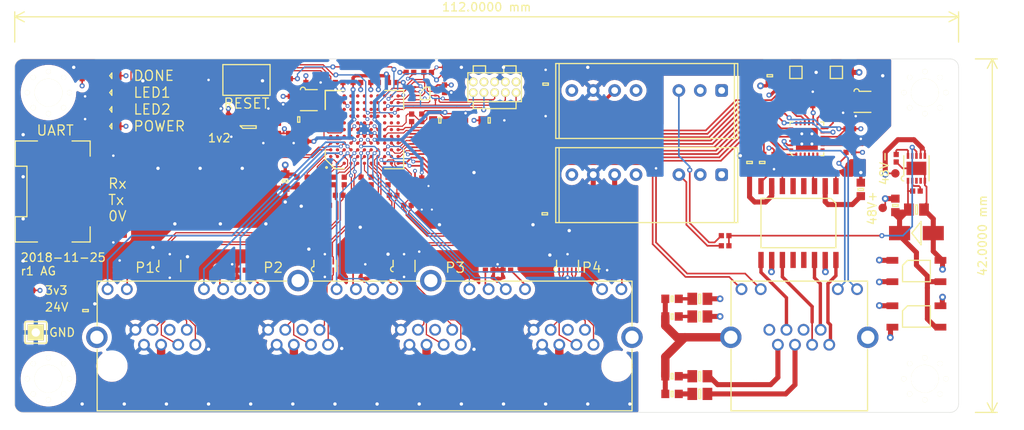
<source format=kicad_pcb>
(kicad_pcb (version 20221018) (generator pcbnew)
  (title_block (date "2018-11-24") (rev "1") (comment 1 "Drawn by: Adam Greig"))
  (layers (0 "F.Cu" signal) (1 "In1.Cu" power) (2 "In2.Cu" power) (31 "B.Cu" signal) (34 "B.Paste" user) (35 "F.Paste" user) (36 "B.SilkS" user "B.Silkscreen") (37 "F.SilkS" user "F.Silkscreen") (38 "B.Mask" user) (39 "F.Mask" user) (44 "Edge.Cuts" user))
  (net 0 "")
  (net 1 "GND")
  (net 2 "3v3")
  (net 3 "1v2")
  (net 4 "Net-(C218-Pad2)")
  (net 5 "Net-(C218-Pad1)")
  (net 6 "Net-(C221-Pad2)")
  (net 7 "Net-(C221-Pad1)")
  (net 8 "Net-(C301-Pad1)")
  (net 9 "Net-(C305-Pad1)")
  (net 10 "Net-(C307-Pad1)")
  (net 11 "Net-(C308-Pad1)")
  (net 12 "Net-(C309-Pad2)")
  (net 13 "/Ethernet/VB1")
  (net 14 "Net-(C310-Pad2)")
  (net 15 "/Ethernet/VB2")
  (net 16 "Net-(C311-Pad2)")
  (net 17 "/Ethernet/VA1")
  (net 18 "Net-(C312-Pad2)")
  (net 19 "/Ethernet/VA2")
  (net 20 "Net-(C313-Pad2)")
  (net 21 "Net-(C313-Pad1)")
  (net 22 "24v")
  (net 23 "/iCE40/ULED1")
  (net 24 "Net-(D201-Pad1)")
  (net 25 "/iCE40/ULED2")
  (net 26 "Net-(D202-Pad1)")
  (net 27 "Net-(D203-Pad1)")
  (net 28 "/iCE40/FLASH_IO3")
  (net 29 "/iCE40/FLASH_SCK")
  (net 30 "/iCE40/FLASH_SDI")
  (net 31 "/iCE40/FLASH_IO2")
  (net 32 "/iCE40/FLASH_SDO")
  (net 33 "/iCE40/FLASH_SS")
  (net 34 "Net-(IC202-PadG11)")
  (net 35 "Net-(IC202-PadF11)")
  (net 36 "/iCE40/UART_RX")
  (net 37 "/iCE40/UART_TX")
  (net 38 "Net-(IC202-PadC11)")
  (net 39 "Net-(IC202-PadB11)")
  (net 40 "Net-(IC202-PadJ10)")
  (net 41 "Net-(IC202-PadH10)")
  (net 42 "Net-(IC202-PadG10)")
  (net 43 "Net-(IC202-PadF10)")
  (net 44 "Net-(IC202-PadE10)")
  (net 45 "Net-(IC202-PadD10)")
  (net 46 "Net-(IC202-PadB10)")
  (net 47 "/iCE40/CRESET_B")
  (net 48 "Net-(IC202-PadH9)")
  (net 49 "Net-(IC202-PadG9)")
  (net 50 "Net-(IC202-PadF9)")
  (net 51 "Net-(IC202-PadE9)")
  (net 52 "Net-(IC202-PadD9)")
  (net 53 "Net-(IC202-PadC9)")
  (net 54 "Net-(IC202-PadB9)")
  (net 55 "Net-(IC202-PadA9)")
  (net 56 "Net-(IC202-PadL8)")
  (net 57 "/iCE40/CDONE")
  (net 58 "Net-(IC202-PadJ8)")
  (net 59 "Net-(IC202-PadG8)")
  (net 60 "Net-(IC202-PadE8)")
  (net 61 "Net-(IC202-PadC8)")
  (net 62 "Net-(IC202-PadB8)")
  (net 63 "Net-(IC202-PadA8)")
  (net 64 "Net-(IC202-PadL7)")
  (net 65 "Net-(IC202-PadK7)")
  (net 66 "Net-(IC202-PadJ7)")
  (net 67 "Net-(IC202-PadH7)")
  (net 68 "Net-(IC202-PadD7)")
  (net 69 "Net-(IC202-PadC7)")
  (net 70 "Net-(IC202-PadB7)")
  (net 71 "Net-(IC202-PadA7)")
  (net 72 "Net-(IC202-PadK6)")
  (net 73 "Net-(IC202-PadA6)")
  (net 74 "Net-(IC202-PadL5)")
  (net 75 "Net-(IC202-PadD5)")
  (net 76 "Net-(IC202-PadB5)")
  (net 77 "Net-(IC202-PadA5)")
  (net 78 "Net-(IC202-PadJ4)")
  (net 79 "Net-(IC202-PadB4)")
  (net 80 "Net-(IC202-PadB3)")
  (net 81 "Net-(IC202-PadA2)")
  (net 82 "Net-(IC202-PadA1)")
  (net 83 "/iCE40/PHY_~{RST}")
  (net 84 "/iCE40/ETH_LED")
  (net 85 "Net-(IC301-Pad21)")
  (net 86 "Net-(IC301-Pad20)")
  (net 87 "Net-(IC301-Pad19)")
  (net 88 "Net-(IC301-Pad18)")
  (net 89 "Net-(IC301-Pad17)")
  (net 90 "Net-(IC301-Pad16)")
  (net 91 "Net-(IC301-Pad15)")
  (net 92 "Net-(IC301-Pad13)")
  (net 93 "Net-(IC301-Pad12)")
  (net 94 "/Ethernet/MDC")
  (net 95 "/Ethernet/MDIO")
  (net 96 "Net-(IC301-Pad9)")
  (net 97 "Net-(IC301-Pad7)")
  (net 98 "/Ethernet/TD+")
  (net 99 "/Ethernet/TD-")
  (net 100 "/Ethernet/RD+")
  (net 101 "/Ethernet/RD-")
  (net 102 "CHASSIS")
  (net 103 "Net-(IC303-Pad10)")
  (net 104 "Net-(IC303-Pad9)")
  (net 105 "/Power/48VPG")
  (net 106 "/Ethernet/0VDC")
  (net 107 "Net-(IC303-Pad4)")
  (net 108 "Net-(IC303-Pad3)")
  (net 109 "Net-(IC303-Pad2)")
  (net 110 "Net-(IC501-Pad8)")
  (net 111 "Net-(IC501-Pad5)")
  (net 112 "Net-(IC501-Pad3)")
  (net 113 "/Ethernet/48VDC")
  (net 114 "Net-(IC503-Pad8)")
  (net 115 "Net-(IC503-Pad5)")
  (net 116 "Net-(IC503-Pad3)")
  (net 117 "Net-(J201-Pad7)")
  (net 118 "/Ethernet/RXD1")
  (net 119 "/Ethernet/RXD0")
  (net 120 "/Ethernet/CRS_DV")
  (net 121 "/Ethernet/REF_CLK")
  (net 122 "/Ethernet/TXEN")
  (net 123 "/Ethernet/TXD0")
  (net 124 "/Ethernet/TXD1")
  (net 125 "Net-(T301-Pad13)")
  (net 126 "Net-(T301-Pad12)")
  (net 127 "Net-(T301-Pad5)")
  (net 128 "Net-(T301-Pad4)")
  (net 129 "Net-(J202-Pad1)")
  (net 130 "Net-(J302-Pad6)")
  (net 131 "Net-(J302-Pad2)")
  (net 132 "Net-(J302-Pad3)")
  (net 133 "Net-(J302-Pad1)")
  (net 134 "Net-(J302-Pad10)")
  (net 135 "Net-(D204-Pad1)")
  (net 136 "Net-(D205-Pad1)")
  (net 137 "Net-(J302-Pad12)")
  (net 138 "/Ethernet/LINK_LED")
  (net 139 "Net-(IC202-PadE11)")
  (net 140 "Net-(IC202-PadD11)")
  (net 141 "/iCE40/CLK")
  (net 142 "Net-(J401-Pad4P11)")
  (net 143 "Net-(J401-Pad3P11)")
  (net 144 "Net-(J401-Pad2P11)")
  (net 145 "Net-(J401-Pad4P9)")
  (net 146 "Net-(J401-Pad3P9)")
  (net 147 "Net-(J401-Pad2P9)")
  (net 148 "Net-(J401-Pad1P9)")
  (net 149 "Net-(J401-Pad1P11)")
  (net 150 "Net-(D501-Pad1)")
  (net 151 "Net-(J401-PadS3)")
  (net 152 "Net-(J401-PadS2)")
  (net 153 "Net-(J401-PadS1)")
  (net 154 "Net-(J302-PadS2)")
  (net 155 "Net-(IC301-Pad8)")
  (net 156 "Net-(IC202-PadH11)")
  (net 157 "/DAQnet Ports/P4_LED1")
  (net 158 "/DAQnet Ports/P1_LED1")
  (net 159 "/DAQnet Ports/P4_LED2")
  (net 160 "/DAQnet Ports/P3_LED1")
  (net 161 "/DAQnet Ports/P3_LED2")
  (net 162 "/DAQnet Ports/RD2-")
  (net 163 "/DAQnet Ports/P1_LED2")
  (net 164 "/DAQnet Ports/P2_LED2")
  (net 165 "/DAQnet Ports/TD4-")
  (net 166 "/DAQnet Ports/RD3-")
  (net 167 "/DAQnet Ports/TD3-")
  (net 168 "/DAQnet Ports/RD2+")
  (net 169 "/DAQnet Ports/P2_LED1")
  (net 170 "/DAQnet Ports/RD1+")
  (net 171 "/DAQnet Ports/TD1-")
  (net 172 "/DAQnet Ports/RD4-")
  (net 173 "/DAQnet Ports/RD4+")
  (net 174 "/DAQnet Ports/TD4+")
  (net 175 "/DAQnet Ports/RD3+")
  (net 176 "/DAQnet Ports/TD3+")
  (net 177 "/DAQnet Ports/TD2+")
  (net 178 "/DAQnet Ports/TD2-")
  (net 179 "/DAQnet Ports/RD1-")
  (net 180 "/DAQnet Ports/TD1+")
  (net 181 "/DAQnet Ports/ETD1-")
  (net 182 "/DAQnet Ports/ETD1+")
  (net 183 "/DAQnet Ports/RX1+")
  (net 184 "/DAQnet Ports/RX1-")
  (net 185 "/DAQnet Ports/TX1+")
  (net 186 "/DAQnet Ports/TX1-")
  (net 187 "/DAQnet Ports/ETD2-")
  (net 188 "/DAQnet Ports/ETD2+")
  (net 189 "/DAQnet Ports/RX2+")
  (net 190 "/DAQnet Ports/RX2-")
  (net 191 "/DAQnet Ports/TX2+")
  (net 192 "/DAQnet Ports/TX2-")
  (net 193 "/DAQnet Ports/ETD3-")
  (net 194 "/DAQnet Ports/ETD3+")
  (net 195 "/DAQnet Ports/RX3+")
  (net 196 "/DAQnet Ports/RX3-")
  (net 197 "/DAQnet Ports/TX3+")
  (net 198 "/DAQnet Ports/TX3-")
  (net 199 "/DAQnet Ports/ETD4-")
  (net 200 "/DAQnet Ports/ETD4+")
  (net 201 "/DAQnet Ports/RX4+")
  (net 202 "/DAQnet Ports/RX4-")
  (net 203 "/DAQnet Ports/TX4+")
  (net 204 "/DAQnet Ports/TX4-")
  (footprint "agg:0603" (layer "F.Cu") (at 143 121 90)
    (fp_text reference "C501")
    (fp_text value "10µ")
  )
  (footprint "agg:0603" (layer "F.Cu") (at 142.9 136.4 90)
    (fp_text reference "C502")
    (fp_text value "10µ")
  )
  (footprint "agg:0402" (layer "F.Cu") (at 104.9 124.7 180)
    (fp_text reference "C503")
    (fp_text value "100n")
  )
  (footprint "agg:0402" (layer "F.Cu") (at 110.1 127.3 -90)
    (fp_text reference "C504")
    (fp_text value "1µ")
  )
  (footprint "agg:QFN-24-EP-MICREL" (layer "F.Cu") (at 174 127.5 90)
    (fp_text reference "IC301")
    (fp_text value "KSZ8081RNA")
  )
  (footprint "agg:uQFN-10L" (layer "F.Cu") (at 98.4 142.6 90)
    (fp_text reference "IC401")
    (fp_text value "ECMF04-4HSM10")
  )
  (footprint "agg:uQFN-10L" (layer "F.Cu") (at 116.8 142.6 90)
    (fp_text reference "IC402")
    (fp_text value "ECMF04-4HSM10")
  )
  (footprint "agg:uQFN-10L" (layer "F.Cu") (at 126.2 142.6 90)
    (fp_text reference "IC403")
    (fp_text value "ECMF04-4HSM10")
  )
  (footprint "agg:uQFN-10L" (layer "F.Cu") (at 145.6 142.6 90)
    (fp_text reference "IC404")
    (fp_text value "ECMF04-4HSM10")
  )
  (footprint "agg:SIP-8-DCDC" (layer "F.Cu") (at 155 121.75 180)
    (fp_text reference "IC501")
    (fp_text value "TEC 2-4810")
  )
  (footprint "agg:SOT-23" (layer "F.Cu") (at 107.7 126.1 90)
    (fp_text reference "IC502")
    (fp_text value "MCP1700")
  )
  (footprint "agg:SIP-8-DCDC" (layer "F.Cu") (at 155 131.75 180)
    (fp_text reference "IC503")
    (fp_text value "TEC 2-4815")
  )
  (footprint "agg:SIL-254P-01" (layer "F.Cu") (at 82.5 150.5)
    (fp_text reference "J501")
    (fp_text value "GND")
  )
  (footprint "agg:0402" (layer "F.Cu") (at 104.8 143.1)
    (fp_text reference "R417")
    (fp_text value "1k")
  )
  (footprint "agg:0402" (layer "F.Cu") (at 114.7 132.5 90)
    (fp_text reference "R401")
    (fp_text value "140")
  )
  (footprint "agg:0402" (layer "F.Cu") (at 92.9 143.1 180)
    (fp_text reference "R418")
    (fp_text value "1k")
  )
  (footprint "agg:0402" (layer "F.Cu") (at 115.3 134.2 180)
    (fp_text reference "R409")
    (fp_text value "140")
  )
  (footprint "agg:0402" (layer "F.Cu") (at 115.9 132.5 90)
    (fp_text reference "R402")
    (fp_text value "140")
  )
  (footprint "agg:0402" (layer "F.Cu") (at 116.9 135.4 180)
    (fp_text reference "R410")
    (fp_text value "100")
  )
  (footprint "agg:0402" (layer "F.Cu") (at 120.6 143.1)
    (fp_text reference "R419")
    (fp_text value "1k")
  )
  (footprint "agg:0402" (layer "F.Cu") (at 117.9 132.5 90)
    (fp_text reference "R403")
    (fp_text value "140")
  )
  (footprint "agg:0402" (layer "F.Cu") (at 106.9 143.1 180)
    (fp_text reference "R420")
    (fp_text value "1k")
  )
  (footprint "agg:0402" (layer "F.Cu") (at 118.5 134.2 180)
    (fp_text reference "R411")
    (fp_text value "140")
  )
  (footprint "agg:0402" (layer "F.Cu") (at 119.1 132.5 90)
    (fp_text reference "R404")
    (fp_text value "140")
  )
  (footprint "agg:0402" (layer "F.Cu") (at 120.1 135.4 180)
    (fp_text reference "R412")
    (fp_text value "100")
  )
  (footprint "agg:0402" (layer "F.Cu") (at 136.3 143.1)
    (fp_text reference "R421")
    (fp_text value "1k")
  )
  (footprint "agg:0402" (layer "F.Cu") (at 121.1 132.5 90)
    (fp_text reference "R405")
    (fp_text value "140")
  )
  (footprint "agg:0402" (layer "F.Cu") (at 122.7 143.1 180)
    (fp_text reference "R422")
    (fp_text value "1k")
  )
  (footprint "agg:0402" (layer "F.Cu") (at 121.7 134.2 180)
    (fp_text reference "R413")
    (fp_text value "140")
  )
  (footprint "agg:0402" (layer "F.Cu") (at 122.3 132.5 90)
    (fp_text reference "R406")
    (fp_text value "140")
  )
  (footprint "agg:0402" (layer "F.Cu") (at 123.3 135.4 180)
    (fp_text reference "R414")
    (fp_text value "100")
  )
  (footprint "agg:0402" (layer "F.Cu") (at 151.6 143.1 180)
    (fp_text reference "R423")
    (fp_text value "1k")
  )
  (footprint "agg:0402" (layer "F.Cu") (at 124.3 132.5 90)
    (fp_text reference "R407")
    (fp_text value "140")
  )
  (footprint "agg:0402" (layer "F.Cu") (at 138.4 143.1 180)
    (fp_text reference "R424")
    (fp_text value "1k")
  )
  (footprint "agg:0402" (layer "F.Cu") (at 124.9 134.2 180)
    (fp_text reference "R415")
    (fp_text value "140")
  )
  (footprint "agg:0402" (layer "F.Cu") (at 125.5 132.5 90)
    (fp_text reference "R408")
    (fp_text value "140")
  )
  (footprint "agg:0402" (layer "F.Cu") (at 126.6 135.4 180)
    (fp_text reference "R416")
    (fp_text value "100")
  )
  (footprint "agg:0402" (layer "F.Cu") (at 164.3 140.2 180)
    (fp_text reference "R502")
    (fp_text value "1k")
  )
  (footprint "agg:749010012A" (layer "F.Cu") (at 173 137.5 -90)
    (fp_text reference "T301")
    (fp_text value "749013011A")
  )
  (footprint "agg:TESTPAD" (layer "F.Cu") (at 82 145.5)
    (fp_text reference "TP501" hide)
    (fp_text value "TESTPAD" hide)
  )
  (footprint "agg:TESTPAD" (layer "F.Cu") (at 82 147.5)
    (fp_text reference "TP502" hide)
    (fp_text value "TESTPAD" hide)
  )
  (footprint "agg:TESTPAD" (layer "F.Cu") (at 105.2 126.1)
    (fp_text reference "TP503" hide)
    (fp_text value "TESTPAD" hide)
  )
  (footprint "agg:SM04B-PASS" (layer "F.Cu") (at 88 133.75 90)
    (fp_text reference "J202")
    (fp_text value "UART")
  )
  (footprint "agg:XTAL-25x20" (layer "F.Cu") (at 114.9 122.9)
    (fp_text reference "Y201")
    (fp_text value "25M")
  )
  (footprint "agg:0402" (layer "F.Cu") (at 172.3 123.1 90)
    (fp_text reference "R304")
    (fp_text value "33")
  )
  (footprint "agg:0402" (layer "F.Cu") (at 173.5 123.1 90)
    (fp_text reference "R303")
    (fp_text value "33")
  )
  (footprint "agg:0402" (layer "F.Cu") (at 175.9 123.1 90)
    (fp_text reference "R302")
    (fp_text value "33")
  )
  (footprint "agg:0402" (layer "F.Cu") (at 177.1 123.1 90)
    (fp_text reference "R301")
    (fp_text value "33")
  )
  (footprint "agg:0402" (layer "F.Cu") (at 126.9 119.6)
    (fp_text reference "R211")
    (fp_text value "10k")
  )
  (footprint "agg:0402" (layer "F.Cu") (at 89.2 119.9 90)
    (fp_text reference "R210")
    (fp_text value "1k")
  )
  (footprint "agg:0402" (layer "F.Cu") (at 89.2 122 -90)
    (fp_text reference "R208")
    (fp_text value "1k")
  )
  (footprint "agg:0402" (layer "F.Cu") (at 88 119.9 90)
    (fp_text reference "R207")
    (fp_text value "10k")
  )
  (footprint "agg:0402" (layer "F.Cu") (at 112.7 120.8 90)
    (fp_text reference "R206")
    (fp_text value "10k")
  )
  (footprint "agg:0402" (layer "F.Cu") (at 111.3 125.2 90)
    (fp_text reference "R205")
    (fp_text value "100")
  )
  (footprint "agg:0402" (layer "F.Cu") (at 131 119.45 -90)
    (fp_text reference "R202")
    (fp_text value "10k")
  )
  (footprint "agg:0402" (layer "F.Cu") (at 129 119.6 180)
    (fp_text reference "R201")
    (fp_text value "10k")
  )
  (footprint "agg:0603" (layer "F.Cu") (at 184.5 135.4 -90)
    (fp_text reference "L302")
    (fp_text value "FB")
  )
  (footprint "agg:0402" (layer "F.Cu") (at 179.1 127.5 180)
    (fp_text reference "R309")
    (fp_text value "6k49")
  )
  (footprint "agg:0402" (layer "F.Cu") (at 179.1 129.1 180)
    (fp_text reference "R310")
    (fp_text value "1k")
  )
  (footprint "agg:0402" (layer "F.Cu") (at 179.1 126.3 180)
    (fp_text reference "R308")
    (fp_text value "1k")
  )
  (footprint "agg:0402" (layer "F.Cu") (at 130.8 131.6 180)
    (fp_text reference "R307")
    (fp_text value "33")
  )
  (footprint "agg:0402" (layer "F.Cu") (at 130.8 130.4 180)
    (fp_text reference "R306")
    (fp_text value "33")
  )
  (footprint "agg:DFN-10-EP-MAX" (layer "F.Cu") (at 187 131 90)
    (fp_text reference "IC303")
    (fp_text value "MAX5969x")
  )
  (footprint "agg:0402" (layer "F.Cu") (at 167.1 127.7 90)
    (fp_text reference "R311")
    (fp_text value "10k")
  )
  (footprint "agg:0402" (layer "F.Cu") (at 130.8 129.2 180)
    (fp_text reference "R305")
    (fp_text value "33")
  )
  (footprint "agg:0402" (layer "F.Cu") (at 184.6 129.8 -90)
    (fp_text reference "R317")
    (fp_text value "619")
  )
  (footprint "agg:0402" (layer "F.Cu") (at 187 133.7)
    (fp_text reference "R316")
    (fp_text value "24k9")
  )
  (footprint "agg:0402" (layer "F.Cu") (at 128.3 125 -90)
    (fp_text reference "R204")
    (fp_text value "100")
  )
  (footprint "agg:Lattice-BG121" (layer "F.Cu") (at 121.5 126.4 90)
    (fp_text reference "IC202")
    (fp_text value "iCE40HX8K-BG121")
  )
  (footprint "agg:TO-269AA" (layer "F.Cu") (at 187 148.6)
    (fp_text reference "D303")
    (fp_text value "MB2S")
  )
  (footprint "agg:TO-269AA" (layer "F.Cu") (at 187 143.2)
    (fp_text reference "D302")
    (fp_text value "MB2S")
  )
  (footprint "agg:DO-214AC-SMA" (layer "F.Cu") (at 187 138.7)
    (fp_text reference "D301")
    (fp_text value "SMAJ58A")
  )
  (footprint "agg:0402" (layer "F.Cu") (at 111.3 127.3 -90)
    (fp_text reference "C209")
    (fp_text value "100n")
  )
  (footprint "agg:0603-LED" (layer "F.Cu") (at 91.4 120)
    (fp_text reference "D203")
    (fp_text value "LED")
  )
  (footprint "agg:0603-LED" (layer "F.Cu") (at 91.4 124)
    (fp_text reference "D202")
    (fp_text value "LED")
  )
  (footprint "agg:0603-LED" (layer "F.Cu") (at 91.4 122)
    (fp_text reference "D201")
    (fp_text value "LED")
  )
  (footprint "agg:0603" (layer "F.Cu") (at 180.4 133.5 90)
    (fp_text reference "C308")
    (fp_text value "100n")
  )
  (footprint "agg:0603" (layer "F.Cu") (at 167.2 130.3 90)
    (fp_text reference "C307")
    (fp_text value "100n")
  )
  (footprint "agg:0402" (layer "F.Cu") (at 168.3 127.7 -90)
    (fp_text reference "C306")
    (fp_text value "100n")
  )
  (footprint "agg:0402" (layer "F.Cu") (at 174.7 123.1 90)
    (fp_text reference "C304")
    (fp_text value "100n")
  )
  (footprint "agg:0402" (layer "F.Cu") (at 170.1 129.8 -90)
    (fp_text reference "C302")
    (fp_text value "100n")
  )
  (footprint "agg:0402" (layer "F.Cu") (at 115.9 125.5 -90)
    (fp_text reference "C222")
    (fp_text value "100n")
  )
  (footprint "agg:0402" (layer "F.Cu") (at 112.7 122.9 -90)
    (fp_text reference "C220")
    (fp_text value "100n")
  )
  (footprint "agg:0402" (layer "F.Cu") (at 127.1 125 -90)
    (fp_text reference "C219")
    (fp_text value "100n")
  )
  (footprint "agg:0603" (layer "F.Cu") (at 130.45 125.3 180)
    (fp_text reference "C218")
    (fp_text value "10µ")
  )
  (footprint "agg:0402" (layer "F.Cu") (at 143 123.6 -90)
    (fp_text reference "C217")
    (fp_text value "100n")
  )
  (footprint "agg:0402" (layer "F.Cu") (at 118.5 120.8 180)
    (fp_text reference "C216")
    (fp_text value "10n")
  )
  (footprint "agg:0402" (layer "F.Cu") (at 122.7 120.8)
    (fp_text reference "C215")
    (fp_text value "10n")
  )
  (footprint "agg:0402" (layer "F.Cu") (at 112.5 127.3 -90)
    (fp_text reference "C214")
    (fp_text value "10n")
  )
  (footprint "agg:0402" (layer "F.Cu") (at 128.3 134.7 -90)
    (fp_text reference "C213")
    (fp_text value "10n")
  )
  (footprint "agg:0402" (layer "F.Cu") (at 115 120.8)
    (fp_text reference "C212")
    (fp_text value "100n")
  )
  (footprint "agg:0402" (layer "F.Cu") (at 129.5 134.7 -90)
    (fp_text reference "C211")
    (fp_text value "100n")
  )
  (footprint "agg:0402" (layer "F.Cu") (at 120.6 120.8)
    (fp_text reference "C208")
    (fp_text value "10n")
  )
  (footprint "agg:0402" (layer "F.Cu") (at 114.2 127.8 180)
    (fp_text reference "C206")
    (fp_text value "10n")
  )
  (footprint "agg:0402" (layer "F.Cu") (at 110.1 125.2 90)
    (fp_text reference "C203")
    (fp_text value "100n")
  )
  (footprint "agg:0402" (layer "F.Cu") (at 114.2 126.6 180)
    (fp_text reference "C205")
    (fp_text value "100n")
  )
  (footprint "agg:0402" (layer "F.Cu") (at 124.8 120.8)
    (fp_text reference "C207")
    (fp_text value "10n")
  )
  (footprint "agg:0402" (layer "F.Cu") (at 128.3 132.6 -90)
    (fp_text reference "C202")
    (fp_text value "100n")
  )
  (footprint "agg:0805" (layer "F.Cu") (at 187 135.9)
    (fp_text reference "C313")
    (fp_text value "100n 60V")
  )
  (footprint "agg:M3_MOUNT" (layer "F.Cu") (at 84 122)
    (fp_text reference "X101" hide)
    (fp_text value "M3_MOUNT" hide)
  )
  (footprint "agg:M3_MOUNT" (layer "F.Cu") (at 188 122)
    (fp_text reference "X102" hide)
    (fp_text value "M3_MOUNT" hide)
  )
  (footprint "agg:M3_MOUNT" (layer "F.Cu") (at 84 156)
    (fp_text reference "X104" hide)
    (fp_text value "M3_MOUNT" hide)
  )
  (footprint "agg:0402" (layer "F.Cu") (at 91.75 138.5 -90)
    (fp_text reference "D204")
    (fp_text value "ESD_DIODE")
  )
  (footprint "agg:0402" (layer "F.Cu") (at 91.75 130.75 90)
    (fp_text reference "D205")
    (fp_text value "ESD_DIODE")
  )
  (footprint "agg:0402" (layer "F.Cu") (at 93 130.75 90)
    (fp_text reference "R212")
    (fp_text value "1k")
  )
  (footprint "agg:0402" (layer "F.Cu") (at 93 138.5 90)
    (fp_text reference "R213")
    (fp_text value "1k")
  )
  (footprint "agg:TESTPAD" (layer "F.Cu") (at 184.5 131.6)
    (fp_text reference "TP504" hide)
    (fp_text value "TESTPAD" hide)
  )
  (footprint "agg:TESTPAD" (layer "F.Cu") (at 183 135.7)
    (fp_text reference "TP505" hide)
    (fp_text value "TESTPAD" hide)
  )
  (footprint "agg:0402" (layer "F.Cu") (at 130.8 133)
    (fp_text reference "R318")
    (fp_text value "1k")
  )
  (footprint "agg:0603" (layer "F.Cu") (at 168.7 130.3 -90)
    (fp_text reference "C305")
    (fp_text value "2µ2")
  )
  (footprint "agg:0402" (layer "F.Cu") (at 89.2 124.1 -90)
    (fp_text reference "R209")
    (fp_text value "1k")
  )
  (footprint "agg:0402" (layer "F.Cu") (at 131 121.55 -90)
    (fp_text reference "C201")
    (fp_text value "100n")
  )
  (footprint "agg:RJHSE-538X-04" (layer "F.Cu") (at 121.5 154.5)
    (fp_text reference "J401")
    (fp_text value "RJHSE-538x-04")
  )
  (footprint "agg:RJHSE-538X" (layer "F.Cu") (at 173.1 154.5)
    (fp_text reference "J302")
    (fp_text value "RJHSE-538x")
  )
  (footprint "agg:0402" (layer "F.Cu") (at 164.3 139 180)
    (fp_text reference "R501")
    (fp_text value "1k")
  )
  (footprint "agg:1206" (layer "F.Cu") (at 177.5 119.6 180)
    (fp_text reference "C303")
    (fp_text value "22µ")
  )
  (footprint "agg:1206" (layer "F.Cu") (at 172.7 119.6)
    (fp_text reference "C301")
    (fp_text value "22µ")
  )
  (footprint "agg:0603" (layer "F.Cu") (at 88.4 147.9 90)
    (fp_text reference "C505")
    (fp_text value "10µ")
  )
  (footprint "agg:M3_MOUNT" (layer "F.Cu") (at 188 156)
    (fp_text reference "X103" hide)
    (fp_text value "M3_MOUNT" hide)
  )
  (footprint "agg:0603-LED" (layer "F.Cu") (at 91.4 126)
    (fp_text reference "D501")
    (fp_text value "LED")
  )
  (footprint "agg:0402" (layer "F.Cu") (at 89.2 126.2 90)
    (fp_text reference "R503")
    (fp_text value "1k")
  )
  (footprint "agg:0603" (layer "F.Cu") (at 158 146.5 180)
    (fp_text reference "R315")
    (fp_text value "DNF")
  )
  (footprint "agg:0603" (layer "F.Cu") (at 158 148.6 180)
    (fp_text reference "R314")
    (fp_text value "DNF")
  )
  (footprint "agg:0603" (layer "F.Cu") (at 158 157.8 180)
    (fp_text reference "R313")
    (fp_text value "DNF")
  )
  (footprint "agg:0603" (layer "F.Cu") (at 158 155.7 180)
    (fp_text reference "R312")
    (fp_text value "DNF")
  )
  (footprint "agg:0805" (layer "F.Cu") (at 161.3 146.5 180)
    (fp_text reference "C312")
    (fp_text value "DNF")
  )
  (footprint "agg:0805" (layer "F.Cu") (at 161.3 148.6 180)
    (fp_text reference "C311")
    (fp_text value "DNF")
  )
  (footprint "agg:0805" (layer "F.Cu") (at 161.3 157.8 180)
    (fp_text reference "C310")
    (fp_text value "DNF")
  )
  (footprint "agg:0805" (layer "F.Cu") (at 161.3 155.7 180)
    (fp_text reference "C309")
    (fp_text value "DNF")
  )
  (footprint "agg:0402" (layer "F.Cu") (at 178.3 123.1 -90)
    (fp_text reference "C314")
    (fp_text value "100n")
  )
  (footprint "agg:0402" (layer "F.Cu") (at 113.5 132.5 -90)
    (fp_text reference "C210")
    (fp_text value "100n")
  )
  (footprint "agg:0603" (layer "F.Cu") (at 113.7 125.2 180)
    (fp_text reference "C221")
    (fp_text value "10µ")
  )
  (footprint "agg:XTAL-25x20" (layer "F.Cu") (at 180.6 123.1)
    (fp_text reference "Y301")
    (fp_text value "25M")
  )
  (footprint "agg:0603" (layer "F.Cu") (at 169.6 120 90)
    (fp_text reference "L301")
    (fp_text value "FB")
  )
  (footprint "agg:KSR232G" (layer "F.Cu") (at 107.5 120.5)
    (fp_text reference "SW201")
    (fp_text value "~")
  )
  (footprint "agg:UFDFN-8" (layer "F.Cu") (at 128.7 122.1)
    (fp_text reference "IC201")
    (fp_text value "W25Q80")
  )
  (footprint "agg:FTSH-105-01-F-D-K" (layer "F.Cu") (at 136.95 121.365 180)
    (fp_text reference "J201")
    (fp_text value "~")
  )
  (footprint "agg:0402" (layer "F.Cu") (at 133.05 125.3)
    (fp_text reference "C204")
    (fp_text value "100n")
  )
  (footprint "agg:0603" (layer "F.Cu") (at 112.1 132.5 -90)
    (fp_text reference "C223")
    (fp_text value "10µ")
  )
  (footprint "agg:0603" (layer "F.Cu") (at 136.3 125.3)
    (fp_text reference "C224")
    (fp_text value "10µ")
  )
  (gr_arc (start 191 118) (mid 191.707107 118.292893) (end 192 119) (stroke (width 0.05)) (layer "Edge.Cuts"))
  (gr_arc (start 80 119) (mid 80.292893 118.292893) (end 81 118) (stroke (width 0.05)) (layer "Edge.Cuts"))
  (gr_arc (start 192 159) (mid 191.707107 159.707107) (end 191 160) (stroke (width 0.05)) (layer "Edge.Cuts"))
  (gr_line (start 81 160) (end 191 160) (stroke (width 0.05)) (layer "Edge.Cuts"))
  (gr_line (start 80 119) (end 80 159) (stroke (width 0.05)) (layer "Edge.Cuts"))
  (gr_arc (start 81 160) (mid 80.292893 159.707107) (end 80 159) (stroke (width 0.05)) (layer "Edge.Cuts"))
  (gr_line (start 192 159) (end 192 119) (stroke (width 0.05)) (layer "Edge.Cuts"))
  (gr_line (start 191 118) (end 81 118) (stroke (width 0.05)) (layer "Edge.Cuts"))
  (gr_text "LED2" (at 94 124) (layer "F.SilkS") (effects (font (size 1.2 1.2)) (justify left)))
  (gr_text "POWER" (at 94 126) (layer "F.SilkS") (effects (font (size 1.2 1.2)) (justify left)))
  (gr_text "UART" (at 82.5 126.5) (layer "F.SilkS") (effects (font (size 1.2 1.2)) (justify left)))
  (gr_text "3v3" (at 83.5 145.5) (layer "F.SilkS") (effects (font (size 1 1)) (justify left)))
  (gr_text "24V" (at 83.5 147.5) (layer "F.SilkS") (effects (font (size 1 1)) (justify left)))
  (gr_text "GND" (at 84 150.5) (layer "F.SilkS") (effects (font (size 1 1)) (justify left)))
  (gr_text "1v2" (at 105.7 127.4) (layer "F.SilkS") (effects (font (size 1 1)) (justify right)))
  (gr_text "48V+" (at 181.75 135.75 90) (layer "F.SilkS") (effects (font (size 1 1))))
  (gr_text "48V-" (at 183.2 131 90) (layer "F.SilkS") (effects (font (size 1 1))))
  (gr_text "P1" (at 94.2 142.8) (layer "F.SilkS") (effects (font (size 1.2 1.2)) (justify left)))
  (gr_text "P2" (at 109.4 142.8) (layer "F.SilkS") (effects (font (size 1.2 1.2)) (justify left)))
  (gr_text "P3" (at 131 142.8) (layer "F.SilkS") (effects (font (size 1.2 1.2)) (justify left)))
  (gr_text "P4" (at 147.2 142.8) (layer "F.SilkS") (effects (font (size 1.2 1.2)) (justify left)))
  (gr_text "RESET" (at 107.5 123.3) (layer "F.SilkS") (effects (font (size 1.2 1.2))))
  (gr_text "Rx\nTx\n0V" (at 91 134.75) (layer "F.SilkS") (effects (font (size 1.2 1.2)) (justify left)))
  (gr_text "2018-11-25\nr1 AG" (at 80.6 142.4) (layer "F.SilkS") (effects (font (size 1 1)) (justify left)))
  (gr_text "LED1" (at 94 122) (layer "F.SilkS") (effects (font (size 1.2 1.2)) (justify left)))
  (gr_text "DONE" (at 94 120) (layer "F.SilkS") (effects (font (size 1.2 1.2)) (justify left)))
  (dimension (type aligned) (layer "F.SilkS") (pts (xy 192 116) (xy 80 116)) (height 3) (gr_text "112.0000 mm" (at 136 111.85) (layer "F.SilkS") (effects (font (size 1 1) (thickness 0.15)))) (format (prefix "") (suffix "") (units 2) (units_format 1) (precision 4)) (style (thickness 0.15) (arrow_length 1.27) (text_position_mode 0) (extension_height 0.58642) (extension_offset 0) keep_text_aligned))
  (dimension (type aligned) (layer "F.SilkS") (pts (xy 194 160) (xy 194 118)) (height 2) (gr_text "42.0000 mm" (at 194.85 139 90) (layer "F.SilkS") (effects (font (size 1 1) (thickness 0.15)))) (format (prefix "") (suffix "") (units 2) (units_format 1) (precision 4)) (style (thickness 0.15) (arrow_length 1.27) (text_position_mode 0) (extension_height 0.58642) (extension_offset 0) keep_text_aligned))
  (segment (start 120.7 127.2) (end 121.1 126.8) (width 0.15) (layer "F.Cu") (net 1))
  (segment (start 122.3 127.2) (end 121.9 126.8) (width 0.15) (layer "F.Cu") (net 1))
  (segment (start 110.1 124.75) (end 110.1 123.9) (width 0.2) (layer "F.Cu") (net 1))
  (segment (start 145.6 143.125) (end 145.6 144) (width 0.15) (layer "F.Cu") (net 1))
  (segment (start 121.5 127.2) (end 121.9 126.8) (width 0.15) (layer "F.Cu") (net 1))
  (segment (start 167.2 129.5) (end 166.1 129.5) (width 0.6) (layer "F.Cu") (net 1))
  (segment (start 98.4 142.075) (end 98.4 141.2) (width 0.15) (layer "F.Cu") (net 1))
  (segment (start 122.3 127.2) (end 122.7 126.8) (width 0.15) (layer "F.Cu") (net 1))
  (segment (start 136.75 143.1) (end 137.3 143.1) (width 0.2) (layer "F.Cu") (net 1))
  (segment (start 113.75 126.6) (end 113.75 127.8) (width 0.2) (layer "F.Cu") (net 1))
  (segment (start 116.8 143.125) (end 116.8 143.9) (width 0.15) (layer "F.Cu") (net 1))
  (segment (start 126.2 143.125) (end 126.2 143.9) (width 0.15) (layer "F.Cu") (net 1))
  (segment (start 168.3 128.15) (end 167.1 128.15) (width 0.4) (layer "F.Cu") (net 1))
  (segment (start 126.2 142.075) (end 126.2 141.2) (width 0.15) (layer "F.Cu") (net 1))
  (segment (start 113.7 123.35) (end 114.1 123.75) (width 0.2) (layer "F.Cu") (net 1))
  (segment (start 104 120.5) (end 103 120.5) (width 0.4) (layer "F.Cu") (net 1))
  (segment (start 159.8 143.5) (end 156.1 139.8) (width 0.2) (layer "F.Cu") (net 1))
  (segment (start 121.5 125.6) (end 121.9 126) (width 0.15) (layer "F.Cu") (net 1))
  (segment (start 172.14 127.75) (end 173.75 127.75) (width 0.2) (layer "F.Cu") (net 1))
  (segment (start 106.75 127.25) (end 105.7 127.25) (width 0.2) (layer "F.Cu") (net 1))
  (segment (start 131 122) (end 131.8 122) (width 0.2) (layer "F.Cu") (net 1))
  (segment (start 122.3 126.4) (end 121.9 126.8) (width 0.15) (layer "F.Cu") (net 1))
  (segment (start 110.1 127.75) (end 109.75 127.75) (width 0.2) (layer "F.Cu") (net 1))
  (segment (start 137.1 125.3) (end 138.1 125.3) (width 0.2) (layer "F.Cu") (net 1))
  (segment (start 178.3 123.55) (end 178.3 124.4) (width 0.4) (layer "F.Cu") (net 1))
  (segment (start 104.45 124.7) (end 104.45 123.9) (width 0.4) (layer "F.Cu") (net 1))
  (segment (start 123.1 127.2) (end 122.7 126.8) (width 0.15) (layer "F.Cu") (net 1))
  (segment (start 148.65 133.85) (end 148.65 131.75) (width 0.6) (layer "F.Cu") (net 1))
  (segment (start 143 120.2) (end 143 119.3) (width 0.4) (layer "F.Cu") (net 1))
  (segment (start 105.8 143.1) (end 105.8 142.4) (width 0.2) (layer "F.Cu") (net 1))
  (segment (start 88.4 147.1) (end 89.5 147.1) (width 0.4) (layer "F.Cu") (net 1))
  (segment (start 156.1 139.8) (end 156.1 131) (width 0.2) (layer "F.Cu") (net 1))
  (segment (start 128.3 135.15) (end 128.3 135.9) (width 0.2) (layer "F.Cu") (net 1))
  (segment (start 89.2 125.15) (end 89.2 125.75) (width 0.2) (layer "F.Cu") (net 1))
  (segment (start 174.7 122.65) (end 174.7 121.9) (width 0.4) (layer "F.Cu") (net 1))
  (segment (start 143 124.05) (end 143 124.8) (width 0.4) (layer "F.Cu") (net 1))
  (segment (start 116.8 142.075) (end 116.8 141.2) (width 0.15) (layer "F.Cu") (net 1))
  (segment (start 112.7 123.35) (end 113.7 123.35) (width 0.2) (layer "F.Cu") (net 1))
  (segment (start 133.5 125.3) (end 133.5 124.45) (width 0.2) (layer "F.Cu") (net 1))
  (segment (start 109.75 127.75) (end 109.5 128) (width 0.2) (layer "F.Cu") (net 1))
  (segment (start 121.6 143.1) (end 121.6 142.4) (width 0.2) (layer "F.Cu") (net 1))
  (segment (start 137.3 143.1) (end 137.3 142.4) (width 0.2) (layer "F.Cu") (net 1))
  (segment (start 137.3 143.1) (end 137.95 143.1) (width 0.2) (layer "F.Cu") (net 1))
  (segment (start 166.672 143.5) (end 159.8 143.5) (width 0.2) (layer "F.Cu") (net 1))
  (segment (start 129.05 133.05) (end 129.1 133.1) (width 0.2) (layer "F.Cu") (net 1))
  (segment (start 89.2 122.45) (end 88.35 122.45) (width 0.2) (layer "F.Cu") (net 1))
  (segment (start 113.3 127.8) (end 113.1 128) (width 0.2) (layer "F.Cu") (net 1))
  (segment (start 121.6 143.1) (end 122.25 143.1) (width 0.2) (layer "F.Cu") (net 1))
  (segment (start 113.75 127.8) (end 113.3 127.8) (width 0.2) (layer "F.Cu") (net 1))
  (segment (start 105.8 143.1) (end 106.45 143.1) (width 0.2) (layer "F.Cu") (net 1))
  (segment (start 151.15 143.1) (end 150.3 143.1) (width 0.2) (layer "F.Cu") (net 1))
  (segment (start 179.8 123.95) (end 179.8 124.8) (width 0.4) (layer "F.Cu") (net 1))
  (segment (start 174.2 119.6) (end 175.1 119.6) (width 0.6) (layer "F.Cu") (net 1))
  (segment (start 121.5 125.6) (end 121.1 126) (width 0.15) (layer "F.Cu") (net 1))
  (segment (start 111.9 123.35) (end 111.85 123.4) (width 0.2) (layer "F.Cu") (net 1))
  (segment (start 111.3 127.75) (end 112.5 127.75) (width 0.2) (layer "F.Cu") (net 1))
  (segment (start 112.1 133.3) (end 113.15 133.3) (width 0.4) (layer "F.Cu") (net 1))
  (segment (start 89.2 124.55) (end 89.2 125.15) (width 0.2) (layer "F.Cu") (net 1))
  (segment (start 167.1 129.4) (end 167.2 129.5) (width 0.4) (layer "F.Cu") (net 1))
  (segment (start 128.3 133.05) (end 129.05 133.05) (width 0.2) (layer "F.Cu") (net 1))
  (segment (start 98.4 143.125) (end 98.4 144) (width 0.15) (layer "F.Cu") (net 1))
  (segment (start 179.55 127.5) (end 180.4 127.5) (width 0.2) (layer "F.Cu") (net 1))
  (segment (start 121.5 126.4) (end 121.9 126.8) (width 0.15) (layer "F.Cu") (net 1))
  (segment (start 128.5 122.85) (end 128.65 122.7) (width 0.127) (layer "F.Cu") (net 1))
  (segment (start 121.5 126.4) (end 121.1 126) (width 0.15) (layer "F.Cu") (net 1))
  (segment (start 127.475 122.85) (end 128.5 122.85) (width 0.127) (layer "F.Cu") (net 1))
  (segment (start 91.75 138.95) (end 91.75 139.75) (width 0.15) (layer "F.Cu") (net 1))
  (segment (start 168.7 131.1) (end 170.1 131.1) (width 0.4) (layer "F.Cu") (net 1))
  (segment (start 112.5 127.75) (end 113.7 127.75) (width 0.2) (layer "F.Cu") (net 1))
  (segment (start 168.528 145.356) (end 166.672 143.5) (width 0.2) (layer "F.Cu") (net 1))
  (segment (start 120.7 125.6) (end 121.1 126) (width 0.15) (layer "F.Cu") (net 1))
  (segment (start 112.7 123.35) (end 111.9 123.35) (width 0.2) (layer "F.Cu") (net 1))
  (segment (start 175.1 119.6) (end 176 119.6) (width 0.6) (layer "F.Cu") (net 1))
  (segment (start 170.1 130.25) (end 170.1 131.1) (width 0.4) (layer "F.Cu") (net 1))
  (segment (start 113.7 127.75) (end 113.75 127.8) (width 0.2) (layer "F.Cu") (net 1))
  (segment (start 180.4 132.7) (end 180.4 131.5) (width 0.4) (layer "F.Cu") (net 1))
  (segment (start 123.15 120.8) (end 123.15 121.65) (width 0.2) (layer "F.Cu") (net 1))
  (segment (start 142.9 135.6) (end 146.9 135.6) (width 0.6) (layer "F.Cu") (net 1))
  (segment (start 122.3 125.6) (end 121.9 126) (width 0.15) (layer "F.Cu") (net 1))
  (segment (start 121.5 127.2) (end 121.1 126.8) (width 0.15) (layer "F.Cu") (net 1))
  (segment (start 145.6 142.075) (end 145.6 141.2) (width 0.15) (layer "F.Cu") (net 1))
  (segment (start 173.75 127.75) (end 174 127.5) (width 0.2) (layer "F.Cu") (net 1))
  (segment (start 121.5 126.4) (end 121.1 126.8) (width 0.15) (layer "F.Cu") (net 1))
  (segment (start 91.75 129.55) (end 91.7 129.5) (width 0.15) (layer "F.Cu") (net 1))
  (segment (start 167.1 128.15) (end 167.1 129.4) (width 0.4) (layer "F.Cu") (net 1))
  (segment (start 113.15 133.3) (end 113.5 132.95) (width 0.4) (layer "F.Cu") (net 1))
  (segment (start 118.05 120.8) (end 118.05 121.65) (width 0.2) (layer "F.Cu") (net 1))
  (segment (start 110.1 127.75) (end 111.3 127.75) (width 0.2) (layer "F.Cu") (net 1))
  (segment (start 120.7 126.4) (end 121.1 126.8) (width 0.15) (layer "F.Cu") (net 1))
  (segment (start 146.9 135.6) (end 148.65 133.85) (width 0.6) (layer "F.Cu") (net 1))
  (segment (start 89.2 125.15) (end 88.35 125.15) (width 0.2) (layer "F.Cu") (net 1))
  (segment (start 91.75 139.75) (end 91.7 139.8) (width 0.15) (layer "F.Cu") (net 1))
  (segment (start 129.5 135.15) (end 129.5 135.9) (width 0.2) (layer "F.Cu") (net 1))
  (segment (start 92.45 143.1) (end 92.45 141.95) (width 0.4) (layer "F.Cu") (net 1))
  (segment (start 120.7 126.4) (end 121.1 126) (width 0.15) (layer "F.Cu") (net 1))
  (segment (start 105.25 143.1) (end 105.8 143.1) (width 0.2) (layer "F.Cu") (net 1))
  (segment (start 121.05 143.1) (end 121.6 143.1) (width 0.2) (layer "F.Cu") (net 1))
  (segment (start 121.05 120.8) (end 121.05 121.65) (width 0.2) (layer "F.Cu") (net 1))
  (segment (start 112.1 133.3) (end 112.1 135) (width 0.4) (layer "F.Cu") (net 1))
  (segment (start 125.25 120.8) (end 126.1 120.8) (width 0.2) (layer "F.Cu") (net 1))
  (segment (start 115.45 120.8) (end 116.3 120.8) (width 0.2) (layer "F.Cu") (net 1))
  (segment (start 91.75 130.3) (end 91.75 129.55) (width 0.15) (layer "F.Cu") (net 1))
  (via (at 179.8 124.8) (size 0.6) (drill 0.3) (layers "F.Cu" "B.Cu") (net 1))
  (via (at 112.1 135) (size 0.8) (drill 0.4) (layers "F.Cu" "B.Cu") (net 1))
  (via (at 121.1 126.8) (size 0.4572) (drill 0.254) (layers "F.Cu" "B.Cu") (net 1))
  (via (at 131.8 122) (size 0.6) (drill 0.3) (layers "F.Cu" "B.Cu") (net 1))
  (via (at 96.4 140.4) (size 0.8) (drill 0.4) (layers "F.Cu" "B.Cu") (net 1))
  (via (at 95.2 120.6) (size 0.8) (drill 0.4) (layers "F.Cu" "B.Cu") (net 1))
  (via (at 148 119) (size 0.8) (drill 0.4) (layers "F.Cu" "B.Cu") (net 1))
  (via (at 109.8 137.6) (size 0.8) (drill 0.4) (layers "F.Cu" "B.Cu") (net 1))
  (via (at 145.6 141.2) (size 0.6) (drill 0.3) (layers "F.Cu" "B.Cu") (net 1))
  (via (at 97 131) (size 0.8) (drill 0.4) (layers "F.Cu" "B.Cu") (net 1))
  (via (at 87 119) (size 0.8) (drill 0.4) (layers "F.Cu" "B.Cu") (net 1))
  (via (at 121 138) (size 0.8) (drill 0.4) (layers "F.Cu" "B.Cu") (net 1))
  (via (at 121.9 126) (size 0.4572) (drill 0.254) (layers "F.Cu" "B.Cu") (net 1))
  (via (at 107 131) (size 0.8) (drill 0.4) (layers "F.Cu" "B.Cu") (net 1))
  (via (at 102 131) (size 0.8) (drill 0.4) (layers "F.Cu" "B.Cu") (net 1))
  (via (at 98 159) (size 0.8) (drill 0.4) (layers "F.Cu" "B.Cu") (net 1))
  (via (at 134.5 131.5) (size 0.8) (drill 0.4) (layers "F.Cu" "B.Cu") (net 1))
  (via (at 130.4 137.7) (size 0.8) (drill 0.4) (layers "F.Cu" "B.Cu") (net 1))
  (via (at 81 142) (size 0.8) (drill 0.4) (layers "F.Cu" "B.Cu") (net 1))
  (via (at 175.1 119.6) (size 0.8) (drill 0.4) (layers "F.Cu" "B.Cu") (net 1))
  (via (at 104.45 123.9) (size 0.6) (drill 0.3) (layers "F.Cu" "B.Cu") (net 1))
  (via (at 116.8 143.9) (size 0.6) (drill 0.3) (layers "F.Cu" "B.Cu") (net 1))
  (via (at 126.1 120.8) (size 0.6) (drill 0.3) (layers "F.Cu" "B.Cu") (net 1))
  (via (at 103 120.5) (size 0.6) (drill 0.3) (layers "F.Cu" "B.Cu") (net 1))
  (via (at 103 159) (size 0.8) (drill 0.4) (layers "F.Cu" "B.Cu") (net 1))
  (via (at 180.4 127.5) (size 0.6) (drill 0.3) (layers "F.Cu" "B.Cu") (net 1))
  (via (at 109.4 120.6) (size 0.8) (drill 0.4) (layers "F.Cu" "B.Cu") (net 1))
  (via (at 98.4 144) (size 0.6) (drill 0.3) (layers "F.Cu" "B.Cu") (net 1))
  (via (at 180.4 131.5) (size 0.8) (drill 0.4) (layers "F.Cu" "B.Cu") (net 1))
  (via (at 111.85 123.4) (size 0.6) (drill 0.3) (layers "F.Cu" "B.Cu") (net 1))
  (via (at 141.5 137.7) (size 0.8) (drill 0.4) (layers "F.Cu" "B.Cu") (net 1))
  (via (at 108 159) (size 0.8) (drill 0.4) (layers "F.Cu" "B.Cu") (net 1))
  (via (at 105.8 142.4) (size 0.6) (drill 0.3) (layers "F.Cu" "B.Cu") (net 1))
  (via (at 128 159) (size 0.8) (drill 0.4) (layers "F.Cu" "B.Cu") (net 1))
  (via (at 114.9 140.6) (size 0.8) (drill 0.4) (layers "F.Cu" "B.Cu") (net 1))
  (via (at 133 159) (size 0.8) (drill 0.4) (layers "F.Cu" "B.Cu") (net 1))
  (via (at 129.5 135.9) (size 0.4572) (drill 0.254) (layers "F.Cu" "B.Cu") (net 1))
  (via (at 128 140.9) (size 0.6) (drill 0.3) (layers "F.Cu" "B.Cu") (net 1))
  (via (at 81 132) (size 0.8) (drill 0.4) (layers "F.Cu" "B.Cu") (net 1))
  (via (at 118.8 152.4) (size 0.8) (drill 0.4) (layers "F.Cu" "B.Cu") (net 1))
  (via (at 174.7 121.9) (size 0.6) (drill 0.3) (layers "F.Cu" "B.Cu") (net 1))
  (via (at 88 159) (size 0.8) (drill 0.4) (layers "F.Cu" "B.Cu") (net 1))
  (via (at 81 137) (size 0.8) (drill 0.4) (layers "F.Cu" "B.Cu") (net 1))
  (via (at 92.45 141.95) (size 0.6) (drill 0.3) (layers "F.Cu" "B.Cu") (net 1))
  (via (at 91.7 139.8) (size 0.6) (drill 0.3) (layers "F.Cu" "B.Cu") (net 1))
  (via (at 145.8 138.4) (size 0.8) (drill 0.4) (layers "F.Cu" "B.Cu") (net 1))
  (via (at 88.35 122.45) (size 0.6) (drill 0.3) (layers "F.Cu" "B.Cu") (net 1))
  (via (at 123 159) (size 0.8) (drill 0.4) (layers "F.Cu" "B.Cu") (net 1))
  (via (at 100.5 141.5) (size 0.8) (drill 0.4) (layers "F.Cu" "B.Cu") (net 1))
  (via (at 81 127) (size 0.8) (drill 0.4) (layers "F.Cu" "B.Cu") (net 1))
  (via (at 129.1 133.1) (size 0.4572) (drill 0.254) (layers "F.Cu" "B.Cu") (net 1))
  (via (at 143 119.3) (size 0.6) (drill 0.3) (layers "F.Cu" "B.Cu") (net 1))
  (via (at 98.4 141.2) (size 0.6) (drill 0.3) (layers "F.Cu" "B.Cu") (net 1))
  (via (at 124.3 141.2) (size 0.8) (drill 0.4) (layers "F.Cu" "B.Cu") (net 1))
  (via (at 128.65 122.7) (size 0.4572) (drill 0.254) (layers "F.Cu" "B.Cu") (net 1))
  (via (at 137.3 142.4) (size 0.6) (drill 0.3) (layers "F.Cu" "B.Cu") (net 1))
  (via (at 143 124.8) (size 0.6) (drill 0.3) (layers "F.Cu" "B.Cu") (net 1))
  (via (at 121.1 126) (size 0.4572) (drill 0.254) (layers "F.Cu" "B.Cu") (net 1))
  (via (at 116.3 120.8) (size 0.6) (drill 0.3) (layers "F.Cu" "B.Cu") (net 1))
  (via (at 116.8 141.2) (size 0.6) (drill 0.3) (layers "F.Cu" "B.Cu") (net 1))
  (via (at 113 159) (size 0.8) (drill 0.4) (layers "F.Cu" "B.Cu") (net 1))
  (via (at 153 159) (size 0.8) (drill 0.4) (layers "F.Cu" "B.Cu") (net 1))
  (via (at 133 119) (size 0.8) (drill 0.4) (layers "F.Cu" "B.Cu") (net 1))
  (via (at 103 152.5) (size 0.8) (drill 0.4) (layers "F.Cu" "B.Cu") (net 1))
  (via (at 104.4 137.6) (size 0.8) (drill 0.4) (layers "F.Cu" "B.Cu") (net 1))
  (via (at 156.1 131) (size 0.6) (drill 0.3) (layers "F.Cu" "B.Cu") (net 1))
  (via (at 178.3 124.4) (size 0.6) (drill 0.3) (layers "F.Cu" "B.Cu") (net 1))
  (via (at 89.5 147.1) (size 0.8) (drill 0.4) (layers "F.Cu" "B.Cu") (net 1))
  (via (at 118.05 121.65) (size 0.6) (drill 0.3) (layers "F.Cu" "B.Cu") (net 1))
  (via (at 123.15 121.65) (size 0.6) (drill 0.3) (layers "F.Cu" "B.Cu") (net 1))
  (via (at 128.3 135.9) (size 0.4572) (drill 0.254) (layers "F.Cu" "B.Cu") (net 1))
  (via (at 118 159) (size 0.8) (drill 0.4) (layers "F.Cu" "B.Cu") (net 1))
  (via (at 133.5 124.45) (size 0.6) (drill 0.3) (layers "F.Cu" "B.Cu") (net 1))
  (via (at 122.7 126.8) (size 0.4572) (drill 0.254) (layers "F.Cu" "B.Cu") (net 1))
  (via (at 150.3 143.1) (size 0.6) (drill 0.3) (layers "F.Cu" "B.Cu") (net 1))
  (via (at 143 159) (size 0.8) (drill 0.4) (layers "F.Cu" "B.Cu") (net 1))
  (via (at 148 159) (size 0.8) (drill 0.4) (layers "F.Cu" "B.Cu") (net 1))
  (via (at 121.05 121.65) (size 0.6) (drill 0.3) (layers "F.Cu" "B.Cu") (net 1))
  (via (at 91.7 129.5) (size 0.6) (drill 0.3) (layers "F.Cu" "B.Cu") (net 1))
  (via (at 88.35 125.15) (size 0.6) (drill 0.3) (layers "F.Cu" "B.Cu") (net 1))
  (via (at 166.1 129.5) (size 0.8) (drill 0.4) (layers "F.Cu" "B.Cu") (net 1))
  (via (at 138.1 125.3) (size 0.6) (drill 0.3) (layers "F.Cu" "B.Cu") (net 1))
  (via (at 126.2 143.9) (size 0.6) (drill 0.3) (layers "F.Cu" "B.Cu") (net 1))
  (via (at 99 137.6) (size 0.8) (drill 0.4) (layers "F.Cu" "B.Cu") (net 1))
  (via (at 121.6 142.4) (size 0.6) (drill 0.3) (layers "F.Cu" "B.Cu") (net 1))
  (via (at 145.6 144) (size 0.6) (drill 0.3) (layers "F.Cu" "B.Cu") (net 1))
  (via (at 134.5 152.5) (size 0.8) (drill 0.4) (layers "F.Cu" "B.Cu") (net 1))
  (via (at 105.7 127.25) (size 0.6) (drill 0.3) (layers "F.Cu" "B.Cu") (net 1))
  (via (at 143.5 141.3) (size 0.8) (drill 0.4) (layers "F.Cu" "B.Cu") (net 1))
  (via (at 121.9 126.8) (size 0.4572) (drill 0.254) (layers "F.Cu" "B.Cu") (net 1))
  (via (at 110.1 123.9) (size 0.6) (drill 0.3) (layers "F.Cu" "B.Cu") (net 1))
  (via (at 109.5 128) (size 0.6) (drill 0.3) (layers "F.Cu" "B.Cu") (net 1))
  (via (at 138 119) (size 0.8) (drill 0.4) (layers "F.Cu" "B.Cu") (net 1))
  (via (at 183 120) (size 0.8) (drill 0.4) (layers "F.Cu" "B.Cu") (net 1))
  (via (at 114 135.5) (size 0.8) (drill 0.4) (layers "F.Cu" "B.Cu") (net 1))
  (via (at 93 159) (size 0.8) (drill 0.4) (layers "F.Cu" "B.Cu") (net 1))
  (via (at 113.1 128) (size 0.6) (drill 0.3) (layers "F.Cu" "B.Cu") (net 1))
  (via (at 138 159) (size 0.8) (drill 0.4) (layers "F.Cu" "B.Cu") (net 1))
  (via (at 170.1 131.1) (size 0.6) (drill 0.3) (layers "F.Cu" "B.Cu") (net 1))
  (via (at 126.2 141.2) (size 0.6) (drill 0.3) (layers "F.Cu" "B.Cu") (net 1))
  (segment (start 122.25 120.8) (end 122.25 121.65) (width 0.2) (layer "F.Cu") (net 2))
  (segment (start 125.5 122.4) (end 126 122.4) (width 0.15) (layer "F.Cu") (net 2))
  (segment (start 123.1 126.4) (end 122.7 126) (width 0.15) (layer "F.Cu") (net 2))
  (segment (start 143 123.15) (end 143 121.8) (width 0.4) (layer "F.Cu") (net 2))
  (segment (start 179.8 122.25) (end 179 122.25) (width 0.2) (layer "F.Cu") (net 2))
  (segment (start 127.5 134.1) (end 127.5 131.3) (width 0.2) (layer "F.Cu") (net 2))
  (segment (start 112.7 121.9) (end 113.95 121.9) (width 0.2) (layer "F.Cu") (net 2))
  (segment (start 128.3 134.25) (end 127.65 134.25) (width 0.2) (layer "F.Cu") (net 2))
  (segment (start 115.7 122.05) (end 114.1 122.05) (width 0.2) (layer "F.Cu") (net 2))
  (segment (start 179.8 122.25) (end 181.4 122.25) (width 0.2) (layer "F.Cu") (net 2))
  (segment (start 169.2 121.2) (end 169.6 120.8) (width 0.4) (layer "F.Cu") (net 2))
  (segment (start 127.65 134.25) (end 127.5 134.1) (width 0.2) (layer "F.Cu") (net 2))
  (segment (start 121.5 124.8) (end 121.85 125.15) (width 0.15) (layer "F.Cu") (net 2))
  (segment (start 174.7 124.35) (end 174.75 124.4) (width 0.2) (layer "F.Cu") (net 2))
  (segment (start 113.95 121.9) (end 114.1 122.05) (width 0.2) (layer "F.Cu") (net 2))
  (segment (start 105.35 124.7) (end 105.35 123.9) (width 0.4) (layer "F.Cu") (net 2))
  (segment (start 131 119) (end 130.05 119) (width 0.15) (layer "F.Cu") (net 2))
  (segment (start 111.9 126.85) (end 112.5 126.85) (width 0.2) (layer "F.Cu") (net 2))
  (segment (start 111.9 126.4) (end 112 126.3) (width 0.2) (layer "F.Cu") (net 2))
  (segment (start 174.7 123.55) (end 174.7 124.35) (width 0.2) (layer "F.Cu") (net 2))
  (segment (start 178.7 122.25) (end 178.3 122.65) (width 0.2) (layer "F.Cu") (net 2))
  (segment (start 131 121.1) (end 130.175 121.1) (width 0.2) (layer "F.Cu") (net 2))
  (segment (start 179 122.25) (end 178.7 122.25) (width 0.2) (layer "F.Cu") (net 2))
  (segment (start 112.1 131.7) (end 113.15 131.7) (width 0.4) (layer "F.Cu") (net 2))
  (segment (start 112.7 121.25) (end 112.7 121.9) (width 0.2) (layer "F.Cu") (net 2))
  (segment (start 92.2 120) (end 93.2 120) (width 0.2) (layer "F.Cu") (net 2))
  (segment (start 114.55 121.6) (end 114.1 122.05) (width 0.2) (layer "F.Cu") (net 2))
  (segment (start 114.55 120.8) (end 114.55 121.6) (width 0.2) (layer "F.Cu") (net 2))
  (segment (start 114.55 120.8) (end 114.55 120) (width 0.15) (layer "F.Cu") (net 2))
  (segment (start 119.1 123.2) (end 119.5 123.6) (width 0.15) (layer "F.Cu") (net 2))
  (segment (start 122.3 128) (end 121.9 127.6) (width 0.15) (layer "F.Cu") (net 2))
  (segment (start 112.7 121.9) (end 112.7 122.45) (width 0.2) (layer "F.Cu") (net 2))
  (segment (start 112.7 122.45) (end 111.85 122.45) (width 0.2) (layer "F.Cu") (net 2))
  (segment (start 179 119.6) (end 180.2 119.6) (width 0.6) (layer "F.Cu") (net 2))
  (segment (start 174.75 125.64) (end 174.75 124.4) (width 0.2) (layer "F.Cu") (net 2))
  (segment (start 88 120.35) (end 88 121.2) (width 0.2) (layer "F.Cu") (net 2))
  (segment (start 131 121.1) (end 131.8 121.1) (width 0.2) (layer "F.Cu") (net 2))
  (segment (start 111.9 126.85) (end 111.9 126.4) (width 0.2) (layer "F.Cu") (net 2))
  (segment (start 143 123.15) (end 149.79 123.15) (width 0.4) (layer "F.Cu") (net 2))
  (segment (start 130.175 121.1) (end 129.925 121.35) (width 0.2) (layer "F.Cu") (net 2))
  (segment (start 135.5 125.3) (end 134.5 125.3) (width 0.2) (layer "F.Cu") (net 2))
  (segment (start 120.7 128) (end 121.1 127.6) (width 0.15) (layer "F.Cu") (net 2))
  (segment (start 105.35 124.7) (end 107.45 124.7) (width 0.4) (layer "F.Cu") (net 2))
  (segment (start 119.9 126.4) (end 120.3 126) (width 0.15) (layer "F.Cu") (net 2))
  (segment (start 112.1 131.7) (end 112.1 130.6) (width 0.4) (layer "F.Cu") (net 2))
  (segment (start 128.3 134.25) (end 129.5 134.25) (width 0.2) (layer "F.Cu") (net 2))
  (segment (start 149.79 123.15) (end 151.19 121.75) (width 0.4) (layer "F.Cu") (net 2))
  (segment (start 126 122.4) (end 126.1 122.3) (width 0.15) (layer "F.Cu") (net 2))
  (segment (start 179 119.6) (end 179 122.25) (width 0.2) (layer "F.Cu") (net 2))
  (segment (start 179.55 126.3) (end 180.4 126.3) (width 0.2) (layer "F.Cu") (net 2))
  (segment (start 82 145.5) (end 83 145.5) (width 0.2) (layer "F.Cu") (net 2))
  (segment (start 126.45 119.6) (end 125.7 119.6) (width 0.2) (layer "F.Cu") (net 2))
  (segment (start 113.15 131.7) (end 113.5 132.05) (width 0.4) (layer "F.Cu") (net 2))
  (segment (start 92.2 126) (end 93.2 126) (width 0.2) (layer "F.Cu") (net 2))
  (segment (start 130.05 119) (end 129.45 119.6) (width 0.15) (layer "F.Cu") (net 2))
  (segment (start 179.55 129.1) (end 180.6 129.1) (width 0.2) (layer "F.Cu") (net 2))
  (segment (start 118.95 120.8) (end 118.95 121.65) (width 0.2) (layer "F.Cu") (net 2))
  (segment (start 168.5 121.2) (end 169.2 121.2) (width 0.4) (layer "F.Cu") (net 2))
  (segment (start 107.45 124.7) (end 107.7 124.95) (width 0.4) (layer "F.Cu") (net 2))
  (segment (start 111.3 126.85) (end 111.9 126.85) (width 0.2) (layer "F.Cu") (net 2))
  (via (at 105.35 123.9) (size 0.6) (drill 0.3) (layers "F.Cu" "B.Cu") (net 2))
  (via (at 112.1 130.6) (size 0.8) (drill 0.4) (layers "F.Cu" "B.Cu") (net 2))
  (via (at 118.95 121.65) (size 0.6) (drill 0.3) (layers "F.Cu" "B.Cu") (net 2))
  (via (at 130.05 119) (size 0.4572) (drill 0.254) (layers "F.Cu" "B.Cu") (net 2))
  (via (at 121.85 125.15) (size 0.4572) (drill 0.254) (layers "F.Cu" "B.Cu") (net 2))
  (via (at 125.7 119.6) (size 0.6) (drill 0.3) (layers "F.Cu" "B.Cu") (net 2))
  (via (at 180.2 119.6) (size 0.8) (drill 0.4) (layers "F.Cu" "B.Cu") (net 2))
  (via (at 121.1 127.6) (size 0.4572) (drill 0.254) (layers "F.Cu" "B.Cu") (net 2))
  (via (at 112 126.3) (size 0.6) (drill 0.3) (layers "F.Cu" "B.Cu") (net 2))
  (via (at 127.5 131.3) (size 0.4572) (drill 0.254) (layers "F.Cu" "B.Cu") (net 2))
  (via (at 174.75 124.4) (size 0.6) (drill 0.3) (layers "F.Cu" "B.Cu") (net 2))
  (via (at 83 145.5) (size 0.6) (drill 0.3) (layers "F.Cu" "B.Cu") (net 2))
  (via (at 111.85 122.45) (size 0.6) (drill 0.3) (layers "F.Cu" "B.Cu") (net 2))
  (via (at 180.4 126.3) (size 0.6) (drill 0.3) (layers "F.Cu" "B.Cu") (net 2))
  (via (at 134.5 125.3) (size 0.6) (drill 0.3) (layers "F.Cu" "B.Cu") (net 2))
  (via (at 168.5 121.2) (size 0.8) (drill 0.4) (layers "F.Cu" "B.Cu") (net 2))
  (via (at 119.5 123.6) (size 0.4572) (drill 0.254) (layers "F.Cu" "B.Cu") (net 2))
  (via (at 122.7 126) (size 0.4572) (drill 0.254) (layers "F.Cu" "B.Cu") (net 2))
  (via (at 122.25 121.65) (size 0.6) (drill 0.3) (layers "F.Cu" "B.Cu") (net 2))
  (via (at 93.2 120) (size 0.6) (drill 0.3) (layers "F.Cu" "B.Cu") (net 2))
  (via (at 114.55 120) (size 0.6) (drill 0.3) (layers "F.Cu" "B.Cu") (net 2))
  (via (at 180.6 129.1) (size 0.6) (drill 0.3) (layers "F.Cu" "B.Cu") (net 2))
  (via (at 120.3 126) (size 0.4572) (drill 0.254) (layers "F.Cu" "B.Cu") (net 2))
  (via (at 131.8 121.1) (size 0.6) (drill 0.3) (layers "F.Cu" "B.Cu") (net 2))
  (via (at 93.2 126) (size 0.6) (drill 0.3) (layers "F.Cu" "B.Cu") (net 2))
  (via (at 121.9 127.6) (size 0.4572) (drill 0.254) (layers "F.Cu" "B.Cu") (net 2))
  (via (at 88 121.2) (size 0.6) (drill 0.3) (layers "F.Cu" "B.Cu") (net 2))
  (via (at 126.1 122.3) (size 0.4572) (drill 0.254) (layers "F.Cu" "B.Cu") (net 2))
  (segment (start 131.8 124.5) (end 132.6 125.3) (width 0.15) (layer "F.Cu") (net 3))
  (segment (start 119.9 124.8) (end 120.3 125.2) (width 0.15) (layer "F.Cu") (net 3))
  (segment (start 120.15 120.8) (end 120.15 120.25) (width 0.4) (layer "F.Cu") (net 3))
  (segment (start 105.2 126.1) (end 108.3 126.1) (width 0.2) (layer "F.Cu") (net 3))
  (segment (start 109.55 126.85) (end 109.15 127.25) (width 0.2) (layer "F.Cu") (net 3))
  (segment (start 123.1 124.8) (end 122.7 125.2) (width 0.15) (layer "F.Cu") (net 3))
  (segment (start 114.65 128.65) (end 114.65 127.8) (width 0.4) (layer "F.Cu") (net 3))
  (segment (start 120.15 120.8) (end 120.15 121.65) (width 0.2) (layer "F.Cu") (net 3))
  (segment (start 111.3 125.65) (end 110.1 125.65) (width 0.2) (layer "F.Cu") (net 3))
  (segment (start 108.65 128.35) (end 109.1 128.8) (width 0.4) (layer "F.Cu") (net 3))
  (segment (start 108.65 127.25) (end 108.65 128.35) (width 0.4) (layer "F.Cu") (net 3))
  (segment (start 128.3 124.55) (end 128.7 124.15) (width 0.15) (layer "F.Cu") (net 3))
  (segment (start 110.1 126.85) (end 109.55 126.85) (width 0.2) (layer "F.Cu") (net 3))
  (segment (start 114.65 127.8) (end 115.5 127.8) (width 0.4) (layer "F.Cu") (net 3))
  (segment (start 131.25 124.5) (end 131.2 124.5) (width 0.15) (layer "F.Cu") (net 3))
  (segment (start 131.25 124.5) (end 131.8 124.5) (width 0.15) (layer "F.Cu") (net 3))
  (segment (start 114.65 127.8) (end 114.65 126.6) (width 0.4) (layer "F.Cu") (net 3))
  (segment (start 108.65 126.45) (end 108.65 127.25) (width 0.2) (layer "F.Cu") (net 3))
  (segment (start 119.9 128) (end 120.3 127.6) (width 0.15) (layer "F.Cu") (net 3))
  (segment (start 108.3 126.1) (end 108.65 126.45) (width 0.2) (layer "F.Cu") (net 3))
  (segment (start 131.2 124.5) (end 131.05 124.35) (width 0.15) (layer "F.Cu") (net 3))
  (segment (start 123.1 128) (end 122.7 127.6) (width 0.15) (layer "F.Cu") (net 3))
  (segment (start 109.1 128.8) (end 114.5 128.8) (width 0.4) (layer "F.Cu") (net 3))
  (segment (start 109.15 127.25) (end 108.65 127.25) (width 0.2) (layer "F.Cu") (net 3))
  (segment (start 110.1 125.65) (end 110.1 126.85) (width 0.2) (layer "F.Cu") (net 3))
  (segment (start 130.9 124.5) (end 131.25 124.5) (width 0.15) (layer "F.Cu") (net 3))
  (segment (start 124.1 120) (end 124.1 119.8) (width 0.4) (layer "F.Cu") (net 3))
  (segment (start 124.35 120.8) (end 124.35 120.05) (width 0.4) (layer "F.Cu") (net 3))
  (segment (start 128.3 132.15) (end 128.3 131.5) (width 0.2) (layer "F.Cu") (net 3))
  (segment (start 124.35 120.05) (end 124.1 119.8) (width 0.4) (layer "F.Cu") (net 3))
  (segment (start 128.7 124.15) (end 130.55 124.15) (width 0.15) (layer "F.Cu") (net 3))
  (segment (start 130.55 124.15) (end 130.9 124.5) (width 0.15) (layer "F.Cu") (net 3))
  (segment (start 114.5 128.8) (end 114.65 128.65) (width 0.4) (layer "F.Cu") (net 3))
  (segment (start 120.4 120) (end 124.1 120) (width 0.4) (layer "F.Cu") (net 3))
  (segment (start 120.15 120.25) (end 120.4 120) (width 0.4) (layer "F.Cu") (net 3))
  (via (at 124.1 119.8) (size 0.6) (drill 0.3) (layers "F.Cu" "B.Cu") (net 3))
  (via (at 122.7 125.2) (size 0.4572) (drill 0.254) (layers "F.Cu" "B.Cu") (net 3))
  (via (at 120.3 127.6) (size 0.4572) (drill 0.254) (layers "F.Cu" "B.Cu") (net 3))
  (via (at 120.15 121.65) (size 0.6) (drill 0.3) (layers "F.Cu" "B.Cu") (net 3))
  (via (at 120.3 125.2) (size 0.4572) (drill 0.254) (layers "F.Cu" "B.Cu") (net 3))
  (via (at 128.3 131.5) (size 0.4572) (drill 0.254) (layers "F.Cu" "B.Cu") (net 3))
  (via (at 122.7 127.6) (size 0.4572) (drill 0.254) (layers "F.Cu" "B.Cu") (net 3))
  (via (at 131.05 124.35) (size 0.6) (drill 0.3) (layers "F.Cu" "B.Cu") (net 3))
  (via (at 115.5 127.8) (size 0.6) (drill 0.3) (layers "F.Cu" "B.Cu") (net 3))
  (segment (start 119.7 127.4) (end 119.7 125.7) (width 0.4) (layer "B.Cu") (net 3))
  (segment (start 123.3 125.8) (end 123.3 127.6) (width 0.4) (layer "B.Cu") (net 3))
  (segment (start 125.9 127.6) (end 123.3 127.6) (width 0.4) (layer "B.Cu") (net 3))
  (segment (start 120.15 125.25) (end 120 125.4) (width 0.4) (layer "B.Cu") (net 3))
  (segment (start 122.7 125.2) (end 122.7 123.05) (width 0.4) (layer "B.Cu") (net 3))
  (segment (start 115.9 127.4) (end 119.7 127.4) (width 0.4) (layer "B.Cu") (net 3))
  (segment (start 120.15 122.4) (end 120.15 124.7) (width 0.4) (layer "B.Cu") (net 3))
  (segment (start 120.2 125.2) (end 120.3 125.2) (width 0.4) (layer "B.Cu") (net 3))
  (segment (start 120.15 121.65) (end 120.15 122.4) (width 0.4) (layer "B.Cu") (net 3))
  (segment (start 129.15 124.35) (end 131.05 124.35) (width 0.4) (layer "B.Cu") (net 3))
  (segment (start 128.3 130) (end 126.1 127.8) (width 0.4) (layer "B.Cu") (net 3))
  (segment (start 124.1 121.65) (end 124.1 119.8) (width 0.4) (layer "B.Cu") (net 3))
  (segment (start 119.7 127.4) (end 120.1 127.4) (width 0.4) (layer "B.Cu") (net 3))
  (segment (start 120.15 125.05) (end 120.3 125.2) (width 0.2) (layer "B.Cu") (net 3))
  (segment (start 120.15 124.7) (end 120.15 124.95) (width 0.4) (layer "B.Cu") (net 3))
  (segment (start 120 125.4) (end 120.2 125.2) (width 0.4) (layer "B.Cu") (net 3))
  (segment (start 120.15 124.7) (end 120.15 125.25) (width 0.4) (layer "B.Cu") (net 3))
  (segment (start 120.1 127.4) (end 120.3 127.6) (width 0.4) (layer "B.Cu") (net 3))
  (segment (start 128.3 131.5) (end 128.3 130) (width 0.4) (layer "B.Cu") (net 3))
  (segment (start 123.3 127.6) (end 122.7 127.6) (width 0.4) (layer "B.Cu") (net 3))
  (segment (start 123.3 125.8) (end 122.7 125.2) (width 0.4) (layer "B.Cu") (net 3))
  (segment (start 115.5 127.8) (end 115.9 127.4) (width 0.4) (layer "B.Cu") (net 3))
  (segment (start 126.1 127.8) (end 125.9 127.6) (width 0.4) (layer "B.Cu") (net 3))
  (segment (start 119.7 125.7) (end 120 125.4) (width 0.4) (layer "B.Cu") (net 3))
  (segment (start 129.15 124.35) (end 125.9 127.6) (width 0.4) (layer "B.Cu") (net 3))
  (segment (start 120.15 124.7) (end 120.15 125.05) (width 0.4) (layer "B.Cu") (net 3))
  (segment (start 122.7 123.05) (end 124.1 121.65) (width 0.4) (layer "B.Cu") (net 3))
  (segment (start 127.05 126.15) (end 128.8 126.15) (width 0.127) (layer "F.Cu") (net 4))
  (segment (start 128.8 126.15) (end 129.65 125.3) (width 0.127) (layer "F.Cu") (net 4))
  (segment (start 126.1 126.4) (end 126.35 126.15) (width 0.15) (layer "F.Cu") (net 4))
  (segment (start 125.5 126.4) (end 126.1 126.4) (width 0.15) (layer "F.Cu") (net 4))
  (segment (start 127.05 126.15) (end 126.35 126.15) (width 0.15) (layer "F.Cu") (net 4))
  (segment (start 127.1 125.45) (end 127.1 126.1) (width 0.15) (layer "F.Cu") (net 4))
  (segment (start 127.1 126.1) (end 127.05 126.15) (width 0.15) (layer "F.Cu") (net 4))
  (segment (start 128.6 125.45) (end 128.9 125.15) (width 0.127) (layer "F.Cu") (net 5))
  (segment (start 123.9 126.4) (end 124.3 126) (width 0.127) (layer "F.Cu") (net 5))
  (segment (start 126.65 124.55) (end 126.45 124.75) (width 0.127) (layer "F.Cu") (net 5))
  (segment (start 124.3 126) (end 126 126) (width 0.127) (layer "F.Cu") (net 5))
  (segment (start 130.45 124.5) (end 131.25 125.3) (width 0.127) (layer "F.Cu") (net 5))
  (segment (start 126.45 124.75) (end 126.45 125.55) (width 0.127) (layer "F.Cu") (net 5))
  (segment (start 129.05 124.5) (end 130.45 124.5) (width 0.127) (layer "F.Cu") (net 5))
  (segment (start 128.3 125.45) (end 128.15 125.45) (width 0.127) (layer "F.Cu") (net 5))
  (segment (start 127.1 124.55) (end 126.65 124.55) (width 0.127) (layer "F.Cu") (net 5))
  (segment (start 128.15 125.45) (end 127.25 124.55) (width 0.127) (layer "F.Cu") (net 5))
  (segment (start 128.9 124.65) (end 129.05 124.5) (width 0.127) (layer "F.Cu") (net 5))
  (segment (start 128.3 125.45) (end 128.6 125.45) (width 0.127) (layer "F.Cu") (net 5))
  (segment (start 127.25 124.55) (end 127.1 124.55) (width 0.127) (layer "F.Cu") (net 5))
  (segment (start 126.45 125.55) (end 126 126) (width 0.127) (layer "F.Cu") (net 5))
  (segment (start 128.9 125.15) (end 128.9 124.65) (width 0.127) (layer "F.Cu") (net 5))
  (segment (start 112.9 125.8) (end 112.9 125.2) (width 0.127) (layer "F.Cu") (net 6))
  (segment (start 113.05 125.95) (end 112.9 125.8) (width 0.127) (layer "F.Cu") (net 6))
  (segment (start 117.1 127.6) (end 116.7 127.2) (width 0.127) (layer "F.Cu") (net 6))
  (segment (start 116.7 127.2) (end 116.7 126.2) (width 0.127) (layer "F.Cu") (net 6))
  (segment (start 115.9 125.95) (end 113.05 125.95) (width 0.127) (layer "F.Cu") (net 6))
  (segment (start 116.7 126.2) (end 116.45 125.95) (width 0.127) (layer "F.Cu") (net 6))
  (segment (start 118.7 127.6) (end 117.1 127.6) (width 0.127) (layer "F.Cu") (net 6))
  (segment (start 119.1 127.2) (end 118.7 127.6) (width 0.127) (layer "F.Cu") (net 6))
  (segment (start 116.45 125.95) (end 115.9 125.95) (width 0.127) (layer "F.Cu") (net 6))
  (segment (start 117.2 126.8) (end 117 126.6) (width 0.127) (layer "F.Cu") (net 7))
  (segment (start 118.7 126.8) (end 117.2 126.8) (width 0.127) (layer "F.Cu") (net 7))
  (segment (start 119.1 126.4) (end 118.7 126.8) (width 0.127) (layer "F.Cu") (net 7))
  (segment (start 117 126.6) (end 117 125.2) (width 0.127) (layer "F.Cu") (net 7))
  (segment (start 117 125.2) (end 116.85 125.05) (width 0.127) (layer "F.Cu") (net 7))
  (segment (start 114.5 124.5) (end 114.5 125.2) (width 0.127) (layer "F.Cu") (net 7))
  (segment (start 116.85 125.05) (end 115.9 125.05) (width 0.127) (layer "F.Cu") (net 7))
  (segment (start 115.9 125.05) (end 114.65 125.05) (width 0.15) (layer "F.Cu") (net 7))
  (segment (start 111.3 124.75) (end 111.65 124.4) (width 0.127) (layer "F.Cu") (net 7))
  (segment (start 111.65 124.4) (end 114.4 124.4) (width 0.127) (layer "F.Cu") (net 7))
  (segment (start 114.4 124.4) (end 114.5 124.5) (width 0.127) (layer "F.Cu") (net 7))
  (segment (start 114.65 125.05) (end 114.5 125.2) (width 0.15) (layer "F.Cu") (net 7))
  (segment (start 170.1 129.35) (end 170.1 128.8) (width 0.2) (layer "F.Cu") (net 8))
  (segment (start 170.1 128.8) (end 169.9 128.6) (width 0.2) (layer "F.Cu") (net 8))
  (segment (start 173.25 129.36) (end 173.25 129.85) (width 0.2) (layer "F.Cu") (net 8))
  (segment (start 173.1 130) (end 171.3 130) (width 0.2) (layer "F.Cu") (net 8))
  (segment (start 171.2 120.8) (end 171.2 119.6) (width 0.4) (layer "F.Cu") (net 8))
  (segment (start 169.9 128.6) (end 169.5 128.6) (width 0.2) (layer "F.Cu") (net 8))
  (segment (start 170.8 119.2) (end 171.2 119.6) (width 0.4) (layer "F.Cu") (net 8))
  (segment (start 170.65 129.35) (end 170.1 129.35) (width 0.2) (layer "F.Cu") (net 8))
  (segment (start 169.7 122.3) (end 171.2 120.8) (width 0.4) (layer "F.Cu") (net 8))
  (segment (start 171.3 130) (end 170.65 129.35) (width 0.2) (layer "F.Cu") (net 8))
  (segment (start 169.6 119.2) (end 170.8 119.2) (width 0.4) (layer "F.Cu") (net 8))
  (segment (start 173.25 129.85) (end 173.1 130) (width 0.2) (layer "F.Cu") (net 8))
  (segment (start 169.5 122.3) (end 169.7 122.3) (width 0.4) (layer "F.Cu") (net 8))
  (via (at 169.5 122.3) (size 0.6) (drill 0.3) (layers "F.Cu" "B.Cu") (net 8))
  (via (at 169.5 128.6) (size 0.6) (drill 0.3) (layers "F.Cu" "B.Cu") (net 8))
  (segment (start 172.75 129.36) (end 171.26 129.36) (width 0.2) (layer "F.Cu") (net 9))
  (segment (start 168.9 127.25) (end 168.9 129.3) (width 0.2) (layer "F.Cu") (net 9))
  (segment (start 168.9 127.25) (end 168.3 127.25) (width 0.2) (layer "F.Cu") (net 9))
  (segment (start 169.15 127.25) (end 168.9 127.25) (width 0.2) (layer "F.Cu") (net 9))
  (segment (start 171.26 129.36) (end 169.15 127.25) (width 0.2) (layer "F.Cu") (net 9))
  (segment (start 168.9 129.3) (end 168.7 129.5) (width 0.2) (layer "F.Cu") (net 9))
  (segment (start 169.825 133.115) (end 169.825 134.275) (width 0.6) (layer "F.Cu") (net 10))
  (segment (start 167.2 134.4) (end 167.2 131.1) (width 0.6) (layer "F.Cu") (net 10))
  (segment (start 167.8 135) (end 167.2 134.4) (width 0.6) (layer "F.Cu") (net 10))
  (segment (start 169.1 135) (end 167.8 135) (width 0.6) (layer "F.Cu") (net 10))
  (segment (start 169.825 134.275) (end 169.1 135) (width 0.6) (layer "F.Cu") (net 10))
  (segment (start 179.4 135.3) (end 180.4 134.3) (width 0.6) (layer "F.Cu") (net 11))
  (segment (start 176.5 135.3) (end 179.4 135.3) (width 0.6) (layer "F.Cu") (net 11))
  (segment (start 176.175 134.975) (end 176.5 135.3) (width 0.6) (layer "F.Cu") (net 11))
  (segment (start 176.175 133.115) (end 176.175 134.975) (width 0.6) (layer "F.Cu") (net 11))
  (segment (start 158.8 155.7) (end 160.4 155.7) (width 0.6) (layer "F.Cu") (net 12))
  (segment (start 162.2 155.7) (end 162.4 155.7) (width 0.6) (layer "F.Cu") (net 13))
  (segment (start 183.925 151.075) (end 183.9 151.1) (width 0.6) (layer "F.Cu") (net 13))
  (segment (start 169.7 156.7) (end 170.56 155.84) (width 0.6) (layer "F.Cu") (net 13))
  (segment (start 170.56 155.84) (end 170.56 151.96) (width 0.6) (layer "F.Cu") (net 13))
  (segment (start 163.4 156.7) (end 169.7 156.7) (width 0.6) (layer "F.Cu") (net 13))
  (segment (start 183.925 149.87) (end 183.925 151.075) (width 0.6) (layer "F.Cu") (net 13))
  (segment (start 162.4 155.7) (end 163.4 156.7) (width 0.6) (layer "F.Cu") (net 13))
  (via (at 183.9 151.1) (size 0.8) (drill 0.4) (layers "F.Cu" "B.Cu") (net 13))
  (segment (start 158.8 157.8) (end 160.4 157.8) (width 0.6) (layer "F.Cu") (net 14))
  (segment (start 182.63 147.33) (end 182.6 147.3) (width 0.6) (layer "F.Cu") (net 15))
  (segment (start 171.5 157.8) (end 172.592 156.708) (width 0.6) (layer "F.Cu") (net 15))
  (segment (start 172.592 156.708) (end 172.592 151.96) (width 0.6) (layer "F.Cu") (net 15))
  (segment (start 171.5 157.8) (end 162.2 157.8) (width 0.6) (layer "F.Cu") (net 15))
  (segment (start 183.925 147.33) (end 182.63 147.33) (width 0.6) (layer "F.Cu") (net 15))
  (via (at 182.6 147.3) (size 0.8) (drill 0.4) (layers "F.Cu" "B.Cu") (net 15))
  (segment (start 158.8 148.6) (end 160.4 148.6) (width 0.4) (layer "F.Cu") (net 16))
  (segment (start 163.7 148.6) (end 162.2 148.6) (width 0.6) (layer "F.Cu") (net 17))
  (segment (start 182.63 144.47) (end 182.6 144.5) (width 0.6) (layer "F.Cu") (net 17))
  (segment (start 176.175 141.885) (end 176.175 143.275) (width 0.6) (layer "F.Cu") (net 17))
  (segment (start 183.925 144.47) (end 182.63 144.47) (width 0.6) (layer "F.Cu") (net 17))
  (segment (start 176.175 143.275) (end 176.2 143.3) (width 0.6) (layer "F.Cu") (net 17))
  (via (at 163.7 148.6) (size 0.8) (drill 0.4) (layers "F.Cu" "B.Cu") (net 17))
  (via (at 176.2 143.3) (size 0.8) (drill 0.4) (layers "F.Cu" "B.Cu") (net 17))
  (via (at 182.6 144.5) (size 0.8) (drill 0.4) (layers "F.Cu" "B.Cu") (net 17))
  (segment (start 158.8 146.5) (end 160.4 146.5) (width 0.4) (layer "F.Cu") (net 18))
  (segment (start 169.825 143.275) (end 169.8 143.3) (width 0.6) (layer "F.Cu") (net 19))
  (segment (start 169.825 141.885) (end 169.825 143.275) (width 0.6) (layer "F.Cu") (net 19))
  (segment (start 163.7 146.5) (end 162.2 146.5) (width 0.6) (layer "F.Cu") (net 19))
  (segment (start 183.925 141.93) (end 182.63 141.93) (width 0.6) (layer "F.Cu") (net 19))
  (segment (start 182.63 141.93) (end 182.6 141.9) (width 0.6) (layer "F.Cu") (net 19))
  (via (at 163.7 146.5) (size 0.8) (drill 0.4) (layers "F.Cu" "B.Cu") (net 19))
  (via (at 169.8 143.3) (size 0.8) (drill 0.4) (layers "F.Cu" "B.Cu") (net 19))
  (via (at 182.6 141.9) (size 0.8) (drill 0.4) (layers "F.Cu" "B.Cu") (net 19))
  (segment (start 187.2 131) (end 188 131.8) (width 0.2) (layer "F.Cu") (net 20))
  (segment (start 189 140.855) (end 190.075 141.93) (width 0.6) (layer "F.Cu") (net 20))
  (segment (start 188 132.475) (end 188 131.8) (width 0.2) (layer "F.Cu") (net 20))
  (segment (start 189 138.7) (end 189 137) (width 0.6) (layer "F.Cu") (net 20))
  (segment (start 187.9 135.4) (end 188.2 135.1) (width 0.2) (layer "F.Cu") (net 20))
  (segment (start 187 131) (end 185.35 131) (width 0.2) (layer "F.Cu") (net 20))
  (segment (start 189 137) (end 187.9 135.9) (width 0.6) (layer "F.Cu") (net 20))
  (segment (start 185.35 131) (end 184.6 130.25) (width 0.2) (layer "F.Cu") (net 20))
  (segment (start 190.1 141.955) (end 190.075 141.93) (width 0.6) (layer "F.Cu") (net 20))
  (segment (start 190.075 146.325) (end 190.1 146.3) (width 0.6) (layer "F.Cu") (net 20))
  (segment (start 187.9 135.9) (end 187.9 135.4) (width 0.2) (layer "F.Cu") (net 20))
  (segment (start 187 131) (end 187.2 131) (width 0.2) (layer "F.Cu") (net 20))
  (segment (start 190.1 143) (end 190.1 141.955) (width 0.6) (layer "F.Cu") (net 20))
  (segment (start 190.075 147.33) (end 190.075 146.325) (width 0.6) (layer "F.Cu") (net 20))
  (segment (start 188.2 135.1) (end 188.2 133.2) (width 0.2) (layer "F.Cu") (net 20))
  (segment (start 188 133) (end 188 132.475) (width 0.2) (layer "F.Cu") (net 20))
  (segment (start 189 138.7) (end 189 140.855) (width 0.6) (layer "F.Cu") (net 20))
  (segment (start 188.2 133.2) (end 188 133) (width 0.2) (layer "F.Cu") (net 20))
  (via (at 190.1 143) (size 0.8) (drill 0.4) (layers "F.Cu" "B.Cu") (net 20))
  (via (at 190.1 146.3) (size 0.8) (drill 0.4) (layers "F.Cu" "B.Cu") (net 20))
  (segment (start 184.5 136.2) (end 184.5 136.5) (width 0.6) (layer "F.Cu") (net 21))
  (segment (start 186 133.7) (end 186 135.8) (width 0.2) (layer "F.Cu") (net 21))
  (segment (start 185.6 136.4) (end 186.1 135.9) (width 0.6) (layer "F.Cu") (net 21))
  (segment (start 186 132.475) (end 186 133.7) (width 0.2) (layer "F.Cu") (net 21))
  (segment (start 185.1 136.9) (end 185.6 136.4) (width 0.6) (layer "F.Cu") (net 21))
  (segment (start 184.5 136.5) (end 185 137) (width 0.6) (layer "F.Cu") (net 21))
  (segment (start 185 138.7) (end 185 137) (width 0.6) (layer "F.Cu") (net 21))
  (segment (start 188.3 145.2) (end 188.3 144.5) (width 0.6) (layer "F.Cu") (net 21))
  (segment (start 190.075 149.87) (end 189.27 149.87) (width 0.6) (layer "F.Cu") (net 21))
  (segment (start 189.85 144.47) (end 188.33 144.47) (width 0.6) (layer "F.Cu") (net 21))
  (segment (start 184.5 136.2) (end 185.4 136.2) (width 0.6) (layer "F.Cu") (net 21))
  (segment (start 188.3 148.9) (end 188.3 145.2) (width 0.6) (layer "F.Cu") (net 21))
  (segment (start 185.4 136.2) (end 185.6 136.4) (width 0.6) (layer "F.Cu") (net 21))
  (segment (start 185 137) (end 185.1 136.9) (width 0.6) (layer "F.Cu") (net 21))
  (segment (start 184.5 136.2) (end 184.5 136.3) (width 0.6) (layer "F.Cu") (net 21))
  (segment (start 188.33 144.47) (end 188.3 144.5) (width 0.6) (layer "F.Cu") (net 21))
  (segment (start 188.3 144.5) (end 188.3 143.8) (width 0.6) (layer "F.Cu") (net 21))
  (segment (start 187 142.5) (end 187 141) (width 0.6) (layer "F.Cu") (net 21))
  (segment (start 188.3 143.8) (end 187 142.5) (width 0.6) (layer "F.Cu") (net 21))
  (segment (start 184.5 136.3) (end 185.1 136.9) (width 0.6) (layer "F.Cu") (net 21))
  (segment (start 186.55 133.7) (end 186 133.7) (width 0.2) (layer "F.Cu") (net 21))
  (segment (start 186 135.8) (end 186.1 135.9) (width 0.2) (layer "F.Cu") (net 21))
  (segment (start 187 141) (end 185 139) (width 0.6) (layer "F.Cu") (net 21))
  (segment (start 189.27 149.87) (end 188.3 148.9) (width 0.6) (layer "F.Cu") (net 21))
  (segment (start 185 139) (end 185 138.7) (width 0.6) (layer "F.Cu") (net 21))
  (segment (start 144 154) (end 129 154) (width 1) (layer "F.Cu") (net 22))
  (segment (start 97.37 153.98) (end 97.35 154) (width 1) (layer "F.Cu") (net 22))
  (segment (start 113.12 153.88) (end 113 154) (width 1) (layer "F.Cu") (net 22))
  (segment (start 151.19 134.11) (end 151.19 131.75) (width 0.6) (layer "F.Cu") (net 22))
  (segment (start 94.9 154) (end 92.4 151.5) (width 1) (layer "F.Cu") (net 22))
  (segment (start 113.12 151.96) (end 113.12 153.88) (width 1) (layer "F.Cu") (net 22))
  (segment (start 90.8 148.7) (end 88.4 148.7) (width 1) (layer "F.Cu") (net 22))
  (segment (start 129 154) (end 113 154) (width 1) (layer "F.Cu") (net 22))
  (segment (start 97.37 151.96) (end 97.37 153.98) (width 1) (layer "F.Cu") (net 22))
  (segment (start 88.4 148.7) (end 83.2 148.7) (width 0.2) (layer "F.Cu") (net 22))
  (segment (start 92.4 150.3) (end 90.8 148.7) (width 1) (layer "F.Cu") (net 22))
  (segment (start 92.4 151.5) (end 92.4 150.3) (width 1) (layer "F.Cu") (net 22))
  (segment (start 113 154) (end 97.35 154) (width 1) (layer "F.Cu") (net 22))
  (segment (start 128.87 151.96) (end 128.87 153.87) (width 1) (layer "F.Cu") (net 22))
  (segment (start 97.35 154) (end 94.9 154) (width 1) (layer "F.Cu") (net 22))
  (segment (start 144.62 151.96) (end 144.62 153.38) (width 1) (layer "F.Cu") (net 22))
  (segment (start 144.62 153.38) (end 144 154) (width 1) (layer "F.Cu") (net 22))
  (segment (start 128.87 153.87) (end 129 154) (width 1) (layer "F.Cu") (net 22))
  (segment (start 142.9 137.2) (end 148.1 137.2) (width 0.6) (layer "F.Cu") (net 22))
  (segment (start 148.1 137.2) (end 151.19 134.11) (width 0.6) (layer "F.Cu") (net 22))
  (segment (start 83.2 148.7) (end 82 147.5) (width 0.2) (layer "F.Cu") (net 22))
  (segment (start 93.3 122) (end 92.2 122) (width 0.15) (layer "F.Cu") (net 23))
  (segment (start 94.25 119.05) (end 93.8 119.5) (width 0.15) (layer "F.Cu") (net 23))
  (segment (start 93.8 119.5) (end 93.8 121.5) (width 0.15) (layer "F.Cu") (net 23))
  (segment (start 117.5 122.4) (end 117.5 120.1) (width 0.15) (layer "F.Cu") (net 23))
  (segment (start 116.45 119.05) (end 98.35 119.05) (width 0.15) (layer "F.Cu") (net 23))
  (segment (start 117.5 120.1) (end 116.45 119.05) (width 0.15) (layer "F.Cu") (net 23))
  (segment (start 98.35 119.05) (end 94.25 119.05) (width 0.15) (layer "F.Cu") (net 23))
  (segment (start 93.8 121.5) (end 93.3 122) (width 0.15) (layer "F.Cu") (net 23))
  (segment (start 89.2 121.55) (end 90.15 121.55) (width 0.2) (layer "F.Cu") (net 24))
  (segment (start 90.15 121.55) (end 90.6 122) (width 0.2) (layer "F.Cu") (net 24))
  (segment (start 116.95 122.65) (end 116.95 120.05) (width 0.15) (layer "F.Cu") (net 25))
  (segment (start 93.6 124) (end 92.2 124) (width 0.15) (layer "F.Cu") (net 25))
  (segment (start 117.5 123.2) (end 116.95 122.65) (width 0.15) (layer "F.Cu") (net 25))
  (segment (start 116.95 120.05) (end 116.3 119.4) (width 0.15) (layer "F.Cu") (net 25))
  (segment (start 94.4 119.4) (end 94.1 119.7) (width 0.15) (layer "F.Cu") (net 25))
  (segment (start 116.3 119.4) (end 94.4 119.4) (width 0.15) (layer "F.Cu") (net 25))
  (segment (start 94.1 123.5) (end 93.6 124) (width 0.15) (layer "F.Cu") (net 25))
  (segment (start 94.1 119.7) (end 94.1 123.5) (width 0.15) (layer "F.Cu") (net 25))
  (segment (start 90.25 123.65) (end 90.6 124) (width 0.2) (layer "F.Cu") (net 26))
  (segment (start 89.2 123.65) (end 90.25 123.65) (width 0.2) (layer "F.Cu") (net 26))
  (segment (start 90.25 120.35) (end 90.6 120) (width 0.2) (layer "F.Cu") (net 27))
  (segment (start 89.2 120.35) (end 90.25 120.35) (width 0.2) (layer "F.Cu") (net 27))
  (segment (start 128.55 119.6) (end 128.55 120.45) (width 0.15) (layer "F.Cu") (net 28))
  (segment (start 124.8 121.5) (end 126.15 121.5) (width 0.15) (layer "F.Cu") (net 28))
  (segment (start 129.05 121.85) (end 129.925 121.85) (width 0.15) (layer "F.Cu") (net 28))
  (segment (start 123.9 122.4) (end 124.8 121.5) (width 0.15) (layer "F.Cu") (net 28))
  (segment (start 127.2 120.45) (end 128.55 120.45) (width 0.15) (layer "F.Cu") (net 28))
  (segment (start 128.55 120.45) (end 128.7 120.45) (width 0.15) (layer "F.Cu") (net 28))
  (segment (start 128.95 120.7) (end 128.95 121.75) (width 0.15) (layer "F.Cu") (net 28))
  (segment (start 126.15 121.5) (end 127.2 120.45) (width 0.15) (layer "F.Cu") (net 28))
  (segment (start 128.95 121.75) (end 129.05 121.85) (width 0.15) (layer "F.Cu") (net 28))
  (segment (start 128.7 120.45) (end 128.95 120.7) (width 0.15) (layer "F.Cu") (net 28))
  (segment (start 125.5 123.2) (end 129.1 123.2) (width 0.127) (layer "F.Cu") (net 29))
  (segment (start 129.45 122.35) (end 129.925 122.35) (width 0.127) (layer "F.Cu") (net 29))
  (segment (start 130.5 123.15) (end 130.35 123) (width 0.15) (layer "F.Cu") (net 29))
  (segment (start 130.2 122.35) (end 129.925 122.35) (width 0.15) (layer "F.Cu") (net 29))
  (segment (start 130.35 123) (end 130.35 122.5) (width 0.15) (layer "F.Cu") (net 29))
  (segment (start 137.95 123.15) (end 130.5 123.15) (width 0.15) (layer "F.Cu") (net 29))
  (segment (start 130.35 122.5) (end 130.2 122.35) (width 0.15) (layer "F.Cu") (net 29))
  (segment (start 138.22 122) (end 138.22 122.88) (width 0.15) (layer "F.Cu") (net 29))
  (segment (start 138.22 122.88) (end 137.95 123.15) (width 0.15) (layer "F.Cu") (net 29))
  (segment (start 129.25 122.55) (end 129.45 122.35) (width 0.127) (layer "F.Cu") (net 29))
  (segment (start 129.25 123.05) (end 129.25 122.55) (width 0.127) (layer "F.Cu") (net 29))
  (segment (start 129.1 123.2) (end 129.25 123.05) (width 0.127) (layer "F.Cu") (net 29))
  (segment (start 139 123.5) (end 139.49 123.01) (width 0.15) (layer "F.Cu") (net 30))
  (segment (start 129.75 123.5) (end 129.9 123.5) (width 0.15) (layer "F.Cu") (net 30))
  (segment (start 126.2 123.5) (end 129.75 123.5) (width 0.15) (layer "F.Cu") (net 30))
  (segment (start 124.7 124) (end 125.1 123.6) (width 0.127) (layer "F.Cu") (net 30))
  (segment (start 139.49 123.01) (end 139.49 122) (width 0.15) (layer "F.Cu") (net 30))
  (segment (start 129.925 122.85) (end 129.925 123.475) (width 0.15) (layer "F.Cu") (net 30))
  (segment (start 125.1 123.6) (end 126.1 123.6) (width 0.127) (layer "F.Cu") (net 30))
  (segment (start 126.1 123.6) (end 126.2 123.5) (width 0.15) (layer "F.Cu") (net 30))
  (segment (start 129.9 123.5) (end 139 123.5) (width 0.15) (layer "F.Cu") (net 30))
  (segment (start 129.925 123.475) (end 129.9 123.5) (width 0.15) (layer "F.Cu") (net 30))
  (segment (start 130.65 119.9) (end 130.05 120.5) (width 0.15) (layer "F.Cu") (net 31))
  (segment (start 127.35 120.75) (end 128.55 120.75) (width 0.15) (layer "F.Cu") (net 31))
  (segment (start 126.25 121.85) (end 127.35 120.75) (width 0.15) (layer "F.Cu") (net 31))
  (segment (start 131 119.9) (end 130.65 119.9) (width 0.15) (layer "F.Cu") (net 31))
  (segment (start 125.25 121.85) (end 126.25 121.85) (width 0.15) (layer "F.Cu") (net 31))
  (segment (start 128.55 120.75) (end 128.65 120.85) (width 0.15) (layer "F.Cu") (net 31))
  (segment (start 124.7 122.4) (end 125.25 121.85) (width 0.15) (layer "F.Cu") (net 31))
  (segment (start 128.65 122.05) (end 128.65 120.85) (width 0.15) (layer "F.Cu") (net 31))
  (segment (start 124.7 122.4) (end 124.35 122.75) (width 0.127) (layer "F.Cu") (net 31))
  (segment (start 127.475 122.35) (end 128.35 122.35) (width 0.15) (layer "F.Cu") (net 31))
  (segment (start 128.35 122.35) (end 128.65 122.05) (width 0.15) (layer "F.Cu") (net 31))
  (via (at 130.05 120.5) (size 0.6) (drill 0.3) (layers "F.Cu" "B.Cu") (net 31))
  (via (at 124.35 122.75) (size 0.4572) (drill 0.254) (layers "F.Cu" "B.Cu") (net 31))
  (segment (start 129.3 119.75) (end 130.05 120.5) (width 0.15) (layer "B.Cu") (net 31))
  (segment (start 124.35 122.75) (end 125.45 121.65) (width 0.15) (layer "B.Cu") (net 31))
  (segment (start 125.45 121.65) (end 125.45 120.65) (width 0.15) (layer "B.Cu") (net 31))
  (segment (start 125.45 120.65) (end 126.35 119.75) (width 0.15) (layer "B.Cu") (net 31))
  (segment (start 126.35 119.75) (end 129.3 119.75) (width 0.15) (layer "B.Cu") (net 31))
  (segment (start 128.15 121.9) (end 127.525 121.9) (width 0.127) (layer "F.Cu") (net 32))
  (segment (start 123.9 124) (end 124.3 123.6) (width 0.127) (layer "F.Cu") (net 32))
  (segment (start 127.525 121.9) (end 127.475 121.85) (width 0.127) (layer "F.Cu") (net 32))
  (via (at 124.3 123.6) (size 0.4572) (drill 0.254) (layers "F.Cu" "B.Cu") (net 32))
  (via (at 128.15 121.9) (size 0.4572) (drill 0.254) (layers "F.Cu" "B.Cu") (net 32))
  (segment (start 128.15 122.75) (end 128.15 121.9) (width 0.15) (layer "B.Cu") (net 32))
  (segment (start 128.15 122.75) (end 128.15 123.6) (width 0.15) (layer "B.Cu") (net 32))
  (segment (start 132.46 123.6) (end 128.15 123.6) (width 0.15) (layer "B.Cu") (net 32))
  (segment (start 128.15 123.6) (end 127.3 123.6) (width 0.15) (layer "B.Cu") (net 32))
  (segment (start 134.41 123.14) (end 133.95 123.6) (width 0.15) (layer "B.Cu") (net 32))
  (segment (start 124.3 123.6) (end 127.3 123.6) (width 0.15) (layer "B.Cu") (net 32))
  (segment (start 133.95 123.6) (end 132.46 123.6) (width 0.15) (layer "B.Cu") (net 32))
  (segment (start 134.41 122) (end 134.41 123.14) (width 0.15) (layer "B.Cu") (net 32))
  (segment (start 128.25 122) (end 128.15 121.9) (width 0.15) (layer "B.Cu") (net 32))
  (segment (start 131.15 122.85) (end 130.95 122.85) (width 0.15) (layer "F.Cu") (net 33))
  (segment (start 126.65 120.35) (end 126.7 120.35) (width 0.2) (layer "F.Cu") (net 33))
  (segment (start 127.05 121.5) (end 127.2 121.35) (width 0.127) (layer "F.Cu") (net 33))
  (segment (start 136.95 122.7) (end 136.95 122) (width 0.15) (layer "F.Cu") (net 33))
  (segment (start 127.05 122) (end 127.05 121.5) (width 0.127) (layer "F.Cu") (net 33))
  (segment (start 124.7 123.2) (end 125.1 122.8) (width 0.127) (layer "F.Cu") (net 33))
  (segment (start 128.05 121.35) (end 128.15 121.25) (width 0.15) (layer "F.Cu") (net 33))
  (segment (start 126.25 122.8) (end 127.05 122) (width 0.127) (layer "F.Cu") (net 33))
  (segment (start 127.2 121.35) (end 127.475 121.35) (width 0.127) (layer "F.Cu") (net 33))
  (segment (start 125.1 122.8) (end 126.25 122.8) (width 0.127) (layer "F.Cu") (net 33))
  (segment (start 131.15 122.85) (end 136.8 122.85) (width 0.15) (layer "F.Cu") (net 33))
  (segment (start 130.95 122.85) (end 130.8 122.7) (width 0.15) (layer "F.Cu") (net 33))
  (segment (start 126.7 120.35) (end 127.35 119.7) (width 0.15) (layer "F.Cu") (net 33))
  (segment (start 136.8 122.85) (end 136.95 122.7) (width 0.15) (layer "F.Cu") (net 33))
  (segment (start 127.475 121.35) (end 128.05 121.35) (width 0.15) (layer "F.Cu") (net 33))
  (segment (start 127.35 119.7) (end 127.35 119.6) (width 0.2) (layer "F.Cu") (net 33))
  (via (at 128.15 121.25) (size 0.4572) (drill 0.254) (layers "F.Cu" "B.Cu") (net 33))
  (via (at 126.65 120.35) (size 0.4572) (drill 0.254) (layers "F.Cu" "B.Cu") (net 33))
  (via (at 130.8 122.7) (size 0.4572) (drill 0.254) (layers "F.Cu" "B.Cu") (net 33))
  (segment (start 127.25 120.35) (end 126.65 120.35) (width 0.2) (layer "B.Cu") (net 33))
  (segment (start 128.15 121.25) (end 129.6 122.7) (width 0.15) (layer "B.Cu") (net 33))
  (segment (start 128.15 121.25) (end 127.25 120.35) (width 0.2) (layer "B.Cu") (net 33))
  (segment (start 129.6 122.7) (end 130.8 122.7) (width 0.15) (layer "B.Cu") (net 33))
  (segment (start 117 128.5) (end 116.05 128.5) (width 0.15) (layer "F.Cu") (net 36))
  (segment (start 93.9 129.4) (end 93 130.3) (width 0.15) (layer "F.Cu") (net 36))
  (segment (start 116.05 128.5) (end 115.15 129.4) (width 0.15) (layer "F.Cu") (net 36))
  (segment (start 115.15 129.4) (end 93.9 129.4) (width 0.15) (layer "F.Cu") (net 36))
  (segment (start 117.5 128) (end 117 128.5) (width 0.15) (layer "F.Cu") (net 36))
  (segment (start 116.2 128.8) (end 115.3 129.7) (width 0.15) (layer "F.Cu") (net 37))
  (segment (start 93.3 132) (end 92.4 132) (width 0.15) (layer "F.Cu") (net 37))
  (segment (start 93.6 130.2) (end 93.6 131.7) (width 0.15) (layer "F.Cu") (net 37))
  (segment (start 117.5 128.8) (end 116.2 128.8) (width 0.15) (layer "F.Cu") (net 37))
  (segment (start 93.6 131.7) (end 93.3 132) (width 0.15) (layer "F.Cu") (net 37))
  (segment (start 94.1 129.7) (end 93.6 130.2) (width 0.15) (layer "F.Cu") (net 37))
  (segment (start 92.1 137.15) (end 93 138.05) (width 0.15) (layer "F.Cu") (net 37))
  (segment (start 92.1 132.3) (end 92.1 137.15) (width 0.15) (layer "F.Cu") (net 37))
  (segment (start 115.3 129.7) (end 94.1 129.7) (width 0.15) (layer "F.Cu") (net 37))
  (segment (start 92.4 132) (end 92.1 132.3) (width 0.15) (layer "F.Cu") (net 37))
  (segment (start 124.7 118.95) (end 125 119.25) (width 0.15) (layer "F.Cu") (net 47))
  (segment (start 126.15 124) (end 125.5 124) (width 0.15) (layer "F.Cu") (net 47))
  (segment (start 112.7 120.35) (end 111.15 120.35) (width 0.2) (layer "F.Cu") (net 47))
  (segment (start 126.35 123.8) (end 126.15 124) (width 0.15) (layer "F.Cu") (net 47))
  (segment (start 135.4 123.8) (end 135.65 124.05) (width 0.15) (layer "F.Cu") (net 47))
  (segment (start 112.7 120.35) (end 113.55 120.35) (width 0.15) (layer "F.Cu") (net 47))
  (segment (start 111.15 120.35) (end 111 120.5) (width 0.2) (layer "F.Cu") (net 47))
  (segment (start 124.7 118.95) (end 117.75 118.95) (width 0.15) (layer "F.Cu") (net 47))
  (segment (start 125.5 124) (end 125.1 124.4) (width 0.127) (layer "F.Cu") (net 47))
  (segment (start 135.15 123.8) (end 135.4 123.8) (width 0.15) (layer "F.Cu") (net 47))
  (segment (start 135.15 123.8) (end 126.35 123.8) (width 0.15) (layer "F.Cu") (net 47))
  (via (at 125.1 124.4) (size 0.4572) (drill 0.254) (layers "F.Cu" "B.Cu") (net 47))
  (via (at 125 119.25) (size 0.6) (drill 0.3) (layers "F.Cu" "B.Cu") (net 47))
  (via (at 117.75 118.95) (size 0.6) (drill 0.3) (layers "F.Cu" "B.Cu") (net 47))
  (via (at 135.65 124.05) (size 0.6) (drill 0.3) (layers "F.Cu" "B.Cu") (net 47))
  (via (at 113.55 120.35) (size 0.6) (drill 0.3) (layers "F.Cu" "B.Cu") (net 47))
  (segment (start 113.55 120.35) (end 113.55 119.8) (width 0.15) (layer "B.Cu") (net 47))
  (segment (start 135.68 124.02) (end 135.68 123.57) (width 0.15) (layer "B.Cu") (net 47))
  (segment (start 114.4 118.95) (end 117.75 118.95) (width 0.15) (layer "B.Cu") (net 47))
  (segment (start 123.45 124.4) (end 123.2 124.15) (width 0.127) (layer "B.Cu") (net 47))
  (segment (start 125 119.25) (end 125 121.4) (width 0.15) (layer "B.Cu") (net 47))
  (segment (start 135.68 122) (end 135.68 123.57) (width 0.15) (layer "B.Cu") (net 47))
  (segment (start 135.65 124.05) (end 135.68 124.02) (width 0.15) (layer "B.Cu") (net 47))
  (segment (start 123.45 122.95) (end 125 121.4) (width 0.127) (layer "B.Cu") (net 47))
  (segment (start 123.2 123.2) (end 123.45 122.95) (width 0.127) (layer "B.Cu") (net 47))
  (segment (start 123.2 124.15) (end 123.2 123.2) (width 0.127) (layer "B.Cu") (net 47))
  (segment (start 125.1 124.4) (end 123.45 124.4) (width 0.127) (layer "B.Cu") (net 47))
  (segment (start 113.55 119.8) (end 114.4 118.95) (width 0.15) (layer "B.Cu") (net 47))
  (segment (start 124.3 124.4) (end 121.9 124.4) (width 0.127) (layer "F.Cu") (net 57))
  (segment (start 89.95 118.7) (end 116.6 118.7) (width 0.15) (layer "F.Cu") (net 57))
  (segment (start 117.5 119.6) (end 117.8 119.9) (width 0.15) (layer "F.Cu") (net 57))
  (segment (start 117.8 119.9) (end 118.1 119.9) (width 0.15) (layer "F.Cu") (net 57))
  (segment (start 116.6 118.7) (end 117.5 119.6) (width 0.15) (layer "F.Cu") (net 57))
  (segment (start 124.7 124.8) (end 124.3 124.4) (width 0.127) (layer "F.Cu") (net 57))
  (segment (start 88 119.45) (end 89.2 119.45) (width 0.2) (layer "F.Cu") (net 57))
  (segment (start 89.2 119.45) (end 89.95 118.7) (width 0.15) (layer "F.Cu") (net 57))
  (via (at 118.1 119.9) (size 0.6) (drill 0.3) (layers "F.Cu" "B.Cu") (net 57))
  (via (at 121.9 124.4) (size 0.4572) (drill 0.254) (layers "F.Cu" "B.Cu") (net 57))
  (segment (start 118.1 119.9) (end 120.85 119.9) (width 0.15) (layer "B.Cu") (net 57))
  (segment (start 120.85 119.9) (end 121.65 120.7) (width 0.15) (layer "B.Cu") (net 57))
  (segment (start 121.9 124.4) (end 121.65 124.15) (width 0.15) (layer "B.Cu") (net 57))
  (segment (start 121.65 124.15) (end 121.65 120.7) (width 0.15) (layer "B.Cu") (net 57))
  (segment (start 169 126.5) (end 167.4 126.5) (width 0.2) (layer "F.Cu") (net 83))
  (segment (start 166.65 127.25) (end 166.5 127.4) (width 0.2) (layer "F.Cu") (net 83))
  (segment (start 167.1 127.25) (end 166.65 127.25) (width 0.2) (layer "F.Cu") (net 83))
  (segment (start 128.3 130.2) (end 127.3 130.2) (width 0.2) (layer "F.Cu") (net 83))
  (segment (start 133.9 130.1) (end 131.7 132.3) (width 0.2) (layer "F.Cu") (net 83))
  (segment (start 163.8 130.1) (end 133.9 130.1) (width 0.2) (layer "F.Cu") (net 83))
  (segment (start 129.7 131.6) (end 128.3 130.2) (width 0.2) (layer "F.Cu") (net 83))
  (segment (start 129.7 132.1) (end 129.7 131.6) (width 0.2) (layer "F.Cu") (net 83))
  (segment (start 167.4 126.5) (end 167.1 126.8) (width 0.2) (layer "F.Cu") (net 83))
  (segment (start 166.5 127.4) (end 163.8 130.1) (width 0.2) (layer "F.Cu") (net 83))
  (segment (start 171.25 128.75) (end 169 126.5) (width 0.2) (layer "F.Cu") (net 83))
  (segment (start 129.9 132.3) (end 129.7 132.1) (width 0.2) (layer "F.Cu") (net 83))
  (segment (start 131.7 132.3) (end 129.9 132.3) (width 0.2) (layer "F.Cu") (net 83))
  (segment (start 124.7 129.6) (end 124.3 129.2) (width 0.127) (layer "F.Cu") (net 83))
  (segment (start 172.14 128.75) (end 171.25 128.75) (width 0.2) (layer "F.Cu") (net 83))
  (segment (start 167.1 126.8) (end 166.5 127.4) (width 0.2) (layer "F.Cu") (net 83))
  (via (at 127.3 130.2) (size 0.4572) (drill 0.254) (layers "F.Cu" "B.Cu") (net 83))
  (via (at 124.3 129.2) (size 0.4572) (drill 0.254) (layers "F.Cu" "B.Cu") (net 83))
  (segment (start 126.95 129.85) (end 124.95 129.85) (width 0.15) (layer "B.Cu") (net 83))
  (segment (start 124.95 129.85) (end 124.3 129.2) (width 0.15) (layer "B.Cu") (net 83))
  (segment (start 127.3 130.2) (end 126.95 129.85) (width 0.15) (layer "B.Cu") (net 83))
  (segment (start 123.9 129.6) (end 123.5 130) (width 0.127) (layer "F.Cu") (net 84))
  (segment (start 130 133) (end 129.3 132.3) (width 0.2) (layer "F.Cu") (net 84))
  (segment (start 129.3 132.3) (end 129.3 131.8) (width 0.2) (layer "F.Cu") (net 84))
  (segment (start 129.3 131.8) (end 128.2 130.7) (width 0.2) (layer "F.Cu") (net 84))
  (segment (start 128.2 130.7) (end 126.85 130.7) (width 0.2) (layer "F.Cu") (net 84))
  (segment (start 130.35 133) (end 130 133) (width 0.2) (layer "F.Cu") (net 84))
  (via (at 126.85 130.7) (size 0.4572) (drill 0.254) (layers "F.Cu" "B.Cu") (net 84))
  (via (at 123.5 130) (size 0.4572) (drill 0.254) (layers "F.Cu" "B.Cu") (net 84))
  (segment (start 126.85 130.7) (end 126.35 130.2) (width 0.15) (layer "B.Cu") (net 84))
  (segment (start 123.7 130.2) (end 123.5 130) (width 0.15) (layer "B.Cu") (net 84))
  (segment (start 126.35 130.2) (end 123.7 130.2) (width 0.15) (layer "B.Cu") (net 84))
  (segment (start 163.6 129.7) (end 133.15 129.7) (width 0.2) (layer "F.Cu") (net 85))
  (segment (start 170.75 127.25) (end 169.6 126.1) (width 0.2) (layer "F.Cu") (net 85))
  (segment (start 167.2 126.1) (end 163.6 129.7) (width 0.2) (layer "F.Cu") (net 85))
  (segment (start 172.14 127.25) (end 170.75 127.25) (width 0.2) (layer "F.Cu") (net 85))
  (segment (start 169.6 126.1) (end 167.2 126.1) (width 0.2) (layer "F.Cu") (net 85))
  (segment (start 133.15 129.7) (end 131.25 131.6) (width 0.2) (layer "F.Cu") (net 85))
  (segment (start 163.4 129.3) (end 132.35 129.3) (width 0.2) (layer "F.Cu") (net 86))
  (segment (start 167 125.7) (end 163.4 129.3) (width 0.2) (layer "F.Cu") (net 86))
  (segment (start 170.85 126.75) (end 169.8 125.7) (width 0.2) (layer "F.Cu") (net 86))
  (segment (start 169.8 125.7) (end 167 125.7) (width 0.2) (layer "F.Cu") (net 86))
  (segment (start 172.14 126.75) (end 170.85 126.75) (width 0.2) (layer "F.Cu") (net 86))
  (segment (start 132.35 129.3) (end 131.25 130.4) (width 0.2) (layer "F.Cu") (net 86))
  (segment (start 163.2 128.9) (end 131.55 128.9) (width 0.2) (layer "F.Cu") (net 87))
  (segment (start 131.55 128.9) (end 131.25 129.2) (width 0.2) (layer "F.Cu") (net 87))
  (segment (start 170.95 126.25) (end 170 125.3) (width 0.2) (layer "F.Cu") (net 87))
  (segment (start 172.14 126.25) (end 170.95 126.25) (width 0.2) (layer "F.Cu") (net 87))
  (segment (start 166.8 125.3) (end 163.2 128.9) (width 0.2) (layer "F.Cu") (net 87))
  (segment (start 170 125.3) (end 166.8 125.3) (width 0.2) (layer "F.Cu") (net 87))
  (segment (start 173.75 125.64) (end 173.75 125.25) (width 0.2) (layer "F.Cu") (net 90))
  (segment (start 173.75 125.25) (end 173.3 124.8) (width 0.2) (layer "F.Cu") (net 90))
  (segment (start 172.8 124.8) (end 172.3 124.3) (width 0.2) (layer "F.Cu") (net 90))
  (segment (start 173.3 124.8) (end 172.8 124.8) (width 0.2) (layer "F.Cu") (net 90))
  (segment (start 172.3 124.3) (end 172.3 123.55) (width 0.2) (layer "F.Cu") (net 90))
  (segment (start 174.25 125.64) (end 174.25 125.15) (width 0.2) (layer "F.Cu") (net 91))
  (segment (start 173.5 124.4) (end 173.5 123.55) (width 0.2) (layer "F.Cu") (net 91))
  (segment (start 174.25 125.15) (end 173.5 124.4) (width 0.2) (layer "F.Cu") (net 91))
  (segment (start 175.25 125.05) (end 175.9 124.4) (width 0.2) (layer "F.Cu") (net 92))
  (segment (start 175.9 124.4) (end 175.9 124.1) (width 0.2) (layer "F.Cu") (net 92))
  (segment (start 175.25 125.64) (end 175.25 125.05) (width 0.2) (layer "F.Cu") (net 92))
  (segment (start 175.9 123.55) (end 175.9 124.1) (width 0.2) (layer "F.Cu") (net 92))
  (segment (start 176.45 126.25) (end 177.1 125.6) (width 0.2) (layer "F.Cu") (net 93))
  (segment (start 177.1 125.6) (end 177.1 123.55) (width 0.2) (layer "F.Cu") (net 93))
  (segment (start 175.86 126.25) (end 176.45 126.25) (width 0.2) (layer "F.Cu") (net 93))
  (segment (start 170.6 124.9) (end 166.6 124.9) (width 0.2) (layer "F.Cu") (net 94))
  (segment (start 125.75 129.2) (end 126.45 128.5) (width 0.127) (layer "F.Cu") (net 94))
  (segment (start 125.1 129.2) (end 125.75 129.2) (width 0.127) (layer "F.Cu") (net 94))
  (segment (start 134.8 128.5) (end 126.9 128.5) (width 0.2) (layer "F.Cu") (net 94))
  (segment (start 166.6 124.9) (end 163 128.5) (width 0.2) (layer "F.Cu") (net 94))
  (segment (start 175.86 126.75) (end 177.05 126.75) (width 0.2) (layer "F.Cu") (net 94))
  (segment (start 177.05 126.75) (end 177.1 126.7) (width 0.2) (layer "F.Cu") (net 94))
  (segment (start 163 128.5) (end 134.8 128.5) (width 0.2) (layer "F.Cu") (net 94))
  (segment (start 126.45 128.5) (end 126.9 128.5) (width 0.127) (layer "F.Cu") (net 94))
  (segment (start 171.3 125.6) (end 170.6 124.9) (width 0.2) (layer "F.Cu") (net 94))
  (segment (start 124.7 128.8) (end 125.1 129.2) (width 0.127) (layer "F.Cu") (net 94))
  (via (at 177.1 126.7) (size 0.6) (drill 0.3) (layers "F.Cu" "B.Cu") (net 94))
  (via (at 171.3 125.6) (size 0.6) (drill 0.3) (layers "F.Cu" "B.Cu") (net 94))
  (segment (start 175.8 126.7) (end 174.7 125.6) (width 0.2) (layer "B.Cu") (net 94))
  (segment (start 174.7 125.6) (end 171.3 125.6) (width 0.2) (layer "B.Cu") (net 94))
  (segment (start 177.1 126.7) (end 175.8 126.7) (width 0.2) (layer "B.Cu") (net 94))
  (segment (start 162.8 128.1) (end 134.6 128.1) (width 0.2) (layer "F.Cu") (net 95))
  (segment (start 166.4 124.5) (end 162.8 128.1) (width 0.2) (layer "F.Cu") (net 95))
  (segment (start 178.65 126.3) (end 177.8 126.3) (width 0.2) (layer "F.Cu") (net 95))
  (segment (start 171.9 125) (end 171.4 124.5) (width 0.2) (layer "F.Cu") (net 95))
  (segment (start 134.6 128.1) (end 126.9 128.1) (width 0.2) (layer "F.Cu") (net 95))
  (segment (start 171.4 124.5) (end 166.4 124.5) (width 0.2) (layer "F.Cu") (net 95))
  (segment (start 175.86 127.25) (end 177.7 127.25) (width 0.2) (layer "F.Cu") (net 95))
  (segment (start 177.7 127.25) (end 178.65 126.3) (width 0.2) (layer "F.Cu") (net 95))
  (segment (start 125.75 128.8) (end 126.45 128.1) (width 0.127) (layer "F.Cu") (net 95))
  (segment (start 126.45 128.1) (end 126.9 128.1) (width 0.127) (layer "F.Cu") (net 95))
  (segment (start 125.5 128.8) (end 125.75 128.8) (width 0.127) (layer "F.Cu") (net 95))
  (via (at 171.9 125) (size 0.6) (drill 0.3) (layers "F.Cu" "B.Cu") (net 95))
  (via (at 177.8 126.3) (size 0.6) (drill 0.3) (layers "F.Cu" "B.Cu") (net 95))
  (segment (start 177.8 126.3) (end 177.6 126.1) (width 0.2) (layer "B.Cu") (net 95))
  (segment (start 177.6 126.1) (end 175.8 126.1) (width 0.2) (layer "B.Cu") (net 95))
  (segment (start 174.9 125.2) (end 172.1 125.2) (width 0.2) (layer "B.Cu") (net 95))
  (segment (start 172.1 125.2) (end 171.9 125) (width 0.2) (layer "B.Cu") (net 95))
  (segment (start 175.8 126.1) (end 174.9 125.2) (width 0.2) (layer "B.Cu") (net 95))
  (segment (start 175.86 127.75) (end 178.4 127.75) (width 0.2) (layer "F.Cu") (net 96))
  (segment (start 178.4 127.75) (end 178.65 127.5) (width 0.2) (layer "F.Cu") (net 96))
  (segment (start 175.25 131.35) (end 175.5 131.6) (width 0.2) (layer "F.Cu") (net 98))
  (segment (start 175.25 129.36) (end 175.25 131.35) (width 0.2) (layer "F.Cu") (net 98))
  (segment (start 177.445 131.945) (end 177.445 133.115) (width 0.2) (layer "F.Cu") (net 98))
  (segment (start 177.1 131.6) (end 177.445 131.945) (width 0.2) (layer "F.Cu") (net 98))
  (segment (start 175.5 131.6) (end 177.1 131.6) (width 0.2) (layer "F.Cu") (net 98))
  (segment (start 174.75 132.96) (end 174.905 133.115) (width 0.2) (layer "F.Cu") (net 99))
  (segment (start 174.75 129.36) (end 174.75 132.96) (width 0.2) (layer "F.Cu") (net 99))
  (segment (start 171.095 133.115) (end 171.095 131.605) (width 0.2) (layer "F.Cu") (net 100))
  (segment (start 171.9 130.8) (end 173.5 130.8) (width 0.2) (layer "F.Cu") (net 100))
  (segment (start 171.095 131.605) (end 171.9 130.8) (width 0.2) (layer "F.Cu") (net 100))
  (segment (start 174.25 130.05) (end 174.25 129.36) (width 0.2) (layer "F.Cu") (net 100))
  (segment (start 173.5 130.8) (end 174.25 130.05) (width 0.2) (layer "F.Cu") (net 100))
  (segment (start 168.555 132.645) (end 169.5 131.7) (width 0.2) (layer "F.Cu") (net 101))
  (segment (start 173.3 130.4) (end 173.75 129.95) (width 0.2) (layer "F.Cu") (net 101))
  (segment (start 169.5 131.7) (end 170.5 131.7) (width 0.2) (layer "F.Cu") (net 101))
  (segment (start 168.555 133.115) (end 168.555 132.645) (width 0.2) (layer "F.Cu") (net 101))
  (segment (start 173.75 129.95) (end 173.75 129.36) (width 0.2) (layer "F.Cu") (net 101))
  (segment (start 170.5 131.7) (end 171.8 130.4) (width 0.2) (layer "F.Cu") (net 101))
  (segment (start 171.8 130.4) (end 173.3 130.4) (width 0.2) (layer "F.Cu") (net 101))
  (segment (start 158.571 151.071) (end 157.2 149.7) (width 1) (layer "F.Cu") (net 102))
  (segment (start 157.2 146.5) (end 157.2 148.6) (width 0.6) (layer "F.Cu") (net 102))
  (segment (start 159.529 151.071) (end 157.2 153.4) (width 1) (layer "F.Cu") (net 102))
  (segment (start 164.972 151.071) (end 159.529 151.071) (width 1) (layer "F.Cu") (net 102))
  (segment (start 157.2 149.7) (end 157.2 148.6) (width 1) (layer "F.Cu") (net 102))
  (segment (start 157.2 153.4) (end 157.2 155.7) (width 1) (layer "F.Cu") (net 102))
  (segment (start 159.529 151.071) (end 158.571 151.071) (width 1) (layer "F.Cu") (net 102))
  (segment (start 157.2 157.8) (end 157.2 155.7) (width 0.6) (layer "F.Cu") (net 102))
  (segment (start 185.9 128.8) (end 186 128.9) (width 0.2) (layer "F.Cu") (net 103))
  (segment (start 184.6 129.35) (end 184.6 128.9) (width 0.2) (layer "F.Cu") (net 103))
  (segment (start 184.7 128.8) (end 185.9 128.8) (width 0.2) (layer "F.Cu") (net 103))
  (segment (start 186 128.9) (end 186 129.525) (width 0.2) (layer "F.Cu") (net 103))
  (segment (start 184.6 128.9) (end 184.7 128.8) (width 0.2) (layer "F.Cu") (net 103))
  (segment (start 187 129) (end 186.5 128.5) (width 0.2) (layer "F.Cu") (net 105))
  (segment (start 187 129.525) (end 187 129) (width 0.2) (layer "F.Cu") (net 105))
  (segment (start 182.9 139) (end 164.75 139) (width 0.2) (layer "F.Cu") (net 105))
  (segment (start 164.75 140.2) (end 164.75 139) (width 0.2) (layer "F.Cu") (net 105))
  (via (at 186.5 128.5) (size 0.6) (drill 0.3) (layers "F.Cu" "B.Cu") (net 105))
  (via (at 182.9 139) (size 0.6) (drill 0.3) (layers "F.Cu" "B.Cu") (net 105))
  (segment (start 185.4 139) (end 186.5 137.9) (width 0.2) (layer "B.Cu") (net 105))
  (segment (start 186.5 137.9) (end 186.5 128.5) (width 0.2) (layer "B.Cu") (net 105))
  (segment (start 182.9 139) (end 185.4 139) (width 0.2) (layer "B.Cu") (net 105))
  (segment (start 183.4 131.6) (end 183.3 131.7) (width 0.2) (layer "F.Cu") (net 106))
  (segment (start 184.5 131.6) (end 183.4 131.6) (width 0.2) (layer "F.Cu") (net 106))
  (segment (start 188 128.9) (end 187.7 128.6) (width 0.2) (layer "F.Cu") (net 106))
  (segment (start 184.8 127.6) (end 186.7 127.6) (width 0.6) (layer "F.Cu") (net 106))
  (segment (start 186.7 127.6) (end 187.7 128.6) (width 0.6) (layer "F.Cu") (net 106))
  (segment (start 183.3 131.7) (end 183.3 129.1) (width 0.6) (layer "F.Cu") (net 106))
  (segment (start 188 129.525) (end 188 128.9) (width 0.2) (layer "F.Cu") (net 106))
  (segment (start 187.6 128.6) (end 187.7 128.6) (width 0.2) (layer "F.Cu") (net 106))
  (segment (start 183.3 129.1) (end 184.8 127.6) (width 0.6) (layer "F.Cu") (net 106))
  (segment (start 187.5 129.525) (end 187.5 128.7) (width 0.2) (layer "F.Cu") (net 106))
  (segment (start 187.5 128.7) (end 187.6 128.6) (width 0.2) (layer "F.Cu") (net 106))
  (via (at 183.3 131.7) (size 0.8) (drill 0.4) (layers "F.Cu" "B.Cu") (net 106))
  (segment (start 187.3 133.1) (end 187.45 133.25) (width 0.2) (layer "F.Cu") (net 109))
  (segment (start 186.5 132.9) (end 186.7 133.1) (width 0.2) (layer "F.Cu") (net 109))
  (segment (start 186.7 133.1) (end 187.3 133.1) (width 0.2) (layer "F.Cu") (net 109))
  (segment (start 187.45 133.25) (end 187.45 133.7) (width 0.2) (layer "F.Cu") (net 109))
  (segment (start 186.5 132.475) (end 186.5 132.9) (width 0.2) (layer "F.Cu") (net 109))
  (segment (start 163.05 139.8) (end 163.85 139) (width 0.2) (layer "F.Cu") (net 112))
  (segment (start 160.1 131.2) (end 160.1 137.5) (width 0.2) (layer "F.Cu") (net 112))
  (segment (start 160.1 137.5) (end 162.4 139.8) (width 0.2) (layer "F.Cu") (net 112))
  (segment (start 162.4 139.8) (end 163.05 139.8) (width 0.2) (layer "F.Cu") (net 112))
  (via (at 160.1 131.2) (size 0.6) (drill 0.3) (layers "F.Cu" "B.Cu") (net 112))
  (segment (start 160.1 131.2) (end 160.1 130.8) (width 0.2) (layer "B.Cu") (net 112))
  (segment (start 158.81 129.51) (end 160.1 130.8) (width 0.2) (layer "B.Cu") (net 112))
  (segment (start 158.81 121.75) (end 158.81 129.51) (width 0.2) (layer "B.Cu") (net 112))
  (segment (start 183.3 135.4) (end 183 135.7) (width 0.2) (layer "F.Cu") (net 113))
  (segment (start 183.3 134.6) (end 183.3 135.4) (width 0.2) (layer "F.Cu") (net 113))
  (segment (start 184.5 134.6) (end 183.3 134.6) (width 0.6) (layer "F.Cu") (net 113))
  (via (at 183.3 134.6) (size 0.8) (drill 0.4) (layers "F.Cu" "B.Cu") (net 113))
  (segment (start 159.7 132.64) (end 158.81 131.75) (width 0.2) (layer "F.Cu") (net 116))
  (segment (start 163.85 140.2) (end 162.2 140.2) (width 0.2) (layer "F.Cu") (net 116))
  (segment (start 159.7 137.7) (end 159.7 132.64) (width 0.2) (layer "F.Cu") (net 116))
  (segment (start 162.2 140.2) (end 159.7 137.7) (width 0.2) (layer "F.Cu") (net 116))
  (segment (start 176.6 120.9) (end 177.1 121.4) (width 0.2) (layer "F.Cu") (net 118))
  (segment (start 126.45 126.5) (end 126.15 126.8) (width 0.127) (layer "F.Cu") (net 118))
  (segment (start 165.6 122.9) (end 169.8 122.9) (width 0.2) (layer "F.Cu") (net 118))
  (segment (start 124.3 126.8) (end 123.9 127.2) (width 0.127) (layer "F.Cu") (net 118))
  (segment (start 126.9 126.5) (end 126.45 126.5) (width 0.127) (layer "F.Cu") (net 118))
  (segment (start 126.15 126.8) (end 124.3 126.8) (width 0.127) (layer "F.Cu") (net 118))
  (segment (start 174.2 120.9) (end 176.6 120.9) (width 0.2) (layer "F.Cu") (net 118))
  (segment (start 126.9 126.5) (end 162 126.5) (width 0.2) (layer "F.Cu") (net 118))
  (segment (start 171.5 121.2) (end 173.9 121.2) (width 0.2) (layer "F.Cu") (net 118))
  (segment (start 173.9 121.2) (end 174.2 120.9) (width 0.2) (layer "F.Cu") (net 118))
  (segment (start 177.1 121.4) (end 177.1 122.65) (width 0.2) (layer "F.Cu") (net 118))
  (segment (start 169.8 122.9) (end 171.5 121.2) (width 0.2) (layer "F.Cu") (net 118))
  (segment (start 162 126.5) (end 165.6 122.9) (width 0.2) (layer "F.Cu") (net 118))
  (segment (start 174.4 121.3) (end 175.6 121.3) (width 0.2) (layer "F.Cu") (net 119))
  (segment (start 174.1 121.6) (end 174.4 121.3) (width 0.2) (layer "F.Cu") (net 119))
  (segment (start 162.2 126.9) (end 165.8 123.3) (width 0.2) (layer "F.Cu") (net 119))
  (segment (start 126.45 126.9) (end 126.9 126.9) (width 0.127) (layer "F.Cu") (net 119))
  (segment (start 170 123.3) (end 171.7 121.6) (width 0.2) (layer "F.Cu") (net 119))
  (segment (start 175.6 121.3) (end 175.9 121.6) (width 0.2) (layer "F.Cu") (net 119))
  (segment (start 175.9 121.6) (end 175.9 122.65) (width 0.2) (layer "F.Cu") (net 119))
  (segment (start 124.7 127.2) (end 125.1 127.6) (width 0.127) (layer "F.Cu") (net 119))
  (segment (start 126.9 126.9) (end 162.2 126.9) (width 0.2) (layer "F.Cu") (net 119))
  (segment (start 165.8 123.3) (end 170 123.3) (width 0.2) (layer "F.Cu") (net 119))
  (segment (start 171.7 121.6) (end 174.1 121.6) (width 0.2) (layer "F.Cu") (net 119))
  (segment (start 125.75 127.6) (end 126.45 126.9) (width 0.127) (layer "F.Cu") (net 119))
  (segment (start 125.1 127.6) (end 125.75 127.6) (width 0.127) (layer "F.Cu") (net 119))
  (segment (start 162.4 127.3) (end 166 123.7) (width 0.2) (layer "F.Cu") (net 120))
  (segment (start 126.9 127.3) (end 162.4 127.3) (width 0.2) (layer "F.Cu") (net 120))
  (segment (start 172.85 122) (end 173.5 122.65) (width 0.2) (layer "F.Cu") (net 120))
  (segment (start 171.9 122) (end 172.85 122) (width 0.2) (layer "F.Cu") (net 120))
  (segment (start 166 123.7) (end 170.2 123.7) (width 0.2) (layer "F.Cu") (net 120))
  (segment (start 125.5 128) (end 125.75 128) (width 0.127) (layer "F.Cu") (net 120))
  (segment (start 125.75 128) (end 126.45 127.3) (width 0.127) (layer "F.Cu") (net 120))
  (segment (start 170.2 123.7) (end 171.9 122) (width 0.2) (layer "F.Cu") (net 120))
  (segment (start 126.45 127.3) (end 126.9 127.3) (width 0.127) (layer "F.Cu") (net 120))
  (segment (start 125.1 128.4) (end 125.75 128.4) (width 0.127) (layer "F.Cu") (net 121))
  (segment (start 125.75 128.4) (end 126.45 127.7) (width 0.127) (layer "F.Cu") (net 121))
  (segment (start 162.6 127.7) (end 166.2 124.1) (width 0.2) (layer "F.Cu") (net 121))
  (segment (start 126.45 127.7) (end 126.9 127.7) (width 0.127) (layer "F.Cu") (net 121))
  (segment (start 166.2 124.1) (end 170.7 124.1) (width 0.2) (layer "F.Cu") (net 121))
  (segment (start 172.15 122.65) (end 172.3 122.65) (width 0.2) (layer "F.Cu") (net 121))
  (segment (start 170.7 124.1) (end 172.15 122.65) (width 0.2) (layer "F.Cu") (net 121))
  (segment (start 124.7 128) (end 125.1 128.4) (width 0.127) (layer "F.Cu") (net 121))
  (segment (start 126.9 127.7) (end 162.6 127.7) (width 0.2) (layer "F.Cu") (net 121))
  (segment (start 125.5 129.6) (end 125.75 129.6) (width 0.127) (layer "F.Cu") (net 122))
  (segment (start 125.75 129.6) (end 126.45 128.9) (width 0.127) (layer "F.Cu") (net 122))
  (segment (start 126.45 128.9) (end 126.9 128.9) (width 0.127) (layer "F.Cu") (net 122))
  (segment (start 130.05 128.9) (end 130.35 129.2) (width 0.2) (layer "F.Cu") (net 122))
  (segment (start 126.9 128.9) (end 130.05 128.9) (width 0.2) (layer "F.Cu") (net 122))
  (segment (start 126.7 129.3) (end 126.65 129.35) (width 0.2) (layer "F.Cu") (net 123))
  (segment (start 129.25 129.3) (end 126.7 129.3) (width 0.2) (layer "F.Cu") (net 123))
  (segment (start 123.9 128.8) (end 124.3 128.4) (width 0.127) (layer "F.Cu") (net 123))
  (segment (start 130.35 130.4) (end 129.25 129.3) (width 0.2) (layer "F.Cu") (net 123))
  (via (at 126.65 129.35) (size 0.4572) (drill 0.254) (layers "F.Cu" "B.Cu") (net 123))
  (via (at 124.3 128.4) (size 0.4572) (drill 0.254) (layers "F.Cu" "B.Cu") (net 123))
  (segment (start 125.7 128.4) (end 126.65 129.35) (width 0.127) (layer "B.Cu") (net 123))
  (segment (start 124.3 128.4) (end 125.7 128.4) (width 0.127) (layer "B.Cu") (net 123))
  (segment (start 130.3 131.6) (end 128.425 129.725) (width 0.2) (layer "F.Cu") (net 124))
  (segment (start 126.4 130.4) (end 125.5 130.4) (width 0.2) (layer "F.Cu") (net 124))
  (segment (start 128.425 129.725) (end 127.075 129.725) (width 0.2) (layer "F.Cu") (net 124))
  (segment (start 127.075 129.725) (end 126.4 130.4) (width 0.2) (layer "F.Cu") (net 124))
  (segment (start 130.35 131.6) (end 130.3 131.6) (width 0.2) (layer "F.Cu") (net 124))
  (segment (start 171.576 146.376) (end 168.555 143.355) (width 0.4) (layer "F.Cu") (net 130))
  (segment (start 171.576 150.182) (end 171.576 146.376) (width 0.4) (layer "F.Cu") (net 130))
  (segment (start 168.555 143.355) (end 168.555 141.885) (width 0.4) (layer "F.Cu") (net 130))
  (segment (start 175.6 150.142) (end 175.64 150.182) (width 0.4) (layer "F.Cu") (net 131))
  (segment (start 175.6 144.7) (end 175.6 150.142) (width 0.4) (layer "F.Cu") (net 131))
  (segment (start 174.905 141.885) (end 174.905 144.005) (width 0.4) (layer "F.Cu") (net 131))
  (segment (start 174.905 144.005) (end 175.6 144.7) (width 0.4) (layer "F.Cu") (net 131))
  (segment (start 174.624 147.424) (end 174.624 149.276) (width 0.4) (layer "F.Cu") (net 132))
  (segment (start 171.095 143.895) (end 171.095 141.885) (width 0.4) (layer "F.Cu") (net 132))
  (segment (start 174.624 151.96) (end 174.624 149.724) (width 0.2) (layer "F.Cu") (net 132))
  (segment (start 174.624 147.424) (end 171.095 143.895) (width 0.4) (layer "F.Cu") (net 132))
  (segment (start 174.624 149.276) (end 174.624 149.724) (width 0.2) (layer "F.Cu") (net 132))
  (segment (start 177.445 143.755) (end 177.445 141.885) (width 0.4) (layer "F.Cu") (net 133))
  (segment (start 176.8 149.6) (end 176.5 149.3) (width 0.4) (layer "F.Cu") (net 133))
  (segment (start 176.5 149.3) (end 176.5 144.7) (width 0.4) (layer "F.Cu") (net 133))
  (segment (start 176.656 151.96) (end 176.8 151.816) (width 0.4) (layer "F.Cu") (net 133))
  (segment (start 176.5 144.7) (end 177.445 143.755) (width 0.4) (layer "F.Cu") (net 133))
  (segment (start 176.8 151.816) (end 176.8 149.6) (width 0.4) (layer "F.Cu") (net 133))
  (segment (start 178.65 129.55) (end 178.65 129.1) (width 0.2) (layer "F.Cu") (net 134))
  (segment (start 177.8 130.4) (end 178.65 129.55) (width 0.2) (layer "F.Cu") (net 134))
  (via (at 177.8 130.4) (size 0.6) (drill 0.3) (layers "F.Cu" "B.Cu") (net 134))
  (segment (start 178.5 144.528) (end 178.5 131.1) (width 0.2) (layer "B.Cu") (net 134))
  (segment (start 177.672 145.356) (end 178.5 144.528) (width 0.2) (layer "B.Cu") (net 134))
  (segment (start 178.5 131.1) (end 177.8 130.4) (width 0.2) (layer "B.Cu") (net 134))
  (segment (start 91.95 138.05) (end 92.85 138.95) (width 0.15) (layer "F.Cu") (net 135))
  (segment (start 92.85 138.95) (end 93 138.95) (width 0.15) (layer "F.Cu") (net 135))
  (segment (start 91.75 135.05) (end 91.45 134.75) (width 0.15) (layer "F.Cu") (net 135))
  (segment (start 91.45 134.75) (end 89.35 134.75) (width 0.15) (layer "F.Cu") (net 135))
  (segment (start 91.75 138.05) (end 91.95 138.05) (width 0.15) (layer "F.Cu") (net 135))
  (segment (start 91.75 138.05) (end 91.75 135.05) (width 0.15) (layer "F.Cu") (net 135))
  (segment (start 91.35 132.75) (end 89.35 132.75) (width 0.15) (layer "F.Cu") (net 136))
  (segment (start 91.75 131.2) (end 91.75 132.35) (width 0.15) (layer "F.Cu") (net 136))
  (segment (start 91.75 132.35) (end 91.35 132.75) (width 0.15) (layer "F.Cu") (net 136))
  (segment (start 89.35 132.75) (end 90.35 132.75) (width 0.15) (layer "F.Cu") (net 136))
  (segment (start 93 131.2) (end 91.75 131.2) (width 0.15) (layer "F.Cu") (net 136))
  (segment (start 131.6 133) (end 131.25 133) (width 0.2) (layer "F.Cu") (net 137))
  (segment (start 155.7 140) (end 155.7 131.8) (width 0.2) (layer "F.Cu") (net 137))
  (segment (start 166.242 145.356) (end 164.786 143.9) (width 0.2) (layer "F.Cu") (net 137))
  (segment (start 164.786 143.9) (end 159.6 143.9) (width 0.2) (layer "F.Cu") (net 137))
  (segment (start 159.6 143.9) (end 155.7 140) (width 0.2) (layer "F.Cu") (net 137))
  (segment (start 134.1 130.5) (end 131.6 133) (width 0.2) (layer "F.Cu") (net 137))
  (segment (start 155.7 131.8) (end 154.4 130.5) (width 0.2) (layer "F.Cu") (net 137))
  (segment (start 154.4 130.5) (end 134.1 130.5) (width 0.2) (layer "F.Cu") (net 137))
  (segment (start 172.14 128.25) (end 171.75 128.25) (width 0.2) (layer "F.Cu") (net 138))
  (segment (start 171.75 128.25) (end 171.3 127.8) (width 0.2) (layer "F.Cu") (net 138))
  (via (at 171.3 127.8) (size 0.6) (drill 0.3) (layers "F.Cu" "B.Cu") (net 138))
  (segment (start 178.9 144.298) (end 179.958 145.356) (width 0.2) (layer "B.Cu") (net 138))
  (segment (start 178.9 129.8) (end 178.9 144.298) (width 0.2) (layer "B.Cu") (net 138))
  (segment (start 171.3 128.2) (end 172 128.9) (width 0.2) (layer "B.Cu") (net 138))
  (segment (start 172 128.9) (end 178 128.9) (width 0.2) (layer "B.Cu") (net 138))
  (segment (start 171.3 127.8) (end 171.3 128.2) (width 0.2) (layer "B.Cu") (net 138))
  (segment (start 178 128.9) (end 178.9 129.8) (width 0.2) (layer "B.Cu") (net 138))
  (segment (start 118.3 126.4) (end 117.9 126) (width 0.127) (layer "F.Cu") (net 141))
  (segment (start 117.7 123.6) (end 115.85 123.6) (width 0.127) (layer "F.Cu") (net 141))
  (segment (start 115.85 123.6) (end 115.7 123.75) (width 0.127) (layer "F.Cu") (net 141))
  (segment (start 117.9 123.8) (end 117.7 123.6) (width 0.127) (layer "F.Cu") (net 141))
  (segment (start 117.9 126) (end 117.9 123.8) (width 0.127) (layer "F.Cu") (net 141))
  (segment (start 140.556 145.356) (end 140.556 144.806) (width 0.2) (layer "F.Cu") (net 142))
  (segment (start 140.556 144.806) (end 138.85 143.1) (width 0.2) (layer "F.Cu") (net 142))
  (segment (start 124.806 145.356) (end 124.806 144.756) (width 0.2) (layer "F.Cu") (net 143))
  (segment (start 124.806 144.756) (end 123.15 143.1) (width 0.2) (layer "F.Cu") (net 143))
  (segment (start 109.056 144.806) (end 107.35 143.1) (width 0.2) (layer "F.Cu") (net 144))
  (segment (start 109.056 145.356) (end 109.056 144.806) (width 0.2) (layer "F.Cu") (net 144))
  (segment (start 152.05 143.1) (end 152.05 145.292) (width 0.2) (layer "F.Cu") (net 145))
  (segment (start 152.05 145.292) (end 151.986 145.356) (width 0.2) (layer "F.Cu") (net 145))
  (segment (start 135.85 144.97) (end 136.236 145.356) (width 0.2) (layer "F.Cu") (net 146))
  (segment (start 135.85 143.1) (end 135.85 144.97) (width 0.2) (layer "F.Cu") (net 146))
  (segment (start 120.15 143.1) (end 120.15 145.02) (width 0.2) (layer "F.Cu") (net 147))
  (segment (start 120.15 145.02) (end 120.486 145.356) (width 0.2) (layer "F.Cu") (net 147))
  (segment (start 104.35 143.1) (end 104.35 144.97) (width 0.2) (layer "F.Cu") (net 148))
  (segment (start 104.35 144.97) (end 104.736 145.356) (width 0.2) (layer "F.Cu") (net 148))
  (segment (start 93.35 145.312) (end 93.306 145.356) (width 0.2) (layer "F.Cu") (net 149))
  (segment (start 93.35 143.1) (end 93.35 145.312) (width 0.2) (layer "F.Cu") (net 149))
  (segment (start 89.95 126.65) (end 90.6 126) (width 0.2) (layer "F.Cu") (net 150))
  (segment (start 89.2 126.65) (end 89.95 126.65) (width 0.2) (layer "F.Cu") (net 150))
  (segment (start 180.65 128.25) (end 181.4 127.5) (width 0.2) (layer "F.Cu") (net 155))
  (segment (start 175.86 128.25) (end 180.65 128.25) (width 0.2) (layer "F.Cu") (net 155))
  (segment (start 181.4 127.5) (end 181.4 123.95) (width 0.2) (layer "F.Cu") (net 155))
  (segment (start 121.5 128) (end 121.1 128.4) (width 0.127) (layer "F.Cu") (net 157))
  (via (at 121.1 128.4) (size 0.4572) (drill 0.254) (layers "F.Cu" "B.Cu") (net 157))
  (segment (start 147.644 143.3) (end 149.7 145.356) (width 0.15) (layer "B.Cu") (net 157))
  (segment (start 134.4 143.3) (end 147.644 143.3) (width 0.15) (layer "B.Cu") (net 157))
  (segment (start 123.3 129.4) (end 123 129.7) (width 0.15) (layer "B.Cu") (net 157))
  (segment (start 123 131.9) (end 134.4 143.3) (width 0.15) (layer "B.Cu") (net 157))
  (segment (start 123.3 129) (end 123.3 129.4) (width 0.15) (layer "B.Cu") (net 157))
  (segment (start 123 129.7) (end 123 131.9) (width 0.15) (layer "B.Cu") (net 157))
  (segment (start 122.7 128.4) (end 123.3 129) (width 0.15) (layer "B.Cu") (net 157))
  (segment (start 121.1 128.4) (end 122.7 128.4) (width 0.15) (layer "B.Cu") (net 157))
  (segment (start 119.1 128) (end 118.7 128.4) (width 0.127) (layer "F.Cu") (net 158))
  (via (at 118.7 128.4) (size 0.4572) (drill 0.254) (layers "F.Cu" "B.Cu") (net 158))
  (segment (start 117 128.4) (end 102.45 142.95) (width 0.2) (layer "B.Cu") (net 158))
  (segment (start 102.45 142.95) (end 102.45 145.356) (width 0.2) (layer "B.Cu") (net 158))
  (segment (start 118.7 128.4) (end 117 128.4) (width 0.2) (layer "B.Cu") (net 158))
  (segment (start 123.1 128.8) (end 122.7 129.2) (width 0.127) (layer "F.Cu") (net 159))
  (via (at 122.7 129.2) (size 0.4572) (drill 0.254) (layers "F.Cu" "B.Cu") (net 159))
  (segment (start 122.7 129.2) (end 122.5 129.4) (width 0.15) (layer "B.Cu") (net 159))
  (segment (start 136.914 144) (end 138.27 145.356) (width 0.15) (layer "B.Cu") (net 159))
  (segment (start 122.5 131.9) (end 134.6 144) (width 0.15) (layer "B.Cu") (net 159))
  (segment (start 122.5 129.4) (end 122.5 131.9) (width 0.15) (layer "B.Cu") (net 159))
  (segment (start 134.6 144) (end 136.914 144) (width 0.15) (layer "B.Cu") (net 159))
  (segment (start 122.3 128.8) (end 121.9 129.2) (width 0.127) (layer "F.Cu") (net 160))
  (via (at 121.9 129.2) (size 0.4572) (drill 0.254) (layers "F.Cu" "B.Cu") (net 160))
  (segment (start 121.9 131.8) (end 133.95 143.85) (width 0.15) (layer "B.Cu") (net 160))
  (segment (start 121.9 129.2) (end 121.9 131.8) (width 0.15) (layer "B.Cu") (net 160))
  (segment (start 133.95 143.85) (end 133.95 145.356) (width 0.15) (layer "B.Cu") (net 160))
  (segment (start 121.5 128.8) (end 121.1 129.2) (width 0.127) (layer "F.Cu") (net 161))
  (via (at 121.1 129.2) (size 0.4572) (drill 0.254) (layers "F.Cu" "B.Cu") (net 161))
  (segment (start 121.1 129.2) (end 121.1 131.5) (width 0.15) (layer "B.Cu") (net 161))
  (segment (start 118.6 143.5) (end 119.2 144.1) (width 0.15) (layer "B.Cu") (net 161))
  (segment (start 118.6 134) (end 118.6 143.5) (width 0.15) (layer "B.Cu") (net 161))
  (segment (start 119.2 144.1) (end 121.264 144.1) (width 0.15) (layer "B.Cu") (net 161))
  (segment (start 121.1 131.5) (end 118.6 134) (width 0.15) (layer "B.Cu") (net 161))
  (segment (start 121.264 144.1) (end 122.52 145.356) (width 0.15) (layer "B.Cu") (net 161))
  (segment (start 119.65 135.4) (end 119.65 134.934999) (width 0.15) (layer "F.Cu") (net 162))
  (segment (start 119.95 137.1) (end 117.4 139.65) (width 0.15) (layer "F.Cu") (net 162))
  (segment (start 117.4 139.65) (end 117.4 141.449999) (width 0.15) (layer "F.Cu") (net 162))
  (segment (start 119.65 135.865001) (end 119.95 136.165001) (width 0.15) (layer "F.Cu") (net 162))
  (segment (start 119.95 131.9) (end 119.9 131.85) (width 0.15) (layer "F.Cu") (net 162))
  (segment (start 120.7 128.8) (end 120.3 129.2) (width 0.127) (layer "F.Cu") (net 162))
  (segment (start 117.3 141.549999) (end 117.3 142.075) (width 0.15) (layer "F.Cu") (net 162))
  (segment (start 119.65 135.4) (end 119.65 135.865001) (width 0.15) (layer "F.Cu") (net 162))
  (segment (start 119.95 134.634999) (end 119.95 131.9) (width 0.15) (layer "F.Cu") (net 162))
  (segment (start 119.65 134.934999) (end 119.95 134.634999) (width 0.15) (layer "F.Cu") (net 162))
  (segment (start 117.4 141.449999) (end 117.3 141.549999) (width 0.15) (layer "F.Cu") (net 162))
  (segment (start 119.95 136.165001) (end 119.95 137.1) (width 0.15) (layer "F.Cu") (net 162))
  (via (at 120.3 129.2) (size 0.4572) (drill 0.254) (layers "F.Cu" "B.Cu") (net 162))
  (via (at 119.9 131.85) (size 0.4572) (drill 0.254) (layers "F.Cu" "B.Cu") (net 162))
  (segment (start 119.85 129.65) (end 119.85 131.8) (width 0.127) (layer "B.Cu") (net 162))
  (segment (start 120.3 129.2) (end 119.85 129.65) (width 0.127) (layer "B.Cu") (net 162))
  (segment (start 119.85 131.8) (end 119.9 131.85) (width 0.127) (layer "B.Cu") (net 162))
  (segment (start 119.9 128.8) (end 119.5 128.4) (width 0.127) (layer "F.Cu") (net 163))
  (via (at 119.5 128.4) (size 0.4572) (drill 0.254) (layers "F.Cu" "B.Cu") (net 163))
  (segment (start 93.9 139) (end 91.02 141.88) (width 0.2) (layer "B.Cu") (net 163))
  (segment (start 119 127.9) (end 116.9 127.9) (width 0.2) (layer "B.Cu") (net 163))
  (segment (start 119.5 128.4) (end 119 127.9) (width 0.2) (layer "B.Cu") (net 163))
  (segment (start 105.8 139) (end 93.9 139) (width 0.2) (layer "B.Cu") (net 163))
  (segment (start 91.02 141.88) (end 91.02 145.356) (width 0.2) (layer "B.Cu") (net 163))
  (segment (start 116.9 127.9) (end 105.8 139) (width 0.2) (layer "B.Cu") (net 163))
  (segment (start 119.1 128.8) (end 118.7 129.2) (width 0.127) (layer "F.Cu") (net 164))
  (via (at 118.7 129.2) (size 0.4572) (drill 0.254) (layers "F.Cu" "B.Cu") (net 164))
  (segment (start 118.7 129.2) (end 116.8 129.2) (width 0.2) (layer "B.Cu") (net 164))
  (segment (start 106.77 139.23) (end 106.77 145.356) (width 0.2) (layer "B.Cu") (net 164))
  (segment (start 116.8 129.2) (end 106.77 139.23) (width 0.2) (layer "B.Cu") (net 164))
  (segment (start 123.1 129.6) (end 122.7 130) (width 0.127) (layer "F.Cu") (net 165))
  (segment (start 124.35 132.05) (end 124.4 132.05) (width 0.127) (layer "F.Cu") (net 165))
  (segment (start 123.1 130.85) (end 124.3 132.05) (width 0.127) (layer "F.Cu") (net 165))
  (segment (start 122.7 130.6) (end 122.95 130.85) (width 0.127) (layer "F.Cu") (net 165))
  (segment (start 122.95 130.85) (end 123.1 130.85) (width 0.127) (layer "F.Cu") (net 165))
  (segment (start 122.7 130) (end 122.7 130.6) (width 0.127) (layer "F.Cu") (net 165))
  (segment (start 122.3 129.6) (end 121.9 130) (width 0.127) (layer "F.Cu") (net 166))
  (segment (start 123.15 136.165001) (end 123.15 137.162134) (width 0.15) (layer "F.Cu") (net 166))
  (segment (start 121.9 130.6) (end 123.15 131.85) (width 0.127) (layer "F.Cu") (net 166))
  (segment (start 126.8 140.812134) (end 126.8 141.449999) (width 0.15) (layer "F.Cu") (net 166))
  (segment (start 122.85 135.4) (end 122.85 135.865001) (width 0.15) (layer "F.Cu") (net 166))
  (segment (start 123.15 134.634999) (end 123.15 132.45) (width 0.15) (layer "F.Cu") (net 166))
  (segment (start 123.15 132.45) (end 123.15 131.85) (width 0.15) (layer "F.Cu") (net 166))
  (segment (start 126.7 141.549999) (end 126.7 142.075) (width 0.15) (layer "F.Cu") (net 166))
  (segment (start 122.85 135.865001) (end 123.15 136.165001) (width 0.15) (layer "F.Cu") (net 166))
  (segment (start 122.85 134.934999) (end 123.15 134.634999) (width 0.15) (layer "F.Cu") (net 166))
  (segment (start 126.8 141.449999) (end 126.7 141.549999) (width 0.15) (layer "F.Cu") (net 166))
  (segment (start 121.9 130) (end 121.9 130.6) (width 0.127) (layer "F.Cu") (net 166))
  (segment (start 122.85 135.4) (end 122.85 134.934999) (width 0.15) (layer "F.Cu") (net 166))
  (segment (start 123.15 137.162134) (end 126.8 140.812134) (width 0.15) (layer "F.Cu") (net 166))
  (segment (start 121.1 130) (end 121.5 129.6) (width 0.127) (layer "F.Cu") (net 167))
  (segment (start 121.1 132.05) (end 121.1 130) (width 0.127) (layer "F.Cu") (net 167))
  (segment (start 120.55 134.934999) (end 120.25 134.634999) (width 0.15) (layer "F.Cu") (net 168))
  (segment (start 120.25 136.165001) (end 120.25 137.25) (width 0.15) (layer "F.Cu") (net 168))
  (segment (start 120.55 135.4) (end 120.55 134.934999) (width 0.15) (layer "F.Cu") (net 168))
  (segment (start 117.7 141.449999) (end 117.8 141.549999) (width 0.15) (layer "F.Cu") (net 168))
  (segment (start 120.25 134.634999) (end 120.25 132.2) (width 0.15) (layer "F.Cu") (net 168))
  (segment (start 120.55 135.4) (end 120.55 135.865001) (width 0.15) (layer "F.Cu") (net 168))
  (segment (start 120.7 129.6) (end 120.3 130) (width 0.127) (layer "F.Cu") (net 168))
  (segment (start 120.25 137.25) (end 117.7 139.8) (width 0.15) (layer "F.Cu") (net 168))
  (segment (start 117.7 139.8) (end 117.7 141.449999) (width 0.15) (layer "F.Cu") (net 168))
  (segment (start 120.25 132.2) (end 120.35 132.1) (width 0.15) (layer "F.Cu") (net 168))
  (segment (start 117.8 141.549999) (end 117.8 142.075) (width 0.15) (layer "F.Cu") (net 168))
  (segment (start 120.35 132.1) (end 120.35 131.4) (width 0.15) (layer "F.Cu") (net 168))
  (segment (start 120.55 135.865001) (end 120.25 136.165001) (width 0.15) (layer "F.Cu") (net 168))
  (via (at 120.3 130) (size 0.4572) (drill 0.254) (layers "F.Cu" "B.Cu") (net 168))
  (via (at 120.35 131.4) (size 0.4572) (drill 0.254) (layers "F.Cu" "B.Cu") (net 168))
  (segment (start 120.3 131.35) (end 120.35 131.4) (width 0.127) (layer "B.Cu") (net 168))
  (segment (start 120.3 130) (end 120.3 131.35) (width 0.127) (layer "B.Cu") (net 168))
  (segment (start 119.9 129.6) (end 119.5 129.2) (width 0.127) (layer "F.Cu") (net 169))
  (via (at 119.5 129.2) (size 0.4572) (drill 0.254) (layers "F.Cu" "B.Cu") (net 169))
  (segment (start 118.2 145.356) (end 118.2 130.5) (width 0.2) (layer "B.Cu") (net 169))
  (segment (start 118.2 130.5) (end 118.9 129.8) (width 0.2) (layer "B.Cu") (net 169))
  (segment (start 119.5 129.2) (end 118.9 129.8) (width 0.2) (layer "B.Cu") (net 169))
  (segment (start 117.35 135.4) (end 117.35 135.865001) (width 0.15) (layer "F.Cu") (net 170))
  (segment (start 99.4 141.549999) (end 99.4 142.075) (width 0.15) (layer "F.Cu") (net 170))
  (segment (start 119.5 130) (end 119.1 129.6) (width 0.127) (layer "F.Cu") (net 170))
  (segment (start 117.35 135.4) (end 117.35 131.65) (width 0.127) (layer "F.Cu") (net 170))
  (segment (start 119.5 130.7) (end 119.5 130) (width 0.127) (layer "F.Cu") (net 170))
  (segment (start 117.05 137.062134) (end 114.062134 140.05) (width 0.15) (layer "F.Cu") (net 170))
  (segment (start 99.3 141.449999) (end 99.4 141.549999) (width 0.15) (layer "F.Cu") (net 170))
  (segment (start 100.362134 140.05) (end 99.3 141.112134) (width 0.15) (layer "F.Cu") (net 170))
  (segment (start 99.3 141.112134) (end 99.3 141.449999) (width 0.15) (layer "F.Cu") (net 170))
  (segment (start 117.35 135.865001) (end 117.05 136.165001) (width 0.15) (layer "F.Cu") (net 170))
  (segment (start 114.062134 140.05) (end 100.362134 140.05) (width 0.15) (layer "F.Cu") (net 170))
  (segment (start 117.35 131.65) (end 117.9 131.1) (width 0.127) (layer "F.Cu") (net 170))
  (segment (start 117.9 131.1) (end 119.1 131.1) (width 0.127) (layer "F.Cu") (net 170))
  (segment (start 117.05 136.165001) (end 117.05 137.062134) (width 0.15) (layer "F.Cu") (net 170))
  (segment (start 119.1 131.1) (end 119.5 130.7) (width 0.127) (layer "F.Cu") (net 170))
  (segment (start 114.7 131.6) (end 114.7 132.05) (width 0.127) (layer "F.Cu") (net 171))
  (segment (start 118.3 129.6) (end 117.9 129.2) (width 0.127) (layer "F.Cu") (net 171))
  (segment (start 117.1 129.2) (end 114.7 131.6) (width 0.127) (layer "F.Cu") (net 171))
  (segment (start 117.9 129.2) (end 117.1 129.2) (width 0.127) (layer "F.Cu") (net 171))
  (segment (start 146.2 141.449999) (end 146.1 141.549999) (width 0.15) (layer "F.Cu") (net 172))
  (segment (start 125.35 131.25) (end 126.25 131.25) (width 0.127) (layer "F.Cu") (net 172))
  (segment (start 126.15 135.3) (end 126.15 135.4) (width 0.127) (layer "F.Cu") (net 172))
  (segment (start 124.7 130.6) (end 125.35 131.25) (width 0.127) (layer "F.Cu") (net 172))
  (segment (start 126.25 131.25) (end 126.75 131.75) (width 0.127) (layer "F.Cu") (net 172))
  (segment (start 144.537866 139.05) (end 146.2 140.712134) (width 0.15) (layer "F.Cu") (net 172))
  (segment (start 126.45 136.562134) (end 128.937866 139.05) (width 0.15) (layer "F.Cu") (net 172))
  (segment (start 146.1 141.549999) (end 146.1 142.075) (width 0.15) (layer "F.Cu") (net 172))
  (segment (start 128.937866 139.05) (end 144.537866 139.05) (width 0.15) (layer "F.Cu") (net 172))
  (segment (start 126.15 135.4) (end 126.15 135.865001) (width 0.15) (layer "F.Cu") (net 172))
  (segment (start 146.2 140.712134) (end 146.2 141.449999) (width 0.15) (layer "F.Cu") (net 172))
  (segment (start 126.45 136.165001) (end 126.45 136.562134) (width 0.15) (layer "F.Cu") (net 172))
  (segment (start 124.7 130.4) (end 124.7 130.6) (width 0.127) (layer "F.Cu") (net 172))
  (segment (start 126.75 131.75) (end 126.75 134.7) (width 0.127) (layer "F.Cu") (net 172))
  (segment (start 126.15 135.865001) (end 126.45 136.165001) (width 0.15) (layer "F.Cu") (net 172))
  (segment (start 126.75 134.7) (end 126.15 135.3) (width 0.127) (layer "F.Cu") (net 172))
  (segment (start 124.9 130) (end 125.1 130.2) (width 0.127) (layer "F.Cu") (net 173))
  (segment (start 129.062134 138.75) (end 144.662134 138.75) (width 0.15) (layer "F.Cu") (net 173))
  (segment (start 126.35 130.95) (end 127.05 131.65) (width 0.127) (layer "F.Cu") (net 173))
  (segment (start 127.05 135.865001) (end 126.75 136.165001) (width 0.15) (layer "F.Cu") (net 173))
  (segment (start 125.45 130.95) (end 126.35 130.95) (width 0.127) (layer "F.Cu") (net 173))
  (segment (start 144.662134 138.75) (end 146.5 140.587866) (width 0.15) (layer "F.Cu") (net 173))
  (segment (start 125.1 130.6) (end 125.45 130.95) (width 0.127) (layer "F.Cu") (net 173))
  (segment (start 146.6 141.549999) (end 146.6 142.075) (width 0.15) (layer "F.Cu") (net 173))
  (segment (start 127.05 131.65) (end 127.05 135.4) (width 0.127) (layer "F.Cu") (net 173))
  (segment (start 126.75 136.165001) (end 126.75 136.437866) (width 0.15) (layer "F.Cu") (net 173))
  (segment (start 127.05 135.4) (end 127.05 135.865001) (width 0.15) (layer "F.Cu") (net 173))
  (segment (start 146.5 140.587866) (end 146.5 141.449999) (width 0.15) (layer "F.Cu") (net 173))
  (segment (start 125.1 130.2) (end 125.1 130.6) (width 0.127) (layer "F.Cu") (net 173))
  (segment (start 124.3 130) (end 124.9 130) (width 0.127) (layer "F.Cu") (net 173))
  (segment (start 146.5 141.449999) (end 146.6 141.549999) (width 0.15) (layer "F.Cu") (net 173))
  (segment (start 126.75 136.437866) (end 129.062134 138.75) (width 0.15) (layer "F.Cu") (net 173))
  (segment (start 123.9 130.4) (end 124.3 130) (width 0.127) (layer "F.Cu") (net 173))
  (segment (start 124.95 131.5) (end 125.5 132.05) (width 0.127) (layer "F.Cu") (net 174))
  (segment (start 124.2 131.5) (end 124.95 131.5) (width 0.127) (layer "F.Cu") (net 174))
  (segment (start 123.1 130.4) (end 124.2 131.5) (width 0.127) (layer "F.Cu") (net 174))
  (segment (start 127.2 141.549999) (end 127.2 142.075) (width 0.15) (layer "F.Cu") (net 175))
  (segment (start 127.1 141.449999) (end 127.2 141.549999) (width 0.15) (layer "F.Cu") (net 175))
  (segment (start 127.1 140.687866) (end 127.1 141.449999) (width 0.15) (layer "F.Cu") (net 175))
  (segment (start 123.45 137.037866) (end 127.1 140.687866) (width 0.15) (layer "F.Cu") (net 175))
  (segment (start 123.75 134.934999) (end 123.75 135.4) (width 0.15) (layer "F.Cu") (net 175))
  (segment (start 123.75 135.4) (end 123.75 135.865001) (width 0.15) (layer "F.Cu") (net 175))
  (segment (start 122.3 130.4) (end 122.3 130.6) (width 0.15) (layer "F.Cu") (net 175))
  (segment (start 123.45 134.634999) (end 123.75 134.934999) (width 0.15) (layer "F.Cu") (net 175))
  (segment (start 122.3 130.6) (end 123.45 131.75) (width 0.15) (layer "F.Cu") (net 175))
  (segment (start 123.75 135.865001) (end 123.45 136.165001) (width 0.15) (layer "F.Cu") (net 175))
  (segment (start 123.45 131.75) (end 123.45 134.634999) (width 0.15) (layer "F.Cu") (net 175))
  (segment (start 123.45 136.165001) (end 123.45 137.037866) (width 0.15) (layer "F.Cu") (net 175))
  (segment (start 121.5 130.4) (end 121.5 131.25) (width 0.127) (layer "F.Cu") (net 176))
  (segment (start 121.5 131.25) (end 122.3 132.05) (width 0.127) (layer "F.Cu") (net 176))
  (segment (start 119.1 132) (end 120.7 130.4) (width 0.127) (layer "F.Cu") (net 177))
  (segment (start 119.1 132.05) (end 119.1 132) (width 0.127) (layer "F.Cu") (net 177))
  (segment (start 117.9 132.05) (end 118.5 131.45) (width 0.127) (layer "F.Cu") (net 178))
  (segment (start 118.5 131.45) (end 119.15 131.45) (width 0.127) (layer "F.Cu") (net 178))
  (segment (start 119.15 131.45) (end 119.9 130.7) (width 0.127) (layer "F.Cu") (net 178))
  (segment (start 119.9 130.7) (end 119.9 130.4) (width 0.127) (layer "F.Cu") (net 178))
  (segment (start 117.8 130.8) (end 117 131.6) (width 0.127) (layer "F.Cu") (net 179))
  (segment (start 117 131.6) (end 117 134.85) (width 0.127) (layer "F.Cu") (net 179))
  (segment (start 113.937866 139.75) (end 100.237866 139.75) (width 0.15) (layer "F.Cu") (net 179))
  (segment (start 99 140.987866) (end 99 141.449999) (width 0.15) (layer "F.Cu") (net 179))
  (segment (start 99 141.449999) (end 98.9 141.549999) (width 0.15) (layer "F.Cu") (net 179))
  (segment (start 117 134.85) (end 116.45 135.4) (width 0.127) (layer "F.Cu") (net 179))
  (segment (start 116.45 135.4) (end 116.45 135.865001) (width 0.15) (layer "F.Cu") (net 179))
  (segment (start 98.9 141.549999) (end 98.9 142.075) (width 0.15) (layer "F.Cu") (net 179))
  (segment (start 118.7 130.8) (end 117.8 130.8) (width 0.127) (layer "F.Cu") (net 179))
  (segment (start 116.75 136.937866) (end 113.937866 139.75) (width 0.15) (layer "F.Cu") (net 179))
  (segment (start 100.237866 139.75) (end 99 140.987866) (width 0.15) (layer "F.Cu") (net 179))
  (segment (start 119.1 130.4) (end 118.7 130.8) (width 0.127) (layer "F.Cu") (net 179))
  (segment (start 116.45 135.865001) (end 116.75 136.165001) (width 0.15) (layer "F.Cu") (net 179))
  (segment (start 116.75 136.165001) (end 116.75 136.937866) (width 0.15) (layer "F.Cu") (net 179))
  (segment (start 117.9 130) (end 116.7 130) (width 0.127) (layer "F.Cu") (net 180))
  (segment (start 115.9 130.8) (end 115.9 132.05) (width 0.127) (layer "F.Cu") (net 180))
  (segment (start 116.7 130) (end 115.9 130.8) (width 0.127) (layer "F.Cu") (net 180))
  (segment (start 118.3 130.4) (end 117.9 130) (width 0.127) (layer "F.Cu") (net 180))
  (segment (start 99.137866 138.65) (end 97.5 140.287866) (width 0.15) (layer "F.Cu") (net 181))
  (segment (start 115.15 134.965001) (end 115.15 136.837866) (width 0.15) (layer "F.Cu") (net 181))
  (segment (start 97.4 141.549999) (end 97.4 142.075) (width 0.15) (layer "F.Cu") (net 181))
  (segment (start 97.5 141.449999) (end 97.4 141.549999) (width 0.15) (layer "F.Cu") (net 181))
  (segment (start 114.85 134.2) (end 114.85 133.1) (width 0.127) (layer "F.Cu") (net 181))
  (segment (start 114.85 134.665001) (end 115.15 134.965001) (width 0.15) (layer "F.Cu") (net 181))
  (segment (start 115.15 136.837866) (end 113.337866 138.65) (width 0.15) (layer "F.Cu") (net 181))
  (segment (start 113.337866 138.65) (end 99.137866 138.65) (width 0.15) (layer "F.Cu") (net 181))
  (segment (start 97.5 140.287866) (end 97.5 141.449999) (width 0.15) (layer "F.Cu") (net 181))
  (segment (start 114.85 133.1) (end 114.7 132.95) (width 0.127) (layer "F.Cu") (net 181))
  (segment (start 114.85 134.2) (end 114.85 134.665001) (width 0.15) (layer "F.Cu") (net 181))
  (segment (start 113.462134 138.95) (end 99.262134 138.95) (width 0.15) (layer "F.Cu") (net 182))
  (segment (start 97.9 141.549999) (end 97.9 142.075) (width 0.15) (layer "F.Cu") (net 182))
  (segment (start 115.45 134.965001) (end 115.45 136.962134) (width 0.15) (layer "F.Cu") (net 182))
  (segment (start 115.45 136.962134) (end 113.462134 138.95) (width 0.15) (layer "F.Cu") (net 182))
  (segment (start 115.75 134.665001) (end 115.45 134.965001) (width 0.15) (layer "F.Cu") (net 182))
  (segment (start 115.75 134.2) (end 115.75 133.1) (width 0.127) (layer "F.Cu") (net 182))
  (segment (start 97.8 141.449999) (end 97.9 141.549999) (width 0.15) (layer "F.Cu") (net 182))
  (segment (start 97.8 140.412134) (end 97.8 141.449999) (width 0.15) (layer "F.Cu") (net 182))
  (segment (start 115.75 134.2) (end 115.75 134.665001) (width 0.15) (layer "F.Cu") (net 182))
  (segment (start 99.262134 138.95) (end 97.8 140.412134) (width 0.15) (layer "F.Cu") (net 182))
  (segment (start 115.75 133.1) (end 115.9 132.95) (width 0.127) (layer "F.Cu") (net 182))
  (segment (start 99.4 143.650001) (end 99.3 143.750001) (width 0.15) (layer "F.Cu") (net 183))
  (segment (start 99.4 143.125) (end 99.4 143.650001) (width 0.15) (layer "F.Cu") (net 183))
  (segment (start 101.434 149.721866) (end 101.434 151.96) (width 0.15) (layer "F.Cu") (net 183))
  (segment (start 99.3 147.587866) (end 101.434 149.721866) (width 0.15) (layer "F.Cu") (net 183))
  (segment (start 99.3 143.750001) (end 99.3 147.587866) (width 0.15) (layer "F.Cu") (net 183))
  (segment (start 98.9 143.650001) (end 99 143.750001) (width 0.15) (layer "F.Cu") (net 184))
  (segment (start 99 143.750001) (end 99 147.712134) (width 0.15) (layer "F.Cu") (net 184))
  (segment (start 98.9 143.125) (end 98.9 143.650001) (width 0.15) (layer "F.Cu") (net 184))
  (segment (start 100.393933 150.157933) (end 100.418 150.182) (width 0.15) (layer "F.Cu") (net 184))
  (segment (start 100.393933 149.106067) (end 100.393933 150.157933) (width 0.15) (layer "F.Cu") (net 184))
  (segment (start 99 147.712134) (end 100.393933 149.106067) (width 0.15) (layer "F.Cu") (net 184))
  (segment (start 97.4 149.6) (end 97.4 150.8) (width 0.15) (layer "F.Cu") (net 185))
  (segment (start 97.4 150.8) (end 99.402 151.96) (width 0.15) (layer "F.Cu") (net 185))
  (segment (start 97.8 149.2) (end 97.4 149.6) (width 0.15) (layer "F.Cu") (net 185))
  (segment (start 97.9 143.650001) (end 97.8 143.750001) (width 0.15) (layer "F.Cu") (net 185))
  (segment (start 97.9 143.125) (end 97.9 143.650001) (width 0.15) (layer "F.Cu") (net 185))
  (segment (start 97.8 143.750001) (end 97.8 149.2) (width 0.15) (layer "F.Cu") (net 185))
  (segment (start 97.5 143.750001) (end 97.5 149.036) (width 0.15) (layer "F.Cu") (net 186))
  (segment (start 97.4 143.125) (end 97.4 143.650001) (width 0.15) (layer "F.Cu") (net 186))
  (segment (start 97.4 143.650001) (end 97.5 143.750001) (width 0.15) (layer "F.Cu") (net 186))
  (segment (start 97.5 149.036) (end 96.354 150.182) (width 0.15) (layer "F.Cu") (net 186))
  (segment (start 118.05 134.2) (end 118.05 133.1) (width 0.127) (layer "F.Cu") (net 187))
  (segment (start 118.05 134.2) (end 118.05 134.665001) (width 0.15) (layer "F.Cu") (net 187))
  (segment (start 115.9 141.449999) (end 115.8 141.549999) (width 0.15) (layer "F.Cu") (net 187))
  (segment (start 115.8 141.549999) (end 115.8 142.075) (width 0.15) (layer "F.Cu") (net 187))
  (segment (start 118.35 134.965001) (end 118.35 137.037866) (width 0.15) (layer "F.Cu") (net 187))
  (segment (start 115.9 139.487866) (end 115.9 141.449999) (width 0.15) (layer "F.Cu") (net 187))
  (segment (start 118.35 137.037866) (end 115.9 139.487866) (width 0.15) (layer "F.Cu") (net 187))
  (segment (start 118.05 133.1) (end 117.9 132.95) (width 0.127) (layer "F.Cu") (net 187))
  (segment (start 118.05 134.665001) (end 118.35 134.965001) (width 0.15) (layer "F.Cu") (net 187))
  (segment (start 116.2 139.612134) (end 116.2 141.449999) (width 0.15) (layer "F.Cu") (net 188))
  (segment (start 118.65 134.965001) (end 118.65 137.162134) (width 0.15) (layer "F.Cu") (net 188))
  (segment (start 116.3 141.549999) (end 116.3 142.075) (width 0.15) (layer "F.Cu") (net 188))
  (segment (start 118.65 137.162134) (end 116.2 139.612134) (width 0.15) (layer "F.Cu") (net 188))
  (segment (start 116.2 141.449999) (end 116.3 141.549999) (width 0.15) (layer "F.Cu") (net 188))
  (segment (start 118.95 134.665001) (end 118.65 134.965001) (width 0.15) (layer "F.Cu") (net 188))
  (segment (start 118.95 134.2) (end 118.95 134.665001) (width 0.15) (layer "F.Cu") (net 188))
  (segment (start 118.95 134.2) (end 118.95 133.1) (width 0.127) (layer "F.Cu") (net 188))
  (segment (start 118.95 133.1) (end 119.1 132.95) (width 0.127) (layer "F.Cu") (net 188))
  (segment (start 117.7 143.750001) (end 117.7 144.212134) (width 0.15) (layer "F.Cu") (net 189))
  (segment (start 117.8 143.650001) (end 117.7 143.750001) (width 0.15) (layer "F.Cu") (net 189))
  (segment (start 117.8 143.125) (end 117.8 143.650001) (width 0.15) (layer "F.Cu") (net 189))
  (segment (start 117.2 151.4) (end 117.2 149.212134) (width 0.15) (layer "F.Cu") (net 189))
  (segment (start 117.184 151.96) (end 117.184 151.416) (width 0.15) (layer "F.Cu") (net 189))
  (segment (start 117.05 144.862134) (end 117.05 149.062134) (width 0.15) (layer "F.Cu") (net 189))
  (segment (start 117.7 144.212134) (end 117.05 144.862134) (width 0.15) (layer "F.Cu") (net 189))
  (segment (start 117.184 151.416) (end 117.2 151.4) (width 0.15) (layer "F.Cu") (net 189))
  (segment (start 117.2 149.212134) (end 117.05 149.062134) (width 0.15) (layer "F.Cu") (net 189))
  (segment (start 117.4 144.087866) (end 116.75 144.737866) (width 0.15) (layer "F.Cu") (net 190))
  (segment (start 117.3 143.650001) (end 117.4 143.750001) (width 0.15) (layer "F.Cu") (net 190))
  (segment (start 116.75 144.737866) (end 116.75 149.6) (width 0.15) (layer "F.Cu") (net 190))
  (segment (start 117.4 143.750001) (end 117.4 144.087866) (width 0.15) (layer "F.Cu") (net 190))
  (segment (start 117.3 143.125) (end 117.3 143.650001) (width 0.15) (layer "F.Cu") (net 190))
  (segment (start 116.75 149.6) (end 116.168 150.182) (width 0.15) (layer "F.Cu") (net 190))
  (segment (start 116.3 143.650001) (end 116.2 143.750001) (width 0.15) (layer "F.Cu") (net 191))
  (segment (start 116.2 146.212134) (end 113.106067 149.306067) (width 0.15) (layer "F.Cu") (net 191))
  (segment (start 116.2 143.750001) (end 116.2 146.212134) (width 0.15) (layer "F.Cu") (net 191))
  (segment (start 113.106067 149.306067) (end 113.106067 150.793933) (width 0.15) (layer "F.Cu") (net 191))
  (segment (start 113.106067 150.793933) (end 115.152 151.96) (width 0.15) (layer "F.Cu") (net 191))
  (segment (start 116.3 143.125) (end 116.3 143.650001) (width 0.15) (layer "F.Cu") (net 191))
  (segment (start 115.8 143.650001) (end 115.9 143.750001) (width 0.15) (layer "F.Cu") (net 192))
  (segment (start 115.8 143.125) (end 115.8 143.650001) (width 0.15) (layer "F.Cu") (net 192))
  (segment (start 115.9 143.750001) (end 115.9 146.087866) (width 0.15) (layer "F.Cu") (net 192))
  (segment (start 115.9 146.087866) (end 112.104 149.883866) (width 0.15) (layer "F.Cu") (net 192))
  (segment (start 112.104 149.883866) (end 112.104 150.182) (width 0.15) (layer "F.Cu") (net 192))
  (segment (start 125.2 141.549999) (end 125.2 142.075) (width 0.15) (layer "F.Cu") (net 193))
  (segment (start 121.25 134.2) (end 121.25 134.665001) (width 0.15) (layer "F.Cu") (net 193))
  (segment (start 121.25 134.2) (end 121.25 133.1) (width 0.127) (layer "F.Cu") (net 193))
  (segment (start 121.55 137.062134) (end 125.3 140.812134) (width 0.15) (layer "F.Cu") (net 193))
  (segment (start 121.25 134.665001) (end 121.55 134.965001) (width 0.15) (layer "F.Cu") (net 193))
  (segment (start 125.3 140.812134) (end 125.3 141.449999) (width 0.15) (layer "F.Cu") (net 193))
  (segment (start 121.25 133.1) (end 121.1 132.95) (width 0.127) (layer "F.Cu") (net 193))
  (segment (start 121.55 134.965001) (end 121.55 137.062134) (width 0.15) (layer "F.Cu") (net 193))
  (segment (start 125.3 141.449999) (end 125.2 141.549999) (width 0.15) (layer "F.Cu") (net 193))
  (segment (start 121.85 134.965001) (end 121.85 136.937866) (width 0.15) (layer "F.Cu") (net 194))
  (segment (start 122.15 134.2) (end 122.15 134.665001) (width 0.15) (layer "F.Cu") (net 194))
  (segment (start 125.6 141.449999) (end 125.7 141.549999) (width 0.15) (layer "F.Cu") (net 194))
  (segment (start 125.6 140.687866) (end 125.6 141.449999) (width 0.15) (layer "F.Cu") (net 194))
  (segment (start 121.85 136.937866) (end 125.6 140.687866) (width 0.15) (layer "F.Cu") (net 194))
  (segment (start 122.15 133.1) (end 122.3 132.95) (width 0.127) (layer "F.Cu") (net 194))
  (segment (start 125.7 141.549999) (end 125.7 142.075) (width 0.15) (layer "F.Cu") (net 194))
  (segment (start 122.15 134.2) (end 122.15 133.1) (width 0.127) (layer "F.Cu") (net 194))
  (segment (start 122.15 134.665001) (end 121.85 134.965001) (width 0.15) (layer "F.Cu") (net 194))
  (segment (start 131.712134 149) (end 132.3 149) (width 0.15) (layer "F.Cu") (net 195))
  (segment (start 127.1 143.750001) (end 127.1 144.387866) (width 0.15) (layer "F.Cu") (net 195))
  (segment (start 132.934 149.634) (end 132.934 151.96) (width 0.15) (layer "F.Cu") (net 195))
  (segment (start 127.1 144.387866) (end 131.712134 149) (width 0.15) (layer "F.Cu") (net 195))
  (segment (start 127.2 143.650001) (end 127.1 143.750001) (width 0.15) (layer "F.Cu") (net 195))
  (segment (start 132.3 149) (end 132.934 149.634) (width 0.15) (layer "F.Cu") (net 195))
  (segment (start 127.2 143.125) (end 127.2 143.650001) (width 0.15) (layer "F.Cu") (net 195))
  (segment (start 126.8 143.750001) (end 126.8 144.512134) (width 0.15) (layer "F.Cu") (net 196))
  (segment (start 126.7 143.650001) (end 126.8 143.750001) (width 0.15) (layer "F.Cu") (net 196))
  (segment (start 131.918 149.630134) (end 131.918 150.182) (width 0.15) (layer "F.Cu") (net 196))
  (segment (start 126.7 143.125) (end 126.7 143.650001) (width 0.15) (layer "F.Cu") (net 196))
  (segment (start 126.8 144.512134) (end 131.918 149.630134) (width 0.15) (layer "F.Cu") (net 196))
  (segment (start 128.85 150.75) (end 130.902 151.96) (width 0.15) (layer "F.Cu") (net 197))
  (segment (start 125.7 143.650001) (end 125.6 143.750001) (width 0.15) (layer "F.Cu") (net 197))
  (segment (start 125.6 143.750001) (end 125.6 144.087866) (width 0.15) (layer "F.Cu") (net 197))
  (segment (start 125.7 143.125) (end 125.7 143.650001) (width 0.15) (layer "F.Cu") (net 197))
  (segment (start 125.6 144.087866) (end 128.85 147.337866) (width 0.15) (layer "F.Cu") (net 197))
  (segment (start 128.85 147.337866) (end 128.85 150.75) (width 0.15) (layer "F.Cu") (net 197))
  (segment (start 128.55 147.462134) (end 128.55 149.486) (width 0.15) (layer "F.Cu") (net 198))
  (segment (start 125.3 144.212134) (end 128.55 147.462134) (width 0.15) (layer "F.Cu") (net 198))
  (segment (start 125.3 143.750001) (end 125.3 144.212134) (width 0.15) (layer "F.Cu") (net 198))
  (segment (start 125.2 143.125) (end 125.2 143.650001) (width 0.15) (layer "F.Cu") (net 198))
  (segment (start 125.2 143.650001) (end 125.3 143.750001) (width 0.15) (layer "F.Cu") (net 198))
  (segment (start 128.55 149.486) (end 127.854 150.182) (width 0.15) (layer "F.Cu") (net 198))
  (segment (start 124.75 134.965001) (end 124.75 136.5) (width 0.15) (layer "F.Cu") (net 199))
  (segment (start 124.45 133.1) (end 124.3 132.95) (width 0.127) (layer "F.Cu") (net 199))
  (segment (start 144.7 141.012134) (end 144.7 141.449999) (width 0.15) (layer "F.Cu") (net 199))
  (segment (start 144.7 141.449999) (end 144.6 141.549999) (width 0.15) (layer "F.Cu") (net 199))
  (segment (start 124.75 136.5) (end 128.4 140.15) (width 0.15) (layer "F.Cu") (net 199))
  (segment (start 143.837866 140.15) (end 144.7 141.012134) (width 0.15) (layer "F.Cu") (net 199))
  (segment (start 124.45 134.665001) (end 124.75 134.965001) (width 0.15) (layer "F.Cu") (net 199))
  (segment (start 124.45 134.2) (end 124.45 134.665001) (width 0.15) (layer "F.Cu") (net 199))
  (segment (start 124.45 134.2) (end 124.45 133.1) (width 0.127) (layer "F.Cu") (net 199))
  (segment (start 128.4 140.15) (end 143.837866 140.15) (width 0.15) (layer "F.Cu") (net 199))
  (segment (start 144.6 141.549999) (end 144.6 142.075) (width 0.15) (layer "F.Cu") (net 199))
  (segment (start 145.1 141.549999) (end 145.1 142.075) (width 0.15) (layer "F.Cu") (net 200))
  (segment (start 125.35 133.1) (end 125.5 132.95) (width 0.127) (layer "F.Cu") (net 200))
  (segment (start 125.35 134.2) (end 125.35 134.665001) (width 0.15) (layer "F.Cu") (net 200))
  (segment (start 125.35 134.665001) (end 125.05 134.965001) (width 0.15) (layer "F.Cu") (net 200))
  (segment (start 125.05 134.965001) (end 125.05 136.35) (width 0.15) (layer "F.Cu") (net 200))
  (segment (start 125.35 134.2) (end 125.35 133.1) (width 0.127) (layer "F.Cu") (net 200))
  (segment (start 145 141.449999) (end 145.1 141.549999) (width 0.15) (layer "F.Cu") (net 200))
  (segment (start 145 140.887866) (end 145 141.449999) (width 0.15) (layer "F.Cu") (net 200))
  (segment (start 128.55 139.85) (end 143.962134 139.85) (width 0.15) (layer "F.Cu") (net 200))
  (segment (start 143.962134 139.85) (end 145 140.887866) (width 0.15) (layer "F.Cu") (net 200))
  (segment (start 125.05 136.35) (end 128.55 139.85) (width 0.15) (layer "F.Cu") (net 200))
  (segment (start 146.6 143.125) (end 146.6 143.650001) (width 0.15) (layer "F.Cu") (net 201))
  (segment (start 146.5 143.750001) (end 146.5 147.487866) (width 0.15) (layer "F.Cu") (net 201))
  (segment (start 148.684 149.671866) (end 148.684 151.96) (width 0.15) (layer "F.Cu") (net 201))
  (segment (start 146.6 143.650001) (end 146.5 143.750001) (width 0.15) (layer "F.Cu") (net 201))
  (segment (start 146.5 147.487866) (end 148.684 149.671866) (width 0.15) (layer "F.Cu") (net 201))
  (segment (start 146.1 143.650001) (end 146.2 143.750001) (width 0.15) (layer "F.Cu") (net 202))
  (segment (start 146.2 147.612134) (end 147.693933 149.106067) (width 0.15) (layer "F.Cu") (net 202))
  (segment (start 146.2 143.750001) (end 146.2 147.612134) (width 0.15) (layer "F.Cu") (net 202))
  (segment (start 147.693933 150.156067) (end 147.668 150.182) (width 0.15) (layer "F.Cu") (net 202))
  (segment (start 146.1 143.125) (end 146.1 143.650001) (width 0.15) (layer "F.Cu") (net 202))
  (segment (start 147.693933 149.106067) (end 147.693933 150.156067) (width 0.15) (layer "F.Cu") (net 202))
  (segment (start 145 149.012134) (end 144.606067 149.406067) (width 0.15) (layer "F.Cu") (net 203))
  (segment (start 145.1 143.125) (end 145.1 143.650001) (width 0.15) (layer "F.Cu") (net 203))
  (segment (start 145.1 143.650001) (end 145 143.750001) (width 0.15) (layer "F.Cu") (net 203))
  (segment (start 144.606067 150.793933) (end 146.652 151.96) (width 0.15) (layer "F.Cu") (net 203))
  (segment (start 144.606067 149.406067) (end 144.606067 150.793933) (width 0.15) (layer "F.Cu") (net 203))
  (segment (start 145 143.750001) (end 145 149.012134) (width 0.15) (layer "F.Cu") (net 203))
  (segment (start 143.604 149.983866) (end 143.604 150.182) (width 0.15) (layer "F.Cu") (net 204))
  (segment (start 144.6 143.650001) (end 144.7 143.750001) (width 0.15) (layer "F.Cu") (net 204))
  (segment (start 144.7 143.750001) (end 144.7 148.887866) (width 0.15) (layer "F.Cu") (net 204))
  (segment (start 144.7 148.887866) (end 143.604 149.983866) (width 0.15) (layer "F.Cu") (net 204))
  (segment (start 144.6 143.125) (end 144.6 143.650001) (width 0.15) (layer "F.Cu") (net 204))
  (zone (net 1) (net_name "GND") (layer "F.Cu") (connect_pads (clearance 0.5)) (min_thickness 0.3) (fill yes (thermal_gap 0.5) (thermal_bridge_width 0.5))
    (polygon (pts (xy 184 126) (xy 181 129) (xy 181 132) (xy 166.5 132) (xy 166.5 130) (xy 155.5 130) (xy 155.5 132) (xy 154 132) (xy 154 160) (xy 80 160) (xy 80 118) (xy 184 118)))
    (polygon (pts (xy 157 120) (xy 157 132) (xy 166 132) (xy 166 120)))
  )
  (zone (net 1) (net_name "GND") (layer "B.Cu") (connect_pads (clearance 0.5)) (min_thickness 0.3) (fill yes (thermal_gap 0.5) (thermal_bridge_width 0.5))
    (polygon (pts (xy 184 126) (xy 181 129) (xy 181 132) (xy 154 132) (xy 154 160) (xy 80 160) (xy 80 118) (xy 184 118)))
    (polygon (pts (xy 157 120) (xy 157 132) (xy 166 132) (xy 166 120)))
  )
)
</source>
